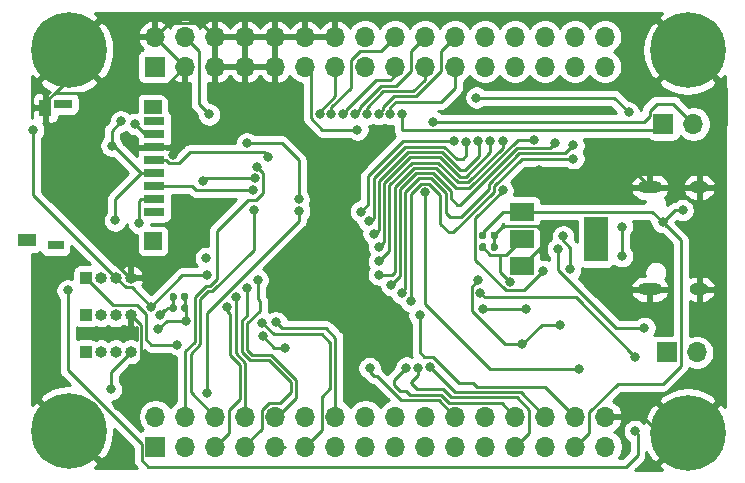
<source format=gbr>
%TF.GenerationSoftware,KiCad,Pcbnew,(5.1.6)-1*%
%TF.CreationDate,2020-08-08T14:22:08+05:30*%
%TF.ProjectId,F745_DISC,46373435-5f44-4495-9343-2e6b69636164,rev?*%
%TF.SameCoordinates,Original*%
%TF.FileFunction,Copper,L2,Bot*%
%TF.FilePolarity,Positive*%
%FSLAX46Y46*%
G04 Gerber Fmt 4.6, Leading zero omitted, Abs format (unit mm)*
G04 Created by KiCad (PCBNEW (5.1.6)-1) date 2020-08-08 14:22:08*
%MOMM*%
%LPD*%
G01*
G04 APERTURE LIST*
%TA.AperFunction,ComponentPad*%
%ADD10O,1.000000X1.000000*%
%TD*%
%TA.AperFunction,ComponentPad*%
%ADD11R,1.000000X1.000000*%
%TD*%
%TA.AperFunction,ComponentPad*%
%ADD12O,1.700000X1.700000*%
%TD*%
%TA.AperFunction,ComponentPad*%
%ADD13R,1.700000X1.700000*%
%TD*%
%TA.AperFunction,SMDPad,CuDef*%
%ADD14R,2.000000X1.500000*%
%TD*%
%TA.AperFunction,SMDPad,CuDef*%
%ADD15R,2.000000X3.800000*%
%TD*%
%TA.AperFunction,ComponentPad*%
%ADD16O,1.600000X1.000000*%
%TD*%
%TA.AperFunction,ComponentPad*%
%ADD17O,2.100000X1.000000*%
%TD*%
%TA.AperFunction,SMDPad,CuDef*%
%ADD18R,1.550000X1.000000*%
%TD*%
%TA.AperFunction,SMDPad,CuDef*%
%ADD19R,1.500000X1.500000*%
%TD*%
%TA.AperFunction,SMDPad,CuDef*%
%ADD20R,1.750000X0.700000*%
%TD*%
%TA.AperFunction,SMDPad,CuDef*%
%ADD21R,1.400000X0.800000*%
%TD*%
%TA.AperFunction,SMDPad,CuDef*%
%ADD22R,1.000000X1.450000*%
%TD*%
%TA.AperFunction,SMDPad,CuDef*%
%ADD23R,1.500000X0.800000*%
%TD*%
%TA.AperFunction,SMDPad,CuDef*%
%ADD24R,1.500000X1.300000*%
%TD*%
%TA.AperFunction,ComponentPad*%
%ADD25C,0.800000*%
%TD*%
%TA.AperFunction,ComponentPad*%
%ADD26C,6.400000*%
%TD*%
%TA.AperFunction,ViaPad*%
%ADD27C,0.800000*%
%TD*%
%TA.AperFunction,Conductor*%
%ADD28C,0.250000*%
%TD*%
%TA.AperFunction,Conductor*%
%ADD29C,0.254000*%
%TD*%
G04 APERTURE END LIST*
D10*
%TO.P,SPI,4*%
%TO.N,MOSI*%
X42450000Y-59430000D03*
%TO.P,SPI,3*%
%TO.N,MISO*%
X41180000Y-59430000D03*
%TO.P,SPI,2*%
%TO.N,SCK*%
X39910000Y-59430000D03*
D11*
%TO.P,SPI,1*%
%TO.N,NSS*%
X38640000Y-59430000D03*
%TD*%
D10*
%TO.P,SWD,4*%
%TO.N,GND*%
X42450000Y-56290000D03*
%TO.P,SWD,3*%
%TO.N,BOOT*%
X41180000Y-56290000D03*
%TO.P,SWD,2*%
%TO.N,SWCLK*%
X39910000Y-56290000D03*
D11*
%TO.P,SWD,1*%
%TO.N,SWDIO*%
X38640000Y-56290000D03*
%TD*%
D10*
%TO.P,UART,4*%
%TO.N,GND*%
X42450000Y-53150000D03*
%TO.P,UART,3*%
%TO.N,5V_IN*%
X41180000Y-53150000D03*
%TO.P,UART,2*%
%TO.N,RX*%
X39910000Y-53150000D03*
D11*
%TO.P,UART,1*%
%TO.N,TX*%
X38640000Y-53150000D03*
%TD*%
D12*
%TO.P,J4,32*%
%TO.N,GND*%
X82630000Y-64910000D03*
%TO.P,J4,31*%
%TO.N,BOOT*%
X82630000Y-67450000D03*
%TO.P,J4,30*%
%TO.N,PB11*%
X80090000Y-64910000D03*
%TO.P,J4,29*%
%TO.N,5V_IN*%
X80090000Y-67450000D03*
%TO.P,J4,28*%
%TO.N,PE15*%
X77550000Y-64910000D03*
%TO.P,J4,27*%
%TO.N,PB10*%
X77550000Y-67450000D03*
%TO.P,J4,26*%
%TO.N,PE13*%
X75010000Y-64910000D03*
%TO.P,J4,25*%
%TO.N,PE14*%
X75010000Y-67450000D03*
%TO.P,J4,24*%
%TO.N,PE11*%
X72470000Y-64910000D03*
%TO.P,J4,23*%
%TO.N,PE12*%
X72470000Y-67450000D03*
%TO.P,J4,22*%
%TO.N,PE9*%
X69930000Y-64910000D03*
%TO.P,J4,21*%
%TO.N,PE10*%
X69930000Y-67450000D03*
%TO.P,J4,20*%
%TO.N,PE7*%
X67390000Y-64910000D03*
%TO.P,J4,19*%
%TO.N,PE8*%
X67390000Y-67450000D03*
%TO.P,J4,18*%
%TO.N,PB1*%
X64850000Y-64910000D03*
%TO.P,J4,17*%
%TO.N,PB2*%
X64850000Y-67450000D03*
%TO.P,J4,16*%
%TO.N,PC5*%
X62310000Y-64910000D03*
%TO.P,J4,15*%
%TO.N,PB0*%
X62310000Y-67450000D03*
%TO.P,J4,14*%
%TO.N,PA3*%
X59770000Y-64910000D03*
%TO.P,J4,13*%
%TO.N,PC4*%
X59770000Y-67450000D03*
%TO.P,J4,12*%
%TO.N,PA1*%
X57230000Y-64910000D03*
%TO.P,J4,11*%
%TO.N,PA2*%
X57230000Y-67450000D03*
%TO.P,J4,10*%
%TO.N,PC3*%
X54690000Y-64910000D03*
%TO.P,J4,9*%
%TO.N,PA0*%
X54690000Y-67450000D03*
%TO.P,J4,8*%
%TO.N,PC1*%
X52150000Y-64910000D03*
%TO.P,J4,7*%
%TO.N,PC2*%
X52150000Y-67450000D03*
%TO.P,J4,6*%
%TO.N,PC15*%
X49610000Y-64910000D03*
%TO.P,J4,5*%
%TO.N,PC0*%
X49610000Y-67450000D03*
%TO.P,J4,4*%
%TO.N,PE3*%
X47070000Y-64910000D03*
%TO.P,J4,3*%
%TO.N,PC14*%
X47070000Y-67450000D03*
%TO.P,J4,2*%
%TO.N,PE0*%
X44530000Y-64910000D03*
D13*
%TO.P,J4,1*%
%TO.N,PE1*%
X44530000Y-67450000D03*
%TD*%
D12*
%TO.P,J3,32*%
%TO.N,PB13*%
X82580000Y-32740000D03*
%TO.P,J3,31*%
%TO.N,PB12*%
X82580000Y-35280000D03*
%TO.P,J3,30*%
%TO.N,PB15*%
X80040000Y-32740000D03*
%TO.P,J3,29*%
%TO.N,PB14*%
X80040000Y-35280000D03*
%TO.P,J3,28*%
%TO.N,PD9*%
X77500000Y-32740000D03*
%TO.P,J3,27*%
%TO.N,PD8*%
X77500000Y-35280000D03*
%TO.P,J3,26*%
%TO.N,PD11*%
X74960000Y-32740000D03*
%TO.P,J3,25*%
%TO.N,PD10*%
X74960000Y-35280000D03*
%TO.P,J3,24*%
%TO.N,PD13*%
X72420000Y-32740000D03*
%TO.P,J3,23*%
%TO.N,PD12*%
X72420000Y-35280000D03*
%TO.P,J3,22*%
%TO.N,PD3*%
X69880000Y-32740000D03*
%TO.P,J3,21*%
%TO.N,PD2*%
X69880000Y-35280000D03*
%TO.P,J3,20*%
%TO.N,PD5*%
X67340000Y-32740000D03*
%TO.P,J3,19*%
%TO.N,PD4*%
X67340000Y-35280000D03*
%TO.P,J3,18*%
%TO.N,PC9*%
X64800000Y-32740000D03*
%TO.P,J3,17*%
%TO.N,PB5*%
X64800000Y-35280000D03*
%TO.P,J3,16*%
%TO.N,PA8*%
X62260000Y-32740000D03*
%TO.P,J3,15*%
%TO.N,N/C*%
X62260000Y-35280000D03*
%TO.P,J3,14*%
%TO.N,GND*%
X59720000Y-32740000D03*
%TO.P,J3,13*%
%TO.N,PC11*%
X59720000Y-35280000D03*
%TO.P,J3,12*%
%TO.N,GND*%
X57180000Y-32740000D03*
%TO.P,J3,11*%
%TO.N,PD6*%
X57180000Y-35280000D03*
%TO.P,J3,10*%
%TO.N,GND*%
X54640000Y-32740000D03*
%TO.P,J3,9*%
X54640000Y-35280000D03*
%TO.P,J3,8*%
X52100000Y-32740000D03*
%TO.P,J3,7*%
X52100000Y-35280000D03*
%TO.P,J3,6*%
X49560000Y-32740000D03*
%TO.P,J3,5*%
X49560000Y-35280000D03*
%TO.P,J3,4*%
%TO.N,BOOT*%
X47020000Y-32740000D03*
%TO.P,J3,3*%
%TO.N,GND*%
X47020000Y-35280000D03*
%TO.P,J3,2*%
X44480000Y-32740000D03*
D13*
%TO.P,J3,1*%
%TO.N,5V_IN*%
X44480000Y-35280000D03*
%TD*%
D14*
%TO.P,3.3 VREG,1*%
%TO.N,GND*%
X75560000Y-52150000D03*
%TO.P,3.3 VREG,3*%
%TO.N,5V_IN*%
X75560000Y-47550000D03*
%TO.P,3.3 VREG,2*%
%TO.N,BOOT*%
X75560000Y-49850000D03*
D15*
X81860000Y-49850000D03*
%TD*%
D12*
%TO.P,I2C,2*%
%TO.N,SCL*%
X90370000Y-59480000D03*
D13*
%TO.P,I2C,1*%
%TO.N,SDA*%
X87830000Y-59480000D03*
%TD*%
D12*
%TO.P,CAN,2*%
%TO.N,CAN_RX*%
X90080000Y-40140000D03*
D13*
%TO.P,CAN,1*%
%TO.N,CAN_TX*%
X87540000Y-40140000D03*
%TD*%
D16*
%TO.P,USBC,S1*%
%TO.N,GND*%
X90575000Y-45480000D03*
X90575000Y-54120000D03*
D17*
X86395000Y-45480000D03*
X86395000Y-54120000D03*
%TD*%
D18*
%TO.P,J1,10*%
%TO.N,N/C*%
X33650000Y-49985000D03*
D19*
%TO.P,J1,11*%
X44325000Y-50035000D03*
D20*
%TO.P,J1,1*%
%TO.N,Net-(J1-Pad1)*%
X44450000Y-47585000D03*
%TO.P,J1,2*%
%TO.N,NSS1*%
X44450000Y-46485000D03*
%TO.P,J1,3*%
%TO.N,MOSI1*%
X44450000Y-45385000D03*
%TO.P,J1,4*%
%TO.N,BOOT*%
X44450000Y-44285000D03*
%TO.P,J1,5*%
%TO.N,SCK1*%
X44450000Y-43185000D03*
%TO.P,J1,6*%
%TO.N,GND*%
X44450000Y-42085000D03*
%TO.P,J1,7*%
%TO.N,MISO1*%
X44450000Y-40985000D03*
D21*
%TO.P,J1,11*%
%TO.N,N/C*%
X36075000Y-50385000D03*
D22*
%TO.P,J1,9*%
%TO.N,GND*%
X35225000Y-38760000D03*
D23*
%TO.P,J1,11*%
%TO.N,N/C*%
X36725000Y-38435000D03*
D24*
X44325000Y-38685000D03*
D20*
%TO.P,J1,8*%
%TO.N,Net-(J1-Pad8)*%
X44450000Y-39885000D03*
%TD*%
D25*
%TO.P,H3,1*%
%TO.N,GND*%
X38897056Y-64402944D03*
X37200000Y-63700000D03*
X35502944Y-64402944D03*
X34800000Y-66100000D03*
X35502944Y-67797056D03*
X37200000Y-68500000D03*
X38897056Y-67797056D03*
X39600000Y-66100000D03*
D26*
X37200000Y-66100000D03*
%TD*%
D25*
%TO.P,H2,1*%
%TO.N,GND*%
X91297056Y-32202944D03*
X89600000Y-31500000D03*
X87902944Y-32202944D03*
X87200000Y-33900000D03*
X87902944Y-35597056D03*
X89600000Y-36300000D03*
X91297056Y-35597056D03*
X92000000Y-33900000D03*
D26*
X89600000Y-33900000D03*
%TD*%
D25*
%TO.P,H1,1*%
%TO.N,GND*%
X91297056Y-64602944D03*
X89600000Y-63900000D03*
X87902944Y-64602944D03*
X87200000Y-66300000D03*
X87902944Y-67997056D03*
X89600000Y-68700000D03*
X91297056Y-67997056D03*
X92000000Y-66300000D03*
D26*
X89600000Y-66300000D03*
%TD*%
D25*
%TO.P,H0,1*%
%TO.N,GND*%
X38897056Y-32202944D03*
X37200000Y-31500000D03*
X35502944Y-32202944D03*
X34800000Y-33900000D03*
X35502944Y-35597056D03*
X37200000Y-36300000D03*
X38897056Y-35597056D03*
X39600000Y-33900000D03*
D26*
X37200000Y-33900000D03*
%TD*%
%TO.P,C4_ST1,1*%
%TO.N,GND*%
%TA.AperFunction,SMDPad,CuDef*%
G36*
G01*
X45745000Y-55897500D02*
X45745000Y-55552500D01*
G75*
G02*
X45892500Y-55405000I147500J0D01*
G01*
X46187500Y-55405000D01*
G75*
G02*
X46335000Y-55552500I0J-147500D01*
G01*
X46335000Y-55897500D01*
G75*
G02*
X46187500Y-56045000I-147500J0D01*
G01*
X45892500Y-56045000D01*
G75*
G02*
X45745000Y-55897500I0J147500D01*
G01*
G37*
%TD.AperFunction*%
%TO.P,C4_ST1,2*%
%TO.N,BOOT*%
%TA.AperFunction,SMDPad,CuDef*%
G36*
G01*
X46715000Y-55897500D02*
X46715000Y-55552500D01*
G75*
G02*
X46862500Y-55405000I147500J0D01*
G01*
X47157500Y-55405000D01*
G75*
G02*
X47305000Y-55552500I0J-147500D01*
G01*
X47305000Y-55897500D01*
G75*
G02*
X47157500Y-56045000I-147500J0D01*
G01*
X46862500Y-56045000D01*
G75*
G02*
X46715000Y-55897500I0J147500D01*
G01*
G37*
%TD.AperFunction*%
%TD*%
%TO.P,C3_ST1,1*%
%TO.N,GND*%
%TA.AperFunction,SMDPad,CuDef*%
G36*
G01*
X45735000Y-54947500D02*
X45735000Y-54602500D01*
G75*
G02*
X45882500Y-54455000I147500J0D01*
G01*
X46177500Y-54455000D01*
G75*
G02*
X46325000Y-54602500I0J-147500D01*
G01*
X46325000Y-54947500D01*
G75*
G02*
X46177500Y-55095000I-147500J0D01*
G01*
X45882500Y-55095000D01*
G75*
G02*
X45735000Y-54947500I0J147500D01*
G01*
G37*
%TD.AperFunction*%
%TO.P,C3_ST1,2*%
%TO.N,BOOT*%
%TA.AperFunction,SMDPad,CuDef*%
G36*
G01*
X46705000Y-54947500D02*
X46705000Y-54602500D01*
G75*
G02*
X46852500Y-54455000I147500J0D01*
G01*
X47147500Y-54455000D01*
G75*
G02*
X47295000Y-54602500I0J-147500D01*
G01*
X47295000Y-54947500D01*
G75*
G02*
X47147500Y-55095000I-147500J0D01*
G01*
X46852500Y-55095000D01*
G75*
G02*
X46705000Y-54947500I0J147500D01*
G01*
G37*
%TD.AperFunction*%
%TD*%
%TO.P,C2_VREG1,2*%
%TO.N,BOOT*%
%TA.AperFunction,SMDPad,CuDef*%
G36*
G01*
X72530000Y-50387500D02*
X72530000Y-50732500D01*
G75*
G02*
X72382500Y-50880000I-147500J0D01*
G01*
X72087500Y-50880000D01*
G75*
G02*
X71940000Y-50732500I0J147500D01*
G01*
X71940000Y-50387500D01*
G75*
G02*
X72087500Y-50240000I147500J0D01*
G01*
X72382500Y-50240000D01*
G75*
G02*
X72530000Y-50387500I0J-147500D01*
G01*
G37*
%TD.AperFunction*%
%TO.P,C2_VREG1,1*%
%TO.N,GND*%
%TA.AperFunction,SMDPad,CuDef*%
G36*
G01*
X73500000Y-50387500D02*
X73500000Y-50732500D01*
G75*
G02*
X73352500Y-50880000I-147500J0D01*
G01*
X73057500Y-50880000D01*
G75*
G02*
X72910000Y-50732500I0J147500D01*
G01*
X72910000Y-50387500D01*
G75*
G02*
X73057500Y-50240000I147500J0D01*
G01*
X73352500Y-50240000D01*
G75*
G02*
X73500000Y-50387500I0J-147500D01*
G01*
G37*
%TD.AperFunction*%
%TD*%
%TO.P,C1_VREG1,2*%
%TO.N,GND*%
%TA.AperFunction,SMDPad,CuDef*%
G36*
G01*
X72910000Y-49742500D02*
X72910000Y-49397500D01*
G75*
G02*
X73057500Y-49250000I147500J0D01*
G01*
X73352500Y-49250000D01*
G75*
G02*
X73500000Y-49397500I0J-147500D01*
G01*
X73500000Y-49742500D01*
G75*
G02*
X73352500Y-49890000I-147500J0D01*
G01*
X73057500Y-49890000D01*
G75*
G02*
X72910000Y-49742500I0J147500D01*
G01*
G37*
%TD.AperFunction*%
%TO.P,C1_VREG1,1*%
%TO.N,5V_IN*%
%TA.AperFunction,SMDPad,CuDef*%
G36*
G01*
X71940000Y-49742500D02*
X71940000Y-49397500D01*
G75*
G02*
X72087500Y-49250000I147500J0D01*
G01*
X72382500Y-49250000D01*
G75*
G02*
X72530000Y-49397500I0J-147500D01*
G01*
X72530000Y-49742500D01*
G75*
G02*
X72382500Y-49890000I-147500J0D01*
G01*
X72087500Y-49890000D01*
G75*
G02*
X71940000Y-49742500I0J147500D01*
G01*
G37*
%TD.AperFunction*%
%TD*%
D27*
%TO.N,BOOT*%
X74525000Y-53500000D03*
X40825000Y-41975000D03*
X41600000Y-39925000D03*
X47150000Y-56800000D03*
X75600000Y-58800000D03*
X78825000Y-57175000D03*
X41125000Y-48300000D03*
X53625000Y-58100000D03*
X55525000Y-59075000D03*
X44750000Y-57525000D03*
X75450000Y-49800000D03*
X71875000Y-53375000D03*
X49075000Y-39325000D03*
%TO.N,NRST*%
X48832346Y-51492654D03*
%TO.N,GND*%
X48550000Y-49600000D03*
X77030000Y-44050000D03*
X46025000Y-42725000D03*
X41400000Y-64000000D03*
X44887500Y-56350000D03*
%TO.N,5V_IN*%
X87480000Y-48457002D03*
X44150000Y-55600000D03*
X48925000Y-52950000D03*
X34200000Y-40650000D03*
X71700000Y-37900000D03*
X84600000Y-39150000D03*
X89175000Y-47425000D03*
%TO.N,TX*%
X46400000Y-58825000D03*
%TO.N,NSS1*%
X52925000Y-44725000D03*
X48525000Y-45000000D03*
X43150000Y-48500000D03*
%TO.N,MOSI1*%
X52825000Y-45725000D03*
%TO.N,SCK1*%
X54032698Y-42967302D03*
%TO.N,MISO1*%
X42800000Y-40125000D03*
%TO.N,Net-(J2-PadA7)*%
X84025000Y-51325000D03*
X84025000Y-48825000D03*
%TO.N,PD5*%
X61426704Y-39279980D03*
%TO.N,PD3*%
X63425683Y-39279980D03*
%TO.N,PC9*%
X59426975Y-39303479D03*
%TO.N,PD13*%
X61925000Y-47550000D03*
X69775000Y-41600000D03*
%TO.N,PD11*%
X63000000Y-49425000D03*
X71850000Y-41600000D03*
%TO.N,PD9*%
X63450000Y-51775000D03*
X73925000Y-41550000D03*
%TO.N,PB15*%
X64500793Y-53749207D03*
X78375000Y-41725000D03*
%TO.N,PB13*%
X66150000Y-55125000D03*
X79925000Y-43075000D03*
%TO.N,PB12*%
X75900000Y-55825000D03*
X72225000Y-55825000D03*
%TO.N,PB14*%
X65390742Y-54474208D03*
X79925000Y-41950000D03*
%TO.N,PD8*%
X63475000Y-52900000D03*
X76600000Y-41449980D03*
%TO.N,PD10*%
X63475000Y-50525000D03*
X72875000Y-41575000D03*
%TO.N,PD12*%
X62575000Y-48375000D03*
X70853203Y-41679990D03*
%TO.N,PC11*%
X58426980Y-39299726D03*
%TO.N,PD2*%
X64425406Y-39303559D03*
%TO.N,PD4*%
X62426193Y-39311960D03*
%TO.N,PD6*%
X61632963Y-40617037D03*
%TO.N,PB5*%
X60426701Y-39279980D03*
%TO.N,PE3*%
X53159129Y-43752792D03*
%TO.N,PC15*%
X52855858Y-47394142D03*
%TO.N,PC1*%
X51325000Y-54775000D03*
%TO.N,PC3*%
X53187846Y-53339901D03*
%TO.N,PA3*%
X54725000Y-56925000D03*
%TO.N,PE9*%
X62669416Y-60797100D03*
%TO.N,PE13*%
X65775000Y-60759950D03*
%TO.N,PE15*%
X67800000Y-60700000D03*
%TO.N,PB11*%
X66900000Y-56325000D03*
%TO.N,PE14*%
X66775003Y-60759950D03*
%TO.N,PA2*%
X53550000Y-56950000D03*
%TO.N,PC2*%
X52325000Y-54025000D03*
%TO.N,PC0*%
X50600000Y-55662381D03*
%TO.N,PC14*%
X56700000Y-47500000D03*
X48925000Y-62925000D03*
%TO.N,SWDIO*%
X37099970Y-54225000D03*
X85125000Y-66150000D03*
X80400000Y-60859315D03*
X67350000Y-45925000D03*
%TO.N,MOSI*%
X40750000Y-62600000D03*
%TO.N,CAN_RX*%
X68050000Y-39950000D03*
%TO.N,CAN_TX*%
X65425000Y-39275000D03*
%TO.N,SCL*%
X78600000Y-50725000D03*
X85925000Y-57400000D03*
%TO.N,SDA*%
X72050000Y-54425000D03*
X85150000Y-59825000D03*
%TO.N,LED*%
X52275000Y-41775000D03*
X56650000Y-46500000D03*
%TO.N,USB_DP*%
X77375000Y-52575000D03*
X73925000Y-45750010D03*
%TO.N,USB_DM*%
X79650653Y-52453839D03*
X79050000Y-49650000D03*
%TD*%
D28*
%TO.N,BOOT*%
X74204990Y-51205010D02*
X75560000Y-49850000D01*
X72235000Y-50578232D02*
X72861778Y-51205010D01*
X72235000Y-50560000D02*
X72235000Y-50578232D01*
X73680010Y-52655010D02*
X73680010Y-51205010D01*
X74525000Y-53500000D02*
X73680010Y-52655010D01*
X72861778Y-51205010D02*
X73680010Y-51205010D01*
X73680010Y-51205010D02*
X74204990Y-51205010D01*
X40825000Y-41975000D02*
X40825000Y-40700000D01*
X40825000Y-40700000D02*
X41600000Y-39925000D01*
X47010000Y-54785000D02*
X47000000Y-54775000D01*
X47010000Y-55725000D02*
X47010000Y-54785000D01*
X47150000Y-55865000D02*
X47010000Y-55725000D01*
X47150000Y-56800000D02*
X47150000Y-55865000D01*
X41015000Y-41975000D02*
X40825000Y-41975000D01*
X43325000Y-44285000D02*
X41015000Y-41975000D01*
X77225000Y-57175000D02*
X78825000Y-57175000D01*
X75600000Y-58800000D02*
X77225000Y-57175000D01*
X43325000Y-44285000D02*
X44450000Y-44285000D01*
X41125000Y-46485000D02*
X43325000Y-44285000D01*
X41125000Y-48300000D02*
X41125000Y-46485000D01*
X53625000Y-58100000D02*
X54600000Y-59075000D01*
X54600000Y-59075000D02*
X55525000Y-59075000D01*
X47150000Y-56800000D02*
X45475000Y-56800000D01*
X45475000Y-56800000D02*
X44750000Y-57525000D01*
X75560000Y-49850000D02*
X75500000Y-49850000D01*
X75500000Y-49850000D02*
X75450000Y-49800000D01*
X74126998Y-58800000D02*
X75600000Y-58800000D01*
X71324999Y-53925001D02*
X71324999Y-55998001D01*
X71324999Y-55998001D02*
X74126998Y-58800000D01*
X71875000Y-53375000D02*
X71324999Y-53925001D01*
X48195001Y-33915001D02*
X47020000Y-32740000D01*
X48195001Y-38445001D02*
X48195001Y-33915001D01*
X49075000Y-39325000D02*
X48195001Y-38445001D01*
%TO.N,GND*%
X73205000Y-50560000D02*
X73205000Y-50245000D01*
X73205000Y-49570000D02*
X73205000Y-50245000D01*
X74000001Y-48774999D02*
X76804999Y-48774999D01*
X73205000Y-49570000D02*
X74000001Y-48774999D01*
X76804999Y-48774999D02*
X77360000Y-49330000D01*
X77360000Y-50350000D02*
X75560000Y-52150000D01*
X77360000Y-49330000D02*
X77360000Y-50350000D01*
X84965000Y-44050000D02*
X86395000Y-45480000D01*
X77030000Y-44050000D02*
X84965000Y-44050000D01*
X45000000Y-53150000D02*
X48550000Y-49600000D01*
X42450000Y-53150000D02*
X45000000Y-53150000D01*
X42300000Y-53048998D02*
X42300000Y-53300000D01*
X35225000Y-45973998D02*
X42300000Y-53048998D01*
X42300000Y-53300000D02*
X42450000Y-53150000D01*
X35225000Y-38760000D02*
X35225000Y-45973998D01*
X35225000Y-38760000D02*
X35225000Y-38275000D01*
X35225000Y-38275000D02*
X36000000Y-37500000D01*
X36000000Y-37500000D02*
X37200000Y-36300000D01*
X85810000Y-64910000D02*
X87200000Y-66300000D01*
X82630000Y-64910000D02*
X85810000Y-64910000D01*
X46030000Y-55715000D02*
X46040000Y-55725000D01*
X46030000Y-54775000D02*
X46030000Y-55715000D01*
X45125002Y-37500000D02*
X36000000Y-37500000D01*
X46025000Y-38399998D02*
X45125002Y-37500000D01*
X46015000Y-42085000D02*
X46025000Y-42075000D01*
X46025000Y-42725000D02*
X46025000Y-42075000D01*
X44450000Y-42085000D02*
X46015000Y-42085000D01*
X46025000Y-42075000D02*
X46025000Y-38399998D01*
X90575000Y-45480000D02*
X90575000Y-54120000D01*
X90575000Y-45480000D02*
X90575000Y-42450000D01*
X92799999Y-37099999D02*
X91297056Y-35597056D01*
X92799999Y-40225001D02*
X92799999Y-37099999D01*
X90575000Y-42450000D02*
X92799999Y-40225001D01*
X43275001Y-57115001D02*
X43275001Y-62124999D01*
X42450000Y-56290000D02*
X43275001Y-57115001D01*
X43275001Y-62124999D02*
X41400000Y-64000000D01*
X46040000Y-55725000D02*
X45575000Y-55725000D01*
X45575000Y-55725000D02*
X44950000Y-56350000D01*
X44950000Y-56350000D02*
X44887500Y-56350000D01*
X45125002Y-37174998D02*
X47020000Y-35280000D01*
X45125002Y-37500000D02*
X45125002Y-37174998D01*
X47020000Y-35280000D02*
X44480000Y-32740000D01*
X49560000Y-32740000D02*
X59720000Y-32740000D01*
X49560000Y-32740000D02*
X49310000Y-32740000D01*
X49560000Y-32990000D02*
X49560000Y-35280000D01*
X49310000Y-32740000D02*
X49560000Y-32990000D01*
X49560000Y-35280000D02*
X54640000Y-35280000D01*
X45655001Y-31564999D02*
X44480000Y-32740000D01*
X48384999Y-31564999D02*
X45655001Y-31564999D01*
X49560000Y-32740000D02*
X48384999Y-31564999D01*
%TO.N,5V_IN*%
X86572998Y-47550000D02*
X75560000Y-47550000D01*
X87480000Y-48457002D02*
X86572998Y-47550000D01*
X73935000Y-47550000D02*
X75560000Y-47550000D01*
X72235000Y-49250000D02*
X73935000Y-47550000D01*
X72235000Y-49570000D02*
X72235000Y-49250000D01*
X87770010Y-48747012D02*
X87480000Y-48457002D01*
X80090000Y-67450000D02*
X81265001Y-66274999D01*
X44150000Y-55600000D02*
X46800000Y-52950000D01*
X46800000Y-52950000D02*
X48925000Y-52950000D01*
X81265001Y-64535997D02*
X83675998Y-62125000D01*
X81265001Y-66274999D02*
X81265001Y-64535997D01*
X89005001Y-49982003D02*
X87480000Y-48457002D01*
X89005001Y-60590001D02*
X89005001Y-49982003D01*
X87470002Y-62125000D02*
X89005001Y-60590001D01*
X83675998Y-62125000D02*
X87470002Y-62125000D01*
X48925000Y-52950000D02*
X49025000Y-52950000D01*
X42525001Y-53975001D02*
X44150000Y-55600000D01*
X42005001Y-53975001D02*
X42525001Y-53975001D01*
X41180000Y-53150000D02*
X42005001Y-53975001D01*
X41180000Y-53150000D02*
X34200000Y-46170000D01*
X34200000Y-46170000D02*
X34200000Y-40650000D01*
X71700000Y-37900000D02*
X83350000Y-37900000D01*
X83350000Y-37900000D02*
X84600000Y-39150000D01*
X88512002Y-47425000D02*
X87480000Y-48457002D01*
X89175000Y-47425000D02*
X88512002Y-47425000D01*
%TO.N,TX*%
X40954999Y-55464999D02*
X42941997Y-55464999D01*
X38640000Y-53150000D02*
X40954999Y-55464999D01*
X46400000Y-58825000D02*
X44200011Y-58825000D01*
X43725011Y-56248013D02*
X42941997Y-55464999D01*
X43725011Y-58350000D02*
X43725011Y-56248013D01*
X44200011Y-58825000D02*
X43725011Y-58350000D01*
%TO.N,NSS1*%
X52925000Y-44725000D02*
X48800000Y-44725000D01*
X48800000Y-44725000D02*
X48525000Y-45000000D01*
X43325000Y-46485000D02*
X44450000Y-46485000D01*
X43150000Y-46660000D02*
X43325000Y-46485000D01*
X43150000Y-48500000D02*
X43150000Y-46660000D01*
%TO.N,MOSI1*%
X44450000Y-45385000D02*
X47590011Y-45385000D01*
X47930011Y-45725000D02*
X47590011Y-45385000D01*
X52825000Y-45725000D02*
X47930011Y-45725000D01*
%TO.N,SCK1*%
X45676999Y-43450001D02*
X46524999Y-43450001D01*
X44450000Y-43185000D02*
X45411998Y-43185000D01*
X45411998Y-43185000D02*
X45676999Y-43450001D01*
X47474999Y-42500001D02*
X53700001Y-42500001D01*
X46524999Y-43450001D02*
X47474999Y-42500001D01*
X53700001Y-42500001D02*
X54032698Y-42832698D01*
X54032698Y-42832698D02*
X54032698Y-42967302D01*
%TO.N,MISO1*%
X43660000Y-40985000D02*
X44450000Y-40985000D01*
X42800000Y-40125000D02*
X43660000Y-40985000D01*
%TO.N,Net-(J2-PadA7)*%
X84025000Y-51325000D02*
X84025000Y-48825000D01*
%TO.N,PD5*%
X61826703Y-38709355D02*
X63636088Y-36899970D01*
X61426704Y-39279980D02*
X61826703Y-38879981D01*
X61826703Y-38879981D02*
X61826703Y-38709355D01*
X66164999Y-33915001D02*
X67340000Y-32740000D01*
X66164999Y-35654003D02*
X66164999Y-33915001D01*
X64919032Y-36899970D02*
X66164999Y-35654003D01*
X63636088Y-36899970D02*
X64919032Y-36899970D01*
%TO.N,PD3*%
X63825682Y-38701188D02*
X64726880Y-37799990D01*
X63425683Y-39279980D02*
X63825682Y-38879981D01*
X63825682Y-38879981D02*
X63825682Y-38701188D01*
X68704999Y-33915001D02*
X69880000Y-32740000D01*
X66559012Y-37799990D02*
X68704999Y-35654003D01*
X68704999Y-35654003D02*
X68704999Y-33915001D01*
X64726880Y-37799990D02*
X66559012Y-37799990D01*
%TO.N,PC9*%
X63624999Y-33915001D02*
X64800000Y-32740000D01*
X61084999Y-34715999D02*
X61885997Y-33915001D01*
X61084999Y-37079770D02*
X61084999Y-34715999D01*
X59426975Y-38737794D02*
X61084999Y-37079770D01*
X61885997Y-33915001D02*
X63624999Y-33915001D01*
X59426975Y-39303479D02*
X59426975Y-38737794D01*
%TO.N,PD13*%
X61925000Y-47550000D02*
X62549919Y-46925081D01*
X62549919Y-46925081D02*
X62549919Y-44600081D01*
X69774925Y-41599925D02*
X69775000Y-41600000D01*
X65510792Y-41599925D02*
X69774925Y-41599925D01*
X62549919Y-44600081D02*
X62549919Y-44560798D01*
X62549919Y-44560798D02*
X65510792Y-41599925D01*
%TO.N,PD11*%
X63125000Y-49425000D02*
X63449944Y-49100056D01*
X63000000Y-49425000D02*
X63125000Y-49425000D01*
X63449944Y-49100056D02*
X63449945Y-45425055D01*
X63449945Y-45425055D02*
X63449949Y-44933592D01*
X65883596Y-42499945D02*
X68816407Y-42499945D01*
X63449949Y-44933592D02*
X65883596Y-42499945D01*
X70316462Y-44000000D02*
X70783548Y-44000000D01*
X68816407Y-42499945D02*
X70316462Y-44000000D01*
X70783548Y-44000000D02*
X71950000Y-42833548D01*
X71950000Y-42833548D02*
X71950000Y-41700000D01*
X71950000Y-41700000D02*
X71850000Y-41600000D01*
%TO.N,PD9*%
X63450000Y-51775000D02*
X64349962Y-50875038D01*
X64349962Y-50875038D02*
X64349965Y-45306396D01*
X66256402Y-43399962D02*
X68443605Y-43399963D01*
X64349965Y-45306396D02*
X66256402Y-43399962D01*
X70118642Y-45075000D02*
X70981368Y-45075000D01*
X68443605Y-43399963D02*
X70118642Y-45075000D01*
X70981368Y-45075000D02*
X73925000Y-42131368D01*
X73925000Y-42131368D02*
X73925000Y-41550000D01*
%TO.N,PB15*%
X77925020Y-42174980D02*
X78375000Y-41725000D01*
X75154208Y-42174980D02*
X77925020Y-42174980D01*
X70100000Y-46975000D02*
X70354188Y-46975000D01*
X69550020Y-46425020D02*
X70100000Y-46975000D01*
X70354188Y-46975000D02*
X75154208Y-42174980D01*
X69550020Y-45779198D02*
X69550020Y-46425020D01*
X65249980Y-53000020D02*
X65249982Y-45679198D01*
X65249982Y-45679198D02*
X66629200Y-44299980D01*
X64500793Y-53749207D02*
X65249980Y-53000020D01*
X66629200Y-44299980D02*
X68070803Y-44299981D01*
X68070803Y-44299981D02*
X69550020Y-45779198D01*
%TO.N,PB13*%
X67001999Y-45199999D02*
X67698001Y-45199999D01*
X67698001Y-45199999D02*
X68650000Y-46151998D01*
X66150000Y-55125000D02*
X66150000Y-46051998D01*
X66150000Y-46051998D02*
X67001999Y-45199999D01*
X68650000Y-46151998D02*
X68650000Y-48600000D01*
X68650000Y-48600000D02*
X69350000Y-49300000D01*
X73199999Y-45402009D02*
X75527008Y-43075000D01*
X73199999Y-45863591D02*
X73199999Y-45402009D01*
X69350000Y-49300000D02*
X69763590Y-49300000D01*
X69763590Y-49300000D02*
X73199999Y-45863591D01*
X75527008Y-43075000D02*
X79925000Y-43075000D01*
%TO.N,PB12*%
X75900000Y-55825000D02*
X72225000Y-55825000D01*
%TO.N,PB14*%
X65390742Y-54384258D02*
X65699990Y-54075010D01*
X65390742Y-54474208D02*
X65390742Y-54384258D01*
X65699990Y-54075010D02*
X65699990Y-46550000D01*
X67884402Y-44749990D02*
X69100010Y-45965598D01*
X66815599Y-44749989D02*
X67884402Y-44749990D01*
X65699990Y-46550000D02*
X65699991Y-45865597D01*
X65699991Y-45865597D02*
X66815599Y-44749989D01*
X69100010Y-45965598D02*
X69100010Y-47650010D01*
X69450000Y-48000000D02*
X70427180Y-48000000D01*
X69100010Y-47650010D02*
X69450000Y-48000000D01*
X72749989Y-45677191D02*
X72749989Y-45215609D01*
X70427180Y-48000000D02*
X72749989Y-45677191D01*
X72749989Y-45215609D02*
X75340608Y-42624990D01*
X75340608Y-42624990D02*
X79225010Y-42624990D01*
X79225010Y-42624990D02*
X79900000Y-41950000D01*
X79900000Y-41950000D02*
X79925000Y-41950000D01*
%TO.N,PD8*%
X63475000Y-52900000D02*
X64549971Y-52900000D01*
X64799971Y-52650000D02*
X64799973Y-45492797D01*
X64549971Y-52900000D02*
X64799971Y-52650000D01*
X68257204Y-43849972D02*
X70000029Y-45592797D01*
X64799973Y-45492797D02*
X66442801Y-43849971D01*
X66442801Y-43849971D02*
X68257204Y-43849972D01*
X71099981Y-45592797D02*
X75192778Y-41500000D01*
X70000029Y-45592797D02*
X71099981Y-45592797D01*
X75192778Y-41500000D02*
X76549980Y-41500000D01*
X76549980Y-41500000D02*
X76600000Y-41449980D01*
%TO.N,PD10*%
X63475000Y-50525000D02*
X63899953Y-50100047D01*
X63899953Y-50100047D02*
X63899955Y-45325000D01*
X63899957Y-45119995D02*
X66070003Y-42949953D01*
X63899955Y-45325000D02*
X63899957Y-45119995D01*
X66070003Y-42949953D02*
X68630006Y-42949954D01*
X70305052Y-44625000D02*
X70794958Y-44625000D01*
X68630006Y-42949954D02*
X70305052Y-44625000D01*
X70794958Y-44625000D02*
X72875000Y-42544958D01*
X72875000Y-42544958D02*
X72875000Y-41575000D01*
%TO.N,PD12*%
X62999918Y-48125082D02*
X62999942Y-44747185D01*
X62575000Y-48375000D02*
X62750000Y-48375000D01*
X62750000Y-48375000D02*
X62999918Y-48125082D01*
X65697192Y-42049935D02*
X69002807Y-42049935D01*
X62999942Y-44747185D02*
X65697192Y-42049935D01*
X69002807Y-42049935D02*
X70027872Y-43075000D01*
X70027872Y-43075000D02*
X70575000Y-43075000D01*
X70575000Y-43075000D02*
X70853203Y-42796797D01*
X70853203Y-42796797D02*
X70853203Y-41679990D01*
%TO.N,PC11*%
X58426980Y-39299726D02*
X58426980Y-39101379D01*
X59720000Y-37808359D02*
X59720000Y-35280000D01*
X58426980Y-39101379D02*
X59720000Y-37808359D01*
%TO.N,PD2*%
X64425406Y-38737874D02*
X64913280Y-38250000D01*
X64425406Y-39303559D02*
X64425406Y-38737874D01*
X64913280Y-38250000D02*
X68725000Y-38250000D01*
X69880000Y-37095000D02*
X69880000Y-35280000D01*
X68725000Y-38250000D02*
X69880000Y-37095000D01*
%TO.N,PD4*%
X62426193Y-38746275D02*
X63822488Y-37349980D01*
X62426193Y-39311960D02*
X62426193Y-38746275D01*
X63822488Y-37349980D02*
X66372612Y-37349980D01*
X67340000Y-36382592D02*
X67340000Y-35280000D01*
X66372612Y-37349980D02*
X67340000Y-36382592D01*
%TO.N,PD6*%
X57701979Y-39647727D02*
X57701979Y-35801979D01*
X61632963Y-40617037D02*
X58671289Y-40617037D01*
X57701979Y-35801979D02*
X57180000Y-35280000D01*
X58671289Y-40617037D02*
X57701979Y-39647727D01*
%TO.N,PB5*%
X60701703Y-38931979D02*
X63183722Y-36449960D01*
X60701703Y-39173297D02*
X60701703Y-38931979D01*
X60426701Y-39279980D02*
X60595020Y-39279980D01*
X60595020Y-39279980D02*
X60701703Y-39173297D01*
X63183722Y-36449960D02*
X64425040Y-36449960D01*
X64800000Y-36075000D02*
X64800000Y-35280000D01*
X64425040Y-36449960D02*
X64800000Y-36075000D01*
%TO.N,PE3*%
X49775000Y-53236572D02*
X49174990Y-53836582D01*
X49775000Y-49176998D02*
X49775000Y-53236572D01*
X47070000Y-60668590D02*
X47070000Y-64910000D01*
X53159129Y-43752792D02*
X53650001Y-44243664D01*
X52395357Y-46556641D02*
X49775000Y-49176998D01*
X53650001Y-44243664D02*
X53650001Y-45973001D01*
X53650001Y-45973001D02*
X53066361Y-46556641D01*
X53066361Y-46556641D02*
X52395357Y-46556641D01*
X49174990Y-53836582D02*
X48788418Y-53836582D01*
X48788418Y-53836582D02*
X47875001Y-54749999D01*
X47875001Y-54749999D02*
X47875001Y-58574999D01*
X47070000Y-59380000D02*
X47070000Y-60668590D01*
X47875001Y-58574999D02*
X47070000Y-59380000D01*
%TO.N,PC15*%
X47520010Y-62820010D02*
X49610000Y-64910000D01*
X47520010Y-59604990D02*
X47520010Y-62820010D01*
X52855858Y-50792124D02*
X49361391Y-54286591D01*
X48974819Y-54286591D02*
X48325011Y-54936399D01*
X52855858Y-47394142D02*
X52855858Y-50792124D01*
X49361391Y-54286591D02*
X48974819Y-54286591D01*
X48325011Y-58799989D02*
X47520010Y-59604990D01*
X48325011Y-54936399D02*
X48325011Y-58799989D01*
%TO.N,PC1*%
X52150000Y-60374965D02*
X52150000Y-64910000D01*
X51325000Y-59549965D02*
X52150000Y-60374965D01*
X51325000Y-54775000D02*
X51325000Y-59549965D01*
%TO.N,PC3*%
X52282176Y-59234321D02*
X52747855Y-59700000D01*
X53360778Y-55939222D02*
X52282176Y-57017824D01*
X52282176Y-57017824D02*
X52282176Y-59234321D01*
X54350000Y-59700000D02*
X56450000Y-61800000D01*
X52747855Y-59700000D02*
X54350000Y-59700000D01*
X54854588Y-64910000D02*
X54690000Y-64910000D01*
X56450000Y-63314588D02*
X54854588Y-64910000D01*
X56450000Y-61800000D02*
X56450000Y-63314588D01*
X53187846Y-53339901D02*
X53187846Y-54962846D01*
X53360778Y-55135778D02*
X53360778Y-55939222D01*
X53187846Y-54962846D02*
X53360778Y-55135778D01*
%TO.N,PA3*%
X54725000Y-56925000D02*
X55225000Y-57425000D01*
X55225000Y-57425000D02*
X58975000Y-57425000D01*
X59770000Y-58220000D02*
X59770000Y-64910000D01*
X58975000Y-57425000D02*
X59770000Y-58220000D01*
%TO.N,PE9*%
X63275000Y-61475000D02*
X65300000Y-63500000D01*
X68520000Y-63500000D02*
X69930000Y-64910000D01*
X65300000Y-63500000D02*
X68520000Y-63500000D01*
X62669416Y-60797100D02*
X62669416Y-61144416D01*
X63000000Y-61475000D02*
X63275000Y-61475000D01*
X62669416Y-61144416D02*
X63000000Y-61475000D01*
%TO.N,PE13*%
X68706401Y-63049991D02*
X69381410Y-63725000D01*
X69381410Y-63725000D02*
X72175000Y-63725000D01*
X64725000Y-62250000D02*
X65207222Y-62732222D01*
X72175000Y-63725000D02*
X72184999Y-63734999D01*
X64725000Y-61809950D02*
X64725000Y-62250000D01*
X73834999Y-63734999D02*
X75010000Y-64910000D01*
X72184999Y-63734999D02*
X73834999Y-63734999D01*
X66050000Y-63049990D02*
X68706401Y-63049991D01*
X65207222Y-62732222D02*
X65732232Y-62732222D01*
X65732232Y-62732222D02*
X66050000Y-63049990D01*
X65775000Y-60759950D02*
X64725000Y-61809950D01*
%TO.N,PE15*%
X67800000Y-60700000D02*
X67800000Y-60750000D01*
X67800000Y-60750000D02*
X69874980Y-62824980D01*
X75464980Y-62824980D02*
X77550000Y-64910000D01*
X69874980Y-62824980D02*
X75464980Y-62824980D01*
%TO.N,PB11*%
X66900000Y-56325000D02*
X66900000Y-59450000D01*
X66900000Y-59450000D02*
X67275000Y-59825000D01*
X67998002Y-59825000D02*
X70223002Y-62050000D01*
X67275000Y-59825000D02*
X67998002Y-59825000D01*
X77554970Y-62374970D02*
X80090000Y-64910000D01*
X71774970Y-62374970D02*
X77554970Y-62374970D01*
X71450000Y-62050000D02*
X71774970Y-62374970D01*
X70223002Y-62050000D02*
X71450000Y-62050000D01*
%TO.N,PE14*%
X76185001Y-64345999D02*
X76185001Y-66274999D01*
X68892802Y-62599982D02*
X69567810Y-63274990D01*
X75113992Y-63274990D02*
X76185001Y-64345999D01*
X69567810Y-63274990D02*
X75113992Y-63274990D01*
X76185001Y-66274999D02*
X75010000Y-67450000D01*
X66699981Y-62599981D02*
X68892802Y-62599982D01*
X66182242Y-62082242D02*
X66699981Y-62599981D01*
X66182242Y-62017758D02*
X66182242Y-62082242D01*
X66775003Y-61424997D02*
X66182242Y-62017758D01*
X66775003Y-60759950D02*
X66775003Y-61424997D01*
%TO.N,PA2*%
X53550000Y-56950000D02*
X54550000Y-57950000D01*
X58625000Y-57950000D02*
X59319990Y-58644990D01*
X54550000Y-57950000D02*
X58625000Y-57950000D01*
X59319990Y-58644990D02*
X59319990Y-62500000D01*
X58594999Y-63224991D02*
X58594999Y-66085001D01*
X58594999Y-66085001D02*
X57230000Y-67450000D01*
X59319990Y-62500000D02*
X58594999Y-63224991D01*
%TO.N,PA0*%
X55500000Y-67450000D02*
X54690000Y-67450000D01*
%TO.N,PC2*%
X52325000Y-54025000D02*
X52325000Y-56338590D01*
X52325000Y-56338590D02*
X51832166Y-56831424D01*
X51832167Y-59420722D02*
X52561455Y-60150010D01*
X51832166Y-56831424D02*
X51832167Y-59420722D01*
X52561455Y-60150010D02*
X54163600Y-60150010D01*
X56000000Y-61986410D02*
X56000000Y-62825000D01*
X54163600Y-60150010D02*
X56000000Y-61986410D01*
X54125999Y-63734999D02*
X53514999Y-64345999D01*
X53514999Y-64345999D02*
X53514999Y-65989999D01*
X56000000Y-62825000D02*
X55090001Y-63734999D01*
X55090001Y-63734999D02*
X54125999Y-63734999D01*
X52150000Y-67354998D02*
X52150000Y-67450000D01*
X53514999Y-65989999D02*
X52150000Y-67354998D01*
%TO.N,PC0*%
X50874990Y-56249990D02*
X50874991Y-59736366D01*
X50874991Y-59736366D02*
X51699990Y-60561365D01*
X51699990Y-60561365D02*
X51699990Y-63425010D01*
X50785001Y-66274999D02*
X49610000Y-67450000D01*
X50785001Y-64339999D02*
X50785001Y-66274999D01*
X51699990Y-63425010D02*
X50785001Y-64339999D01*
X50600000Y-55975000D02*
X50874990Y-56249990D01*
X50600000Y-55662381D02*
X50600000Y-55975000D01*
%TO.N,PC14*%
X56700000Y-48326998D02*
X48925000Y-56101998D01*
X56700000Y-47500000D02*
X56700000Y-48326998D01*
X48925000Y-56101998D02*
X48925000Y-62925000D01*
%TO.N,SWDIO*%
X43354999Y-68560001D02*
X43944998Y-69150000D01*
X43354999Y-67238057D02*
X43354999Y-68560001D01*
X37099970Y-54225000D02*
X37099970Y-60983028D01*
X37099970Y-60983028D02*
X43354999Y-67238057D01*
X43944998Y-69150000D02*
X84350000Y-69150000D01*
X84350000Y-69150000D02*
X85350000Y-68150000D01*
X85350000Y-68150000D02*
X85350000Y-66375000D01*
X85350000Y-66375000D02*
X85125000Y-66150000D01*
X80400000Y-60859315D02*
X72859315Y-60859315D01*
X72859315Y-60859315D02*
X67350000Y-55350000D01*
X67350000Y-55350000D02*
X67350000Y-45925000D01*
%TO.N,MOSI*%
X40750000Y-61130000D02*
X42450000Y-59430000D01*
X40750000Y-62600000D02*
X40750000Y-61130000D01*
%TO.N,CAN_RX*%
X88365000Y-38425000D02*
X90080000Y-40140000D01*
X85900000Y-39950000D02*
X86364999Y-39485001D01*
X86364999Y-39029999D02*
X86969998Y-38425000D01*
X86969998Y-38425000D02*
X88365000Y-38425000D01*
X68050000Y-39950000D02*
X85900000Y-39950000D01*
X86364999Y-39485001D02*
X86364999Y-39029999D01*
%TO.N,CAN_TX*%
X87005000Y-40675000D02*
X87540000Y-40140000D01*
X65400000Y-40675000D02*
X87005000Y-40675000D01*
X65400000Y-39300000D02*
X65425000Y-39275000D01*
X65400000Y-40675000D02*
X65400000Y-39300000D01*
%TO.N,SCL*%
X78600000Y-52476188D02*
X83523812Y-57400000D01*
X83523812Y-57400000D02*
X85925000Y-57400000D01*
X78600000Y-50725000D02*
X78600000Y-52476188D01*
%TO.N,SDA*%
X72449999Y-54824999D02*
X80149999Y-54824999D01*
X72050000Y-54425000D02*
X72449999Y-54824999D01*
X80149999Y-54824999D02*
X85150000Y-59825000D01*
%TO.N,LED*%
X56650000Y-46150000D02*
X56650000Y-46500000D01*
X52275000Y-41775000D02*
X55225000Y-41775000D01*
X56650000Y-43200000D02*
X56650000Y-46500000D01*
X55225000Y-41775000D02*
X56650000Y-43200000D01*
%TO.N,USB_DP*%
X74176999Y-54225001D02*
X71614990Y-51662992D01*
X77375000Y-52575000D02*
X75724999Y-54225001D01*
X71614990Y-51662992D02*
X71614990Y-48810010D01*
X75724999Y-54225001D02*
X74176999Y-54225001D01*
X71614990Y-48810010D02*
X71614990Y-48085010D01*
X71614990Y-48085010D02*
X73925000Y-45775000D01*
X73925000Y-45775000D02*
X73925000Y-45750010D01*
%TO.N,USB_DM*%
X79650653Y-52453839D02*
X79650653Y-50600653D01*
X79650653Y-50600653D02*
X79050000Y-50000000D01*
X79050000Y-50000000D02*
X79050000Y-49650000D01*
%TD*%
D29*
%TO.N,GND*%
G36*
X87397843Y-30765285D02*
G01*
X87078724Y-31199119D01*
X89600000Y-33720395D01*
X89614143Y-33706253D01*
X89793748Y-33885858D01*
X89779605Y-33900000D01*
X92300881Y-36421276D01*
X92740000Y-36098270D01*
X92740001Y-64101731D01*
X92300881Y-63778724D01*
X89779605Y-66300000D01*
X89793748Y-66314143D01*
X89614143Y-66493748D01*
X89600000Y-66479605D01*
X87078724Y-69000881D01*
X87395538Y-69431582D01*
X85151784Y-69423018D01*
X85861004Y-68713798D01*
X85890001Y-68690001D01*
X85984974Y-68574276D01*
X86055546Y-68442247D01*
X86099003Y-68298986D01*
X86110000Y-68187333D01*
X86110000Y-68187332D01*
X86113677Y-68150000D01*
X86110000Y-68112667D01*
X86110000Y-67903135D01*
X86382445Y-68420670D01*
X86409452Y-68461088D01*
X86899119Y-68821276D01*
X89420395Y-66300000D01*
X86899119Y-63778724D01*
X86409452Y-64138912D01*
X86049151Y-64802882D01*
X85857933Y-65419222D01*
X85784774Y-65346063D01*
X85615256Y-65232795D01*
X85426898Y-65154774D01*
X85226939Y-65115000D01*
X85023061Y-65115000D01*
X84823102Y-65154774D01*
X84634744Y-65232795D01*
X84465226Y-65346063D01*
X84321063Y-65490226D01*
X84207795Y-65659744D01*
X84129774Y-65848102D01*
X84090000Y-66048061D01*
X84090000Y-66251939D01*
X84129774Y-66451898D01*
X84207795Y-66640256D01*
X84321063Y-66809774D01*
X84465226Y-66953937D01*
X84590001Y-67037309D01*
X84590000Y-67835198D01*
X84035199Y-68390000D01*
X83787906Y-68390000D01*
X83945990Y-68153411D01*
X84057932Y-67883158D01*
X84115000Y-67596260D01*
X84115000Y-67303740D01*
X84057932Y-67016842D01*
X83945990Y-66746589D01*
X83783475Y-66503368D01*
X83576632Y-66296525D01*
X83400594Y-66178900D01*
X83630269Y-66007588D01*
X83825178Y-65791355D01*
X83974157Y-65541252D01*
X84071481Y-65266891D01*
X83950814Y-65037000D01*
X82757000Y-65037000D01*
X82757000Y-65057000D01*
X82503000Y-65057000D01*
X82503000Y-65037000D01*
X82483000Y-65037000D01*
X82483000Y-64783000D01*
X82503000Y-64783000D01*
X82503000Y-64763000D01*
X82757000Y-64763000D01*
X82757000Y-64783000D01*
X83950814Y-64783000D01*
X84071481Y-64553109D01*
X83974157Y-64278748D01*
X83825178Y-64028645D01*
X83630269Y-63812412D01*
X83396920Y-63638359D01*
X83314537Y-63599119D01*
X87078724Y-63599119D01*
X89600000Y-66120395D01*
X92121276Y-63599119D01*
X91761088Y-63109452D01*
X91097118Y-62749151D01*
X90375615Y-62525306D01*
X89624305Y-62446520D01*
X88872062Y-62515822D01*
X88147792Y-62730548D01*
X87479330Y-63082445D01*
X87438912Y-63109452D01*
X87078724Y-63599119D01*
X83314537Y-63599119D01*
X83288894Y-63586905D01*
X83990800Y-62885000D01*
X87432680Y-62885000D01*
X87470002Y-62888676D01*
X87507324Y-62885000D01*
X87507335Y-62885000D01*
X87618988Y-62874003D01*
X87762249Y-62830546D01*
X87894278Y-62759974D01*
X88010003Y-62665001D01*
X88033805Y-62635998D01*
X89516010Y-61153795D01*
X89545002Y-61130002D01*
X89568796Y-61101009D01*
X89568800Y-61101005D01*
X89639974Y-61014278D01*
X89639975Y-61014277D01*
X89710547Y-60882248D01*
X89728885Y-60821794D01*
X89936842Y-60907932D01*
X90223740Y-60965000D01*
X90516260Y-60965000D01*
X90803158Y-60907932D01*
X91073411Y-60795990D01*
X91316632Y-60633475D01*
X91523475Y-60426632D01*
X91685990Y-60183411D01*
X91797932Y-59913158D01*
X91855000Y-59626260D01*
X91855000Y-59333740D01*
X91797932Y-59046842D01*
X91685990Y-58776589D01*
X91523475Y-58533368D01*
X91316632Y-58326525D01*
X91073411Y-58164010D01*
X90803158Y-58052068D01*
X90516260Y-57995000D01*
X90223740Y-57995000D01*
X89936842Y-58052068D01*
X89765001Y-58123247D01*
X89765001Y-55137918D01*
X89929013Y-55208415D01*
X90148000Y-55255000D01*
X90448000Y-55255000D01*
X90448000Y-54247000D01*
X90702000Y-54247000D01*
X90702000Y-55255000D01*
X91002000Y-55255000D01*
X91220987Y-55208415D01*
X91426678Y-55120003D01*
X91611169Y-54993161D01*
X91767369Y-54832764D01*
X91889276Y-54644976D01*
X91969119Y-54421874D01*
X91842954Y-54247000D01*
X90702000Y-54247000D01*
X90448000Y-54247000D01*
X90428000Y-54247000D01*
X90428000Y-53993000D01*
X90448000Y-53993000D01*
X90448000Y-52985000D01*
X90702000Y-52985000D01*
X90702000Y-53993000D01*
X91842954Y-53993000D01*
X91969119Y-53818126D01*
X91889276Y-53595024D01*
X91767369Y-53407236D01*
X91611169Y-53246839D01*
X91426678Y-53119997D01*
X91220987Y-53031585D01*
X91002000Y-52985000D01*
X90702000Y-52985000D01*
X90448000Y-52985000D01*
X90148000Y-52985000D01*
X89929013Y-53031585D01*
X89765001Y-53102082D01*
X89765001Y-50019325D01*
X89768677Y-49982002D01*
X89765001Y-49944679D01*
X89765001Y-49944670D01*
X89754004Y-49833017D01*
X89710547Y-49689756D01*
X89702273Y-49674276D01*
X89639975Y-49557726D01*
X89568800Y-49471000D01*
X89545002Y-49442002D01*
X89516004Y-49418204D01*
X88554801Y-48457002D01*
X88675665Y-48336139D01*
X88684744Y-48342205D01*
X88873102Y-48420226D01*
X89073061Y-48460000D01*
X89276939Y-48460000D01*
X89476898Y-48420226D01*
X89665256Y-48342205D01*
X89834774Y-48228937D01*
X89978937Y-48084774D01*
X90092205Y-47915256D01*
X90170226Y-47726898D01*
X90210000Y-47526939D01*
X90210000Y-47323061D01*
X90170226Y-47123102D01*
X90092205Y-46934744D01*
X89978937Y-46765226D01*
X89834774Y-46621063D01*
X89665256Y-46507795D01*
X89476898Y-46429774D01*
X89276939Y-46390000D01*
X89073061Y-46390000D01*
X88873102Y-46429774D01*
X88684744Y-46507795D01*
X88515226Y-46621063D01*
X88470920Y-46665369D01*
X88363016Y-46675997D01*
X88219755Y-46719454D01*
X88087726Y-46790026D01*
X87972001Y-46884999D01*
X87948203Y-46913997D01*
X87854342Y-47007858D01*
X87855000Y-47004552D01*
X87855000Y-46815448D01*
X87818108Y-46629978D01*
X87745741Y-46455269D01*
X87678665Y-46354883D01*
X87681169Y-46353161D01*
X87837369Y-46192764D01*
X87959276Y-46004976D01*
X88039119Y-45781874D01*
X89180881Y-45781874D01*
X89260724Y-46004976D01*
X89382631Y-46192764D01*
X89538831Y-46353161D01*
X89723322Y-46480003D01*
X89929013Y-46568415D01*
X90148000Y-46615000D01*
X90448000Y-46615000D01*
X90448000Y-45607000D01*
X90702000Y-45607000D01*
X90702000Y-46615000D01*
X91002000Y-46615000D01*
X91220987Y-46568415D01*
X91426678Y-46480003D01*
X91611169Y-46353161D01*
X91767369Y-46192764D01*
X91889276Y-46004976D01*
X91969119Y-45781874D01*
X91842954Y-45607000D01*
X90702000Y-45607000D01*
X90448000Y-45607000D01*
X89307046Y-45607000D01*
X89180881Y-45781874D01*
X88039119Y-45781874D01*
X87912954Y-45607000D01*
X86522000Y-45607000D01*
X86522000Y-45627000D01*
X86268000Y-45627000D01*
X86268000Y-45607000D01*
X84877046Y-45607000D01*
X84750881Y-45781874D01*
X84830724Y-46004976D01*
X84952631Y-46192764D01*
X85108831Y-46353161D01*
X85293322Y-46480003D01*
X85499013Y-46568415D01*
X85718000Y-46615000D01*
X85978096Y-46615000D01*
X85971892Y-46629978D01*
X85940062Y-46790000D01*
X77197087Y-46790000D01*
X77185812Y-46675518D01*
X77149502Y-46555820D01*
X77090537Y-46445506D01*
X77011185Y-46348815D01*
X76914494Y-46269463D01*
X76804180Y-46210498D01*
X76684482Y-46174188D01*
X76560000Y-46161928D01*
X74874654Y-46161928D01*
X74920226Y-46051908D01*
X74960000Y-45851949D01*
X74960000Y-45648071D01*
X74920226Y-45448112D01*
X74842205Y-45259754D01*
X74787664Y-45178126D01*
X84750881Y-45178126D01*
X84877046Y-45353000D01*
X86268000Y-45353000D01*
X86268000Y-44345000D01*
X86522000Y-44345000D01*
X86522000Y-45353000D01*
X87912954Y-45353000D01*
X88039119Y-45178126D01*
X89180881Y-45178126D01*
X89307046Y-45353000D01*
X90448000Y-45353000D01*
X90448000Y-44345000D01*
X90702000Y-44345000D01*
X90702000Y-45353000D01*
X91842954Y-45353000D01*
X91969119Y-45178126D01*
X91889276Y-44955024D01*
X91767369Y-44767236D01*
X91611169Y-44606839D01*
X91426678Y-44479997D01*
X91220987Y-44391585D01*
X91002000Y-44345000D01*
X90702000Y-44345000D01*
X90448000Y-44345000D01*
X90148000Y-44345000D01*
X89929013Y-44391585D01*
X89723322Y-44479997D01*
X89538831Y-44606839D01*
X89382631Y-44767236D01*
X89260724Y-44955024D01*
X89180881Y-45178126D01*
X88039119Y-45178126D01*
X87959276Y-44955024D01*
X87837369Y-44767236D01*
X87681169Y-44606839D01*
X87496678Y-44479997D01*
X87290987Y-44391585D01*
X87072000Y-44345000D01*
X86522000Y-44345000D01*
X86268000Y-44345000D01*
X85718000Y-44345000D01*
X85499013Y-44391585D01*
X85293322Y-44479997D01*
X85108831Y-44606839D01*
X84952631Y-44767236D01*
X84830724Y-44955024D01*
X84750881Y-45178126D01*
X74787664Y-45178126D01*
X74728937Y-45090236D01*
X74657755Y-45019054D01*
X75841810Y-43835000D01*
X79221289Y-43835000D01*
X79265226Y-43878937D01*
X79434744Y-43992205D01*
X79623102Y-44070226D01*
X79823061Y-44110000D01*
X80026939Y-44110000D01*
X80226898Y-44070226D01*
X80415256Y-43992205D01*
X80584774Y-43878937D01*
X80728937Y-43734774D01*
X80842205Y-43565256D01*
X80920226Y-43376898D01*
X80960000Y-43176939D01*
X80960000Y-42973061D01*
X80920226Y-42773102D01*
X80842205Y-42584744D01*
X80793933Y-42512500D01*
X80842205Y-42440256D01*
X80920226Y-42251898D01*
X80960000Y-42051939D01*
X80960000Y-41848061D01*
X80920226Y-41648102D01*
X80842205Y-41459744D01*
X80825672Y-41435000D01*
X86233739Y-41435000D01*
X86238815Y-41441185D01*
X86335506Y-41520537D01*
X86445820Y-41579502D01*
X86565518Y-41615812D01*
X86690000Y-41628072D01*
X88390000Y-41628072D01*
X88514482Y-41615812D01*
X88634180Y-41579502D01*
X88744494Y-41520537D01*
X88841185Y-41441185D01*
X88920537Y-41344494D01*
X88979502Y-41234180D01*
X89001513Y-41161620D01*
X89133368Y-41293475D01*
X89376589Y-41455990D01*
X89646842Y-41567932D01*
X89933740Y-41625000D01*
X90226260Y-41625000D01*
X90513158Y-41567932D01*
X90783411Y-41455990D01*
X91026632Y-41293475D01*
X91233475Y-41086632D01*
X91395990Y-40843411D01*
X91507932Y-40573158D01*
X91565000Y-40286260D01*
X91565000Y-39993740D01*
X91507932Y-39706842D01*
X91395990Y-39436589D01*
X91233475Y-39193368D01*
X91026632Y-38986525D01*
X90783411Y-38824010D01*
X90513158Y-38712068D01*
X90226260Y-38655000D01*
X89933740Y-38655000D01*
X89713592Y-38698791D01*
X88928804Y-37914003D01*
X88905001Y-37884999D01*
X88789276Y-37790026D01*
X88657247Y-37719454D01*
X88513986Y-37675997D01*
X88402333Y-37665000D01*
X88402322Y-37665000D01*
X88365000Y-37661324D01*
X88327678Y-37665000D01*
X87007323Y-37665000D01*
X86969998Y-37661324D01*
X86932673Y-37665000D01*
X86932665Y-37665000D01*
X86821012Y-37675997D01*
X86677751Y-37719454D01*
X86545722Y-37790026D01*
X86429997Y-37884999D01*
X86406198Y-37913998D01*
X85853997Y-38466200D01*
X85824999Y-38489998D01*
X85730025Y-38605723D01*
X85659453Y-38737752D01*
X85615996Y-38881013D01*
X85611285Y-38928839D01*
X85595226Y-38848102D01*
X85517205Y-38659744D01*
X85403937Y-38490226D01*
X85259774Y-38346063D01*
X85090256Y-38232795D01*
X84901898Y-38154774D01*
X84701939Y-38115000D01*
X84639802Y-38115000D01*
X83913804Y-37389003D01*
X83890001Y-37359999D01*
X83774276Y-37265026D01*
X83642247Y-37194454D01*
X83498986Y-37150997D01*
X83387333Y-37140000D01*
X83387322Y-37140000D01*
X83350000Y-37136324D01*
X83312678Y-37140000D01*
X72403711Y-37140000D01*
X72359774Y-37096063D01*
X72190256Y-36982795D01*
X72001898Y-36904774D01*
X71801939Y-36865000D01*
X71598061Y-36865000D01*
X71398102Y-36904774D01*
X71209744Y-36982795D01*
X71040226Y-37096063D01*
X70896063Y-37240226D01*
X70782795Y-37409744D01*
X70704774Y-37598102D01*
X70665000Y-37798061D01*
X70665000Y-38001939D01*
X70704774Y-38201898D01*
X70782795Y-38390256D01*
X70896063Y-38559774D01*
X71040226Y-38703937D01*
X71209744Y-38817205D01*
X71398102Y-38895226D01*
X71598061Y-38935000D01*
X71801939Y-38935000D01*
X72001898Y-38895226D01*
X72190256Y-38817205D01*
X72359774Y-38703937D01*
X72403711Y-38660000D01*
X83035199Y-38660000D01*
X83565000Y-39189802D01*
X83565000Y-39190000D01*
X68753711Y-39190000D01*
X68709774Y-39146063D01*
X68540256Y-39032795D01*
X68485224Y-39010000D01*
X68687678Y-39010000D01*
X68725000Y-39013676D01*
X68762322Y-39010000D01*
X68762333Y-39010000D01*
X68873986Y-38999003D01*
X69017247Y-38955546D01*
X69149276Y-38884974D01*
X69265001Y-38790001D01*
X69288804Y-38760997D01*
X70391004Y-37658798D01*
X70420001Y-37635001D01*
X70514974Y-37519276D01*
X70585546Y-37387247D01*
X70629003Y-37243986D01*
X70640000Y-37132333D01*
X70640000Y-37132325D01*
X70643676Y-37095000D01*
X70640000Y-37057675D01*
X70640000Y-36558178D01*
X70826632Y-36433475D01*
X71033475Y-36226632D01*
X71150000Y-36052240D01*
X71266525Y-36226632D01*
X71473368Y-36433475D01*
X71716589Y-36595990D01*
X71986842Y-36707932D01*
X72273740Y-36765000D01*
X72566260Y-36765000D01*
X72853158Y-36707932D01*
X73123411Y-36595990D01*
X73366632Y-36433475D01*
X73573475Y-36226632D01*
X73690000Y-36052240D01*
X73806525Y-36226632D01*
X74013368Y-36433475D01*
X74256589Y-36595990D01*
X74526842Y-36707932D01*
X74813740Y-36765000D01*
X75106260Y-36765000D01*
X75393158Y-36707932D01*
X75663411Y-36595990D01*
X75906632Y-36433475D01*
X76113475Y-36226632D01*
X76230000Y-36052240D01*
X76346525Y-36226632D01*
X76553368Y-36433475D01*
X76796589Y-36595990D01*
X77066842Y-36707932D01*
X77353740Y-36765000D01*
X77646260Y-36765000D01*
X77933158Y-36707932D01*
X78203411Y-36595990D01*
X78446632Y-36433475D01*
X78653475Y-36226632D01*
X78770000Y-36052240D01*
X78886525Y-36226632D01*
X79093368Y-36433475D01*
X79336589Y-36595990D01*
X79606842Y-36707932D01*
X79893740Y-36765000D01*
X80186260Y-36765000D01*
X80473158Y-36707932D01*
X80743411Y-36595990D01*
X80986632Y-36433475D01*
X81193475Y-36226632D01*
X81310000Y-36052240D01*
X81426525Y-36226632D01*
X81633368Y-36433475D01*
X81876589Y-36595990D01*
X82146842Y-36707932D01*
X82433740Y-36765000D01*
X82726260Y-36765000D01*
X83013158Y-36707932D01*
X83271603Y-36600881D01*
X87078724Y-36600881D01*
X87438912Y-37090548D01*
X88102882Y-37450849D01*
X88824385Y-37674694D01*
X89575695Y-37753480D01*
X90327938Y-37684178D01*
X91052208Y-37469452D01*
X91720670Y-37117555D01*
X91761088Y-37090548D01*
X92121276Y-36600881D01*
X89600000Y-34079605D01*
X87078724Y-36600881D01*
X83271603Y-36600881D01*
X83283411Y-36595990D01*
X83526632Y-36433475D01*
X83733475Y-36226632D01*
X83895990Y-35983411D01*
X84007932Y-35713158D01*
X84065000Y-35426260D01*
X84065000Y-35133740D01*
X84007932Y-34846842D01*
X83895990Y-34576589D01*
X83733475Y-34333368D01*
X83526632Y-34126525D01*
X83352240Y-34010000D01*
X83526632Y-33893475D01*
X83544412Y-33875695D01*
X85746520Y-33875695D01*
X85815822Y-34627938D01*
X86030548Y-35352208D01*
X86382445Y-36020670D01*
X86409452Y-36061088D01*
X86899119Y-36421276D01*
X89420395Y-33900000D01*
X86899119Y-31378724D01*
X86409452Y-31738912D01*
X86049151Y-32402882D01*
X85825306Y-33124385D01*
X85746520Y-33875695D01*
X83544412Y-33875695D01*
X83733475Y-33686632D01*
X83895990Y-33443411D01*
X84007932Y-33173158D01*
X84065000Y-32886260D01*
X84065000Y-32593740D01*
X84007932Y-32306842D01*
X83895990Y-32036589D01*
X83733475Y-31793368D01*
X83526632Y-31586525D01*
X83283411Y-31424010D01*
X83013158Y-31312068D01*
X82726260Y-31255000D01*
X82433740Y-31255000D01*
X82146842Y-31312068D01*
X81876589Y-31424010D01*
X81633368Y-31586525D01*
X81426525Y-31793368D01*
X81310000Y-31967760D01*
X81193475Y-31793368D01*
X80986632Y-31586525D01*
X80743411Y-31424010D01*
X80473158Y-31312068D01*
X80186260Y-31255000D01*
X79893740Y-31255000D01*
X79606842Y-31312068D01*
X79336589Y-31424010D01*
X79093368Y-31586525D01*
X78886525Y-31793368D01*
X78770000Y-31967760D01*
X78653475Y-31793368D01*
X78446632Y-31586525D01*
X78203411Y-31424010D01*
X77933158Y-31312068D01*
X77646260Y-31255000D01*
X77353740Y-31255000D01*
X77066842Y-31312068D01*
X76796589Y-31424010D01*
X76553368Y-31586525D01*
X76346525Y-31793368D01*
X76230000Y-31967760D01*
X76113475Y-31793368D01*
X75906632Y-31586525D01*
X75663411Y-31424010D01*
X75393158Y-31312068D01*
X75106260Y-31255000D01*
X74813740Y-31255000D01*
X74526842Y-31312068D01*
X74256589Y-31424010D01*
X74013368Y-31586525D01*
X73806525Y-31793368D01*
X73690000Y-31967760D01*
X73573475Y-31793368D01*
X73366632Y-31586525D01*
X73123411Y-31424010D01*
X72853158Y-31312068D01*
X72566260Y-31255000D01*
X72273740Y-31255000D01*
X71986842Y-31312068D01*
X71716589Y-31424010D01*
X71473368Y-31586525D01*
X71266525Y-31793368D01*
X71150000Y-31967760D01*
X71033475Y-31793368D01*
X70826632Y-31586525D01*
X70583411Y-31424010D01*
X70313158Y-31312068D01*
X70026260Y-31255000D01*
X69733740Y-31255000D01*
X69446842Y-31312068D01*
X69176589Y-31424010D01*
X68933368Y-31586525D01*
X68726525Y-31793368D01*
X68610000Y-31967760D01*
X68493475Y-31793368D01*
X68286632Y-31586525D01*
X68043411Y-31424010D01*
X67773158Y-31312068D01*
X67486260Y-31255000D01*
X67193740Y-31255000D01*
X66906842Y-31312068D01*
X66636589Y-31424010D01*
X66393368Y-31586525D01*
X66186525Y-31793368D01*
X66070000Y-31967760D01*
X65953475Y-31793368D01*
X65746632Y-31586525D01*
X65503411Y-31424010D01*
X65233158Y-31312068D01*
X64946260Y-31255000D01*
X64653740Y-31255000D01*
X64366842Y-31312068D01*
X64096589Y-31424010D01*
X63853368Y-31586525D01*
X63646525Y-31793368D01*
X63530000Y-31967760D01*
X63413475Y-31793368D01*
X63206632Y-31586525D01*
X62963411Y-31424010D01*
X62693158Y-31312068D01*
X62406260Y-31255000D01*
X62113740Y-31255000D01*
X61826842Y-31312068D01*
X61556589Y-31424010D01*
X61313368Y-31586525D01*
X61106525Y-31793368D01*
X60984805Y-31975534D01*
X60915178Y-31858645D01*
X60720269Y-31642412D01*
X60486920Y-31468359D01*
X60224099Y-31343175D01*
X60076890Y-31298524D01*
X59847000Y-31419845D01*
X59847000Y-32613000D01*
X59867000Y-32613000D01*
X59867000Y-32867000D01*
X59847000Y-32867000D01*
X59847000Y-32887000D01*
X59593000Y-32887000D01*
X59593000Y-32867000D01*
X57307000Y-32867000D01*
X57307000Y-32887000D01*
X57053000Y-32887000D01*
X57053000Y-32867000D01*
X54767000Y-32867000D01*
X54767000Y-35153000D01*
X54787000Y-35153000D01*
X54787000Y-35407000D01*
X54767000Y-35407000D01*
X54767000Y-36600155D01*
X54996890Y-36721476D01*
X55144099Y-36676825D01*
X55406920Y-36551641D01*
X55640269Y-36377588D01*
X55835178Y-36161355D01*
X55904805Y-36044466D01*
X56026525Y-36226632D01*
X56233368Y-36433475D01*
X56476589Y-36595990D01*
X56746842Y-36707932D01*
X56941980Y-36746748D01*
X56941979Y-39610404D01*
X56938303Y-39647727D01*
X56941979Y-39685049D01*
X56941979Y-39685059D01*
X56952976Y-39796712D01*
X56994856Y-39934774D01*
X56996433Y-39939973D01*
X57067005Y-40072003D01*
X57089149Y-40098985D01*
X57161978Y-40187728D01*
X57190981Y-40211531D01*
X58107490Y-41128040D01*
X58131288Y-41157038D01*
X58247013Y-41252011D01*
X58379042Y-41322583D01*
X58522303Y-41366040D01*
X58633956Y-41377037D01*
X58633965Y-41377037D01*
X58671288Y-41380713D01*
X58708611Y-41377037D01*
X60929252Y-41377037D01*
X60973189Y-41420974D01*
X61142707Y-41534242D01*
X61331065Y-41612263D01*
X61531024Y-41652037D01*
X61734902Y-41652037D01*
X61934861Y-41612263D01*
X62123219Y-41534242D01*
X62292737Y-41420974D01*
X62436900Y-41276811D01*
X62550168Y-41107293D01*
X62628189Y-40918935D01*
X62667963Y-40718976D01*
X62667963Y-40515098D01*
X62630470Y-40326604D01*
X62728091Y-40307186D01*
X62916449Y-40229165D01*
X62953257Y-40204571D01*
X63123785Y-40275206D01*
X63323744Y-40314980D01*
X63527622Y-40314980D01*
X63727581Y-40275206D01*
X63906014Y-40201296D01*
X63935150Y-40220764D01*
X64123508Y-40298785D01*
X64323467Y-40338559D01*
X64527345Y-40338559D01*
X64640000Y-40316151D01*
X64640000Y-40637667D01*
X64636323Y-40675000D01*
X64650997Y-40823986D01*
X64694454Y-40967247D01*
X64765026Y-41099276D01*
X64838659Y-41188998D01*
X64842381Y-41193534D01*
X62038921Y-43996995D01*
X62009918Y-44020797D01*
X61914945Y-44136522D01*
X61844373Y-44268551D01*
X61800916Y-44411812D01*
X61789919Y-44523465D01*
X61789919Y-44523476D01*
X61786243Y-44560798D01*
X61789919Y-44598120D01*
X61789919Y-44637413D01*
X61789920Y-44637423D01*
X61789919Y-46521592D01*
X61623102Y-46554774D01*
X61434744Y-46632795D01*
X61265226Y-46746063D01*
X61121063Y-46890226D01*
X61007795Y-47059744D01*
X60929774Y-47248102D01*
X60890000Y-47448061D01*
X60890000Y-47651939D01*
X60929774Y-47851898D01*
X61007795Y-48040256D01*
X61121063Y-48209774D01*
X61265226Y-48353937D01*
X61434744Y-48467205D01*
X61547341Y-48513844D01*
X61579774Y-48676898D01*
X61657795Y-48865256D01*
X61771063Y-49034774D01*
X61915226Y-49178937D01*
X61984465Y-49225201D01*
X61965000Y-49323061D01*
X61965000Y-49526939D01*
X62004774Y-49726898D01*
X62082795Y-49915256D01*
X62196063Y-50084774D01*
X62340226Y-50228937D01*
X62462378Y-50310556D01*
X62440000Y-50423061D01*
X62440000Y-50626939D01*
X62479774Y-50826898D01*
X62557795Y-51015256D01*
X62635328Y-51131292D01*
X62532795Y-51284744D01*
X62454774Y-51473102D01*
X62415000Y-51673061D01*
X62415000Y-51876939D01*
X62454774Y-52076898D01*
X62532795Y-52265256D01*
X62593567Y-52356208D01*
X62557795Y-52409744D01*
X62479774Y-52598102D01*
X62440000Y-52798061D01*
X62440000Y-53001939D01*
X62479774Y-53201898D01*
X62557795Y-53390256D01*
X62671063Y-53559774D01*
X62815226Y-53703937D01*
X62984744Y-53817205D01*
X63173102Y-53895226D01*
X63373061Y-53935000D01*
X63482472Y-53935000D01*
X63505567Y-54051105D01*
X63583588Y-54239463D01*
X63696856Y-54408981D01*
X63841019Y-54553144D01*
X64010537Y-54666412D01*
X64198895Y-54744433D01*
X64398854Y-54784207D01*
X64398872Y-54784207D01*
X64473537Y-54964464D01*
X64586805Y-55133982D01*
X64730968Y-55278145D01*
X64900486Y-55391413D01*
X65088844Y-55469434D01*
X65179895Y-55487545D01*
X65232795Y-55615256D01*
X65346063Y-55784774D01*
X65490226Y-55928937D01*
X65659744Y-56042205D01*
X65848102Y-56120226D01*
X65884033Y-56127373D01*
X65865000Y-56223061D01*
X65865000Y-56426939D01*
X65904774Y-56626898D01*
X65982795Y-56815256D01*
X66096063Y-56984774D01*
X66140000Y-57028711D01*
X66140001Y-59412668D01*
X66136324Y-59450000D01*
X66140001Y-59487333D01*
X66150998Y-59598986D01*
X66154342Y-59610009D01*
X66194454Y-59742246D01*
X66243314Y-59833656D01*
X66076898Y-59764724D01*
X65876939Y-59724950D01*
X65673061Y-59724950D01*
X65473102Y-59764724D01*
X65284744Y-59842745D01*
X65115226Y-59956013D01*
X64971063Y-60100176D01*
X64857795Y-60269694D01*
X64779774Y-60458052D01*
X64740000Y-60658011D01*
X64740000Y-60720148D01*
X64214002Y-61246146D01*
X64184999Y-61269949D01*
X64166857Y-61292055D01*
X63838804Y-60964002D01*
X63815001Y-60934999D01*
X63704416Y-60844244D01*
X63704416Y-60695161D01*
X63664642Y-60495202D01*
X63586621Y-60306844D01*
X63473353Y-60137326D01*
X63329190Y-59993163D01*
X63159672Y-59879895D01*
X62971314Y-59801874D01*
X62771355Y-59762100D01*
X62567477Y-59762100D01*
X62367518Y-59801874D01*
X62179160Y-59879895D01*
X62009642Y-59993163D01*
X61865479Y-60137326D01*
X61752211Y-60306844D01*
X61674190Y-60495202D01*
X61634416Y-60695161D01*
X61634416Y-60899039D01*
X61674190Y-61098998D01*
X61752211Y-61287356D01*
X61865479Y-61456874D01*
X62009642Y-61601037D01*
X62123327Y-61676999D01*
X62129415Y-61684417D01*
X62158417Y-61708218D01*
X62436200Y-61986002D01*
X62459999Y-62015001D01*
X62575724Y-62109974D01*
X62707753Y-62180546D01*
X62851014Y-62224003D01*
X62959929Y-62234730D01*
X64268649Y-63543451D01*
X64146589Y-63594010D01*
X63903368Y-63756525D01*
X63696525Y-63963368D01*
X63580000Y-64137760D01*
X63463475Y-63963368D01*
X63256632Y-63756525D01*
X63013411Y-63594010D01*
X62743158Y-63482068D01*
X62456260Y-63425000D01*
X62163740Y-63425000D01*
X61876842Y-63482068D01*
X61606589Y-63594010D01*
X61363368Y-63756525D01*
X61156525Y-63963368D01*
X61040000Y-64137760D01*
X60923475Y-63963368D01*
X60716632Y-63756525D01*
X60530000Y-63631822D01*
X60530000Y-58257325D01*
X60533676Y-58220000D01*
X60530000Y-58182675D01*
X60530000Y-58182667D01*
X60519003Y-58071014D01*
X60475546Y-57927753D01*
X60404974Y-57795724D01*
X60310001Y-57679999D01*
X60281004Y-57656202D01*
X59538803Y-56914002D01*
X59515001Y-56884999D01*
X59399276Y-56790026D01*
X59267247Y-56719454D01*
X59123986Y-56675997D01*
X59012333Y-56665000D01*
X59012322Y-56665000D01*
X58975000Y-56661324D01*
X58937678Y-56665000D01*
X55728560Y-56665000D01*
X55720226Y-56623102D01*
X55642205Y-56434744D01*
X55528937Y-56265226D01*
X55384774Y-56121063D01*
X55215256Y-56007795D01*
X55026898Y-55929774D01*
X54826939Y-55890000D01*
X54623061Y-55890000D01*
X54423102Y-55929774D01*
X54234744Y-56007795D01*
X54118792Y-56085271D01*
X54110609Y-56079803D01*
X54120778Y-55976555D01*
X54124455Y-55939222D01*
X54120778Y-55901889D01*
X54120778Y-55173103D01*
X54124454Y-55135778D01*
X54120778Y-55098453D01*
X54120778Y-55098445D01*
X54109781Y-54986792D01*
X54066324Y-54843531D01*
X53995752Y-54711502D01*
X53947846Y-54653128D01*
X53947846Y-54043612D01*
X53991783Y-53999675D01*
X54105051Y-53830157D01*
X54183072Y-53641799D01*
X54222846Y-53441840D01*
X54222846Y-53237962D01*
X54183072Y-53038003D01*
X54105051Y-52849645D01*
X53991783Y-52680127D01*
X53847620Y-52535964D01*
X53678703Y-52423097D01*
X57211008Y-48890793D01*
X57240001Y-48866999D01*
X57263795Y-48838006D01*
X57263799Y-48838002D01*
X57327813Y-48760000D01*
X57334974Y-48751274D01*
X57405546Y-48619245D01*
X57449003Y-48475984D01*
X57460000Y-48364331D01*
X57460000Y-48364322D01*
X57463676Y-48326999D01*
X57460000Y-48289676D01*
X57460000Y-48203711D01*
X57503937Y-48159774D01*
X57617205Y-47990256D01*
X57695226Y-47801898D01*
X57735000Y-47601939D01*
X57735000Y-47398061D01*
X57695226Y-47198102D01*
X57617205Y-47009744D01*
X57581356Y-46956092D01*
X57645226Y-46801898D01*
X57685000Y-46601939D01*
X57685000Y-46398061D01*
X57645226Y-46198102D01*
X57567205Y-46009744D01*
X57453937Y-45840226D01*
X57410000Y-45796289D01*
X57410000Y-43237322D01*
X57413676Y-43199999D01*
X57410000Y-43162676D01*
X57410000Y-43162667D01*
X57399003Y-43051014D01*
X57355546Y-42907753D01*
X57284974Y-42775724D01*
X57190001Y-42659999D01*
X57161004Y-42636202D01*
X55788804Y-41264003D01*
X55765001Y-41234999D01*
X55649276Y-41140026D01*
X55517247Y-41069454D01*
X55373986Y-41025997D01*
X55262333Y-41015000D01*
X55262322Y-41015000D01*
X55225000Y-41011324D01*
X55187678Y-41015000D01*
X52978711Y-41015000D01*
X52934774Y-40971063D01*
X52765256Y-40857795D01*
X52576898Y-40779774D01*
X52376939Y-40740000D01*
X52173061Y-40740000D01*
X51973102Y-40779774D01*
X51784744Y-40857795D01*
X51615226Y-40971063D01*
X51471063Y-41115226D01*
X51357795Y-41284744D01*
X51279774Y-41473102D01*
X51240000Y-41673061D01*
X51240000Y-41740001D01*
X47512322Y-41740001D01*
X47474999Y-41736325D01*
X47437676Y-41740001D01*
X47437666Y-41740001D01*
X47326013Y-41750998D01*
X47190034Y-41792246D01*
X47182752Y-41794455D01*
X47050722Y-41865027D01*
X46978252Y-41924502D01*
X46934998Y-41960000D01*
X46911200Y-41988998D01*
X46210198Y-42690001D01*
X45991800Y-42690001D01*
X45975802Y-42674003D01*
X45951999Y-42644999D01*
X45930278Y-42627173D01*
X45950812Y-42559482D01*
X45963072Y-42435000D01*
X45960000Y-42370750D01*
X45801250Y-42212000D01*
X45458752Y-42212000D01*
X45449482Y-42209188D01*
X45325000Y-42196928D01*
X43575000Y-42196928D01*
X43450518Y-42209188D01*
X43441248Y-42212000D01*
X43098750Y-42212000D01*
X42940000Y-42370750D01*
X42936928Y-42435000D01*
X42949188Y-42559482D01*
X42972096Y-42635000D01*
X42949188Y-42710518D01*
X42938082Y-42823281D01*
X41828252Y-41713451D01*
X41820226Y-41673102D01*
X41742205Y-41484744D01*
X41628937Y-41315226D01*
X41585000Y-41271289D01*
X41585000Y-41014801D01*
X41639801Y-40960000D01*
X41701939Y-40960000D01*
X41901898Y-40920226D01*
X42064261Y-40852972D01*
X42140226Y-40928937D01*
X42309744Y-41042205D01*
X42498102Y-41120226D01*
X42698061Y-41160000D01*
X42760198Y-41160000D01*
X42937117Y-41336919D01*
X42949188Y-41459482D01*
X42972096Y-41535000D01*
X42949188Y-41610518D01*
X42936928Y-41735000D01*
X42940000Y-41799250D01*
X43098750Y-41958000D01*
X43441248Y-41958000D01*
X43450518Y-41960812D01*
X43575000Y-41973072D01*
X45325000Y-41973072D01*
X45449482Y-41960812D01*
X45458752Y-41958000D01*
X45801250Y-41958000D01*
X45960000Y-41799250D01*
X45963072Y-41735000D01*
X45950812Y-41610518D01*
X45927904Y-41535000D01*
X45950812Y-41459482D01*
X45963072Y-41335000D01*
X45963072Y-40635000D01*
X45950812Y-40510518D01*
X45927904Y-40435000D01*
X45950812Y-40359482D01*
X45963072Y-40235000D01*
X45963072Y-39535000D01*
X45950812Y-39410518D01*
X45914502Y-39290820D01*
X45855537Y-39180506D01*
X45776185Y-39083815D01*
X45713072Y-39032020D01*
X45713072Y-38035000D01*
X45700812Y-37910518D01*
X45664502Y-37790820D01*
X45605537Y-37680506D01*
X45526185Y-37583815D01*
X45429494Y-37504463D01*
X45319180Y-37445498D01*
X45199482Y-37409188D01*
X45075000Y-37396928D01*
X43575000Y-37396928D01*
X43450518Y-37409188D01*
X43330820Y-37445498D01*
X43220506Y-37504463D01*
X43123815Y-37583815D01*
X43044463Y-37680506D01*
X42985498Y-37790820D01*
X42949188Y-37910518D01*
X42936928Y-38035000D01*
X42936928Y-39096960D01*
X42901939Y-39090000D01*
X42698061Y-39090000D01*
X42498102Y-39129774D01*
X42335739Y-39197028D01*
X42259774Y-39121063D01*
X42090256Y-39007795D01*
X41901898Y-38929774D01*
X41701939Y-38890000D01*
X41498061Y-38890000D01*
X41298102Y-38929774D01*
X41109744Y-39007795D01*
X40940226Y-39121063D01*
X40796063Y-39265226D01*
X40682795Y-39434744D01*
X40604774Y-39623102D01*
X40565000Y-39823061D01*
X40565000Y-39885199D01*
X40313998Y-40136201D01*
X40285000Y-40159999D01*
X40261202Y-40188997D01*
X40261201Y-40188998D01*
X40190026Y-40275724D01*
X40119454Y-40407754D01*
X40101164Y-40468050D01*
X40075998Y-40551014D01*
X40073817Y-40573158D01*
X40061324Y-40700000D01*
X40065001Y-40737332D01*
X40065001Y-41271288D01*
X40021063Y-41315226D01*
X39907795Y-41484744D01*
X39829774Y-41673102D01*
X39790000Y-41873061D01*
X39790000Y-42076939D01*
X39829774Y-42276898D01*
X39907795Y-42465256D01*
X40021063Y-42634774D01*
X40165226Y-42778937D01*
X40334744Y-42892205D01*
X40523102Y-42970226D01*
X40723061Y-43010000D01*
X40926939Y-43010000D01*
X40967192Y-43001993D01*
X42250198Y-44285000D01*
X40613998Y-45921201D01*
X40585000Y-45944999D01*
X40561202Y-45973997D01*
X40561201Y-45973998D01*
X40490026Y-46060724D01*
X40419454Y-46192754D01*
X40396188Y-46269454D01*
X40375998Y-46336014D01*
X40368300Y-46414172D01*
X40361324Y-46485000D01*
X40365001Y-46522332D01*
X40365000Y-47596289D01*
X40321063Y-47640226D01*
X40207795Y-47809744D01*
X40129774Y-47998102D01*
X40090000Y-48198061D01*
X40090000Y-48401939D01*
X40129774Y-48601898D01*
X40207795Y-48790256D01*
X40321063Y-48959774D01*
X40465226Y-49103937D01*
X40634744Y-49217205D01*
X40823102Y-49295226D01*
X41023061Y-49335000D01*
X41226939Y-49335000D01*
X41426898Y-49295226D01*
X41615256Y-49217205D01*
X41784774Y-49103937D01*
X41928937Y-48959774D01*
X42042205Y-48790256D01*
X42116690Y-48610435D01*
X42154774Y-48801898D01*
X42232795Y-48990256D01*
X42346063Y-49159774D01*
X42490226Y-49303937D01*
X42659744Y-49417205D01*
X42848102Y-49495226D01*
X42936928Y-49512894D01*
X42936928Y-50785000D01*
X42949188Y-50909482D01*
X42985498Y-51029180D01*
X43044463Y-51139494D01*
X43123815Y-51236185D01*
X43220506Y-51315537D01*
X43330820Y-51374502D01*
X43450518Y-51410812D01*
X43575000Y-51423072D01*
X45075000Y-51423072D01*
X45199482Y-51410812D01*
X45319180Y-51374502D01*
X45429494Y-51315537D01*
X45526185Y-51236185D01*
X45605537Y-51139494D01*
X45664502Y-51029180D01*
X45700812Y-50909482D01*
X45713072Y-50785000D01*
X45713072Y-49285000D01*
X45700812Y-49160518D01*
X45664502Y-49040820D01*
X45605537Y-48930506D01*
X45526185Y-48833815D01*
X45429494Y-48754463D01*
X45319180Y-48695498D01*
X45199482Y-48659188D01*
X45075000Y-48646928D01*
X44176051Y-48646928D01*
X44185000Y-48601939D01*
X44185000Y-48573072D01*
X45325000Y-48573072D01*
X45449482Y-48560812D01*
X45569180Y-48524502D01*
X45679494Y-48465537D01*
X45776185Y-48386185D01*
X45855537Y-48289494D01*
X45914502Y-48179180D01*
X45950812Y-48059482D01*
X45963072Y-47935000D01*
X45963072Y-47235000D01*
X45950812Y-47110518D01*
X45927904Y-47035000D01*
X45950812Y-46959482D01*
X45963072Y-46835000D01*
X45963072Y-46145000D01*
X47275210Y-46145000D01*
X47366207Y-46235997D01*
X47390010Y-46265001D01*
X47505735Y-46359974D01*
X47598922Y-46409784D01*
X47637764Y-46430546D01*
X47781025Y-46474003D01*
X47930011Y-46488677D01*
X47967344Y-46485000D01*
X51392195Y-46485000D01*
X49264003Y-48613194D01*
X49234999Y-48636997D01*
X49186989Y-48695498D01*
X49140026Y-48752722D01*
X49089450Y-48847342D01*
X49069454Y-48884752D01*
X49025997Y-49028013D01*
X49015000Y-49139666D01*
X49015000Y-49139676D01*
X49011324Y-49176998D01*
X49015000Y-49214321D01*
X49015000Y-50473709D01*
X48934285Y-50457654D01*
X48730407Y-50457654D01*
X48530448Y-50497428D01*
X48342090Y-50575449D01*
X48172572Y-50688717D01*
X48028409Y-50832880D01*
X47915141Y-51002398D01*
X47837120Y-51190756D01*
X47797346Y-51390715D01*
X47797346Y-51594593D01*
X47837120Y-51794552D01*
X47915141Y-51982910D01*
X48028409Y-52152428D01*
X48065981Y-52190000D01*
X46837323Y-52190000D01*
X46800000Y-52186324D01*
X46762677Y-52190000D01*
X46762667Y-52190000D01*
X46651014Y-52200997D01*
X46534489Y-52236344D01*
X46507753Y-52244454D01*
X46375723Y-52315026D01*
X46320924Y-52359999D01*
X46259999Y-52409999D01*
X46236201Y-52438997D01*
X44150000Y-54525199D01*
X43394540Y-53769739D01*
X43464210Y-53659529D01*
X43544126Y-53451876D01*
X43419129Y-53277000D01*
X42831363Y-53277000D01*
X42817248Y-53269455D01*
X42673987Y-53225998D01*
X42562334Y-53215001D01*
X42562323Y-53215001D01*
X42525001Y-53211325D01*
X42487679Y-53215001D01*
X42319803Y-53215001D01*
X42315000Y-53210198D01*
X42315000Y-53038212D01*
X42311974Y-53023000D01*
X42323000Y-53023000D01*
X42323000Y-52182046D01*
X42577000Y-52182046D01*
X42577000Y-53023000D01*
X43419129Y-53023000D01*
X43544126Y-52848124D01*
X43464210Y-52640471D01*
X43345318Y-52452399D01*
X43192020Y-52291135D01*
X43010206Y-52162877D01*
X42806864Y-52072554D01*
X42751874Y-52055881D01*
X42577000Y-52182046D01*
X42323000Y-52182046D01*
X42148126Y-52055881D01*
X42093136Y-52072554D01*
X41889794Y-52162877D01*
X41819658Y-52212353D01*
X41717624Y-52144176D01*
X41511067Y-52058617D01*
X41291788Y-52015000D01*
X41119802Y-52015000D01*
X34960000Y-45855199D01*
X34960000Y-41353711D01*
X35003937Y-41309774D01*
X35117205Y-41140256D01*
X35195226Y-40951898D01*
X35235000Y-40751939D01*
X35235000Y-40548061D01*
X35195226Y-40348102D01*
X35117205Y-40159744D01*
X35030007Y-40029243D01*
X35098000Y-39961250D01*
X35098000Y-38887000D01*
X34248750Y-38887000D01*
X34090000Y-39045750D01*
X34086928Y-39485000D01*
X34099188Y-39609482D01*
X34100862Y-39615000D01*
X34098061Y-39615000D01*
X34058918Y-39622786D01*
X34058854Y-38035000D01*
X34086928Y-38035000D01*
X34090000Y-38474250D01*
X34248750Y-38633000D01*
X35098000Y-38633000D01*
X35098000Y-37558750D01*
X34939250Y-37400000D01*
X34725000Y-37396928D01*
X34600518Y-37409188D01*
X34480820Y-37445498D01*
X34370506Y-37504463D01*
X34273815Y-37583815D01*
X34194463Y-37680506D01*
X34135498Y-37790820D01*
X34099188Y-37910518D01*
X34086928Y-38035000D01*
X34058854Y-38035000D01*
X34058795Y-36600881D01*
X34678724Y-36600881D01*
X35038912Y-37090548D01*
X35606643Y-37398625D01*
X35510750Y-37400000D01*
X35352000Y-37558750D01*
X35352000Y-37901248D01*
X35349188Y-37910518D01*
X35336928Y-38035000D01*
X35336928Y-38835000D01*
X35349188Y-38959482D01*
X35352000Y-38968752D01*
X35352000Y-39961250D01*
X35510750Y-40120000D01*
X35725000Y-40123072D01*
X35849482Y-40110812D01*
X35969180Y-40074502D01*
X36079494Y-40015537D01*
X36176185Y-39936185D01*
X36255537Y-39839494D01*
X36314502Y-39729180D01*
X36350812Y-39609482D01*
X36363072Y-39485000D01*
X36362989Y-39473072D01*
X37475000Y-39473072D01*
X37599482Y-39460812D01*
X37719180Y-39424502D01*
X37829494Y-39365537D01*
X37926185Y-39286185D01*
X38005537Y-39189494D01*
X38064502Y-39079180D01*
X38100812Y-38959482D01*
X38113072Y-38835000D01*
X38113072Y-38035000D01*
X38100812Y-37910518D01*
X38064502Y-37790820D01*
X38005537Y-37680506D01*
X37992775Y-37664956D01*
X38652208Y-37469452D01*
X39320670Y-37117555D01*
X39361088Y-37090548D01*
X39721276Y-36600881D01*
X37200000Y-34079605D01*
X34678724Y-36600881D01*
X34058795Y-36600881D01*
X34058774Y-36097368D01*
X34499119Y-36421276D01*
X37020395Y-33900000D01*
X37379605Y-33900000D01*
X39900881Y-36421276D01*
X40390548Y-36061088D01*
X40750849Y-35397118D01*
X40974694Y-34675615D01*
X41000450Y-34430000D01*
X42991928Y-34430000D01*
X42991928Y-36130000D01*
X43004188Y-36254482D01*
X43040498Y-36374180D01*
X43099463Y-36484494D01*
X43178815Y-36581185D01*
X43275506Y-36660537D01*
X43385820Y-36719502D01*
X43505518Y-36755812D01*
X43630000Y-36768072D01*
X45330000Y-36768072D01*
X45454482Y-36755812D01*
X45574180Y-36719502D01*
X45684494Y-36660537D01*
X45781185Y-36581185D01*
X45860537Y-36484494D01*
X45919502Y-36374180D01*
X45943966Y-36293534D01*
X46019731Y-36377588D01*
X46253080Y-36551641D01*
X46515901Y-36676825D01*
X46663110Y-36721476D01*
X46893000Y-36600155D01*
X46893000Y-35407000D01*
X46873000Y-35407000D01*
X46873000Y-35153000D01*
X46893000Y-35153000D01*
X46893000Y-35133000D01*
X47147000Y-35133000D01*
X47147000Y-35153000D01*
X47167000Y-35153000D01*
X47167000Y-35407000D01*
X47147000Y-35407000D01*
X47147000Y-36600155D01*
X47376890Y-36721476D01*
X47435001Y-36703850D01*
X47435001Y-38407678D01*
X47431325Y-38445001D01*
X47435001Y-38482323D01*
X47435001Y-38482333D01*
X47445998Y-38593986D01*
X47478308Y-38700498D01*
X47489455Y-38737247D01*
X47560027Y-38869277D01*
X47597551Y-38915000D01*
X47655000Y-38985002D01*
X47684003Y-39008804D01*
X48040000Y-39364801D01*
X48040000Y-39426939D01*
X48079774Y-39626898D01*
X48157795Y-39815256D01*
X48271063Y-39984774D01*
X48415226Y-40128937D01*
X48584744Y-40242205D01*
X48773102Y-40320226D01*
X48973061Y-40360000D01*
X49176939Y-40360000D01*
X49376898Y-40320226D01*
X49565256Y-40242205D01*
X49734774Y-40128937D01*
X49878937Y-39984774D01*
X49992205Y-39815256D01*
X50070226Y-39626898D01*
X50110000Y-39426939D01*
X50110000Y-39223061D01*
X50070226Y-39023102D01*
X49992205Y-38834744D01*
X49878937Y-38665226D01*
X49734774Y-38521063D01*
X49565256Y-38407795D01*
X49376898Y-38329774D01*
X49176939Y-38290000D01*
X49114801Y-38290000D01*
X48955001Y-38130200D01*
X48955001Y-36628765D01*
X49055901Y-36676825D01*
X49203110Y-36721476D01*
X49433000Y-36600155D01*
X49433000Y-35407000D01*
X49687000Y-35407000D01*
X49687000Y-36600155D01*
X49916890Y-36721476D01*
X50064099Y-36676825D01*
X50326920Y-36551641D01*
X50560269Y-36377588D01*
X50755178Y-36161355D01*
X50830000Y-36035745D01*
X50904822Y-36161355D01*
X51099731Y-36377588D01*
X51333080Y-36551641D01*
X51595901Y-36676825D01*
X51743110Y-36721476D01*
X51973000Y-36600155D01*
X51973000Y-35407000D01*
X52227000Y-35407000D01*
X52227000Y-36600155D01*
X52456890Y-36721476D01*
X52604099Y-36676825D01*
X52866920Y-36551641D01*
X53100269Y-36377588D01*
X53295178Y-36161355D01*
X53370000Y-36035745D01*
X53444822Y-36161355D01*
X53639731Y-36377588D01*
X53873080Y-36551641D01*
X54135901Y-36676825D01*
X54283110Y-36721476D01*
X54513000Y-36600155D01*
X54513000Y-35407000D01*
X52227000Y-35407000D01*
X51973000Y-35407000D01*
X49687000Y-35407000D01*
X49433000Y-35407000D01*
X49413000Y-35407000D01*
X49413000Y-35153000D01*
X49433000Y-35153000D01*
X49433000Y-32867000D01*
X49687000Y-32867000D01*
X49687000Y-35153000D01*
X51973000Y-35153000D01*
X51973000Y-32867000D01*
X52227000Y-32867000D01*
X52227000Y-35153000D01*
X54513000Y-35153000D01*
X54513000Y-32867000D01*
X52227000Y-32867000D01*
X51973000Y-32867000D01*
X49687000Y-32867000D01*
X49433000Y-32867000D01*
X49413000Y-32867000D01*
X49413000Y-32613000D01*
X49433000Y-32613000D01*
X49433000Y-31419845D01*
X49687000Y-31419845D01*
X49687000Y-32613000D01*
X51973000Y-32613000D01*
X51973000Y-31419845D01*
X52227000Y-31419845D01*
X52227000Y-32613000D01*
X54513000Y-32613000D01*
X54513000Y-31419845D01*
X54767000Y-31419845D01*
X54767000Y-32613000D01*
X57053000Y-32613000D01*
X57053000Y-31419845D01*
X57307000Y-31419845D01*
X57307000Y-32613000D01*
X59593000Y-32613000D01*
X59593000Y-31419845D01*
X59363110Y-31298524D01*
X59215901Y-31343175D01*
X58953080Y-31468359D01*
X58719731Y-31642412D01*
X58524822Y-31858645D01*
X58450000Y-31984255D01*
X58375178Y-31858645D01*
X58180269Y-31642412D01*
X57946920Y-31468359D01*
X57684099Y-31343175D01*
X57536890Y-31298524D01*
X57307000Y-31419845D01*
X57053000Y-31419845D01*
X56823110Y-31298524D01*
X56675901Y-31343175D01*
X56413080Y-31468359D01*
X56179731Y-31642412D01*
X55984822Y-31858645D01*
X55910000Y-31984255D01*
X55835178Y-31858645D01*
X55640269Y-31642412D01*
X55406920Y-31468359D01*
X55144099Y-31343175D01*
X54996890Y-31298524D01*
X54767000Y-31419845D01*
X54513000Y-31419845D01*
X54283110Y-31298524D01*
X54135901Y-31343175D01*
X53873080Y-31468359D01*
X53639731Y-31642412D01*
X53444822Y-31858645D01*
X53370000Y-31984255D01*
X53295178Y-31858645D01*
X53100269Y-31642412D01*
X52866920Y-31468359D01*
X52604099Y-31343175D01*
X52456890Y-31298524D01*
X52227000Y-31419845D01*
X51973000Y-31419845D01*
X51743110Y-31298524D01*
X51595901Y-31343175D01*
X51333080Y-31468359D01*
X51099731Y-31642412D01*
X50904822Y-31858645D01*
X50830000Y-31984255D01*
X50755178Y-31858645D01*
X50560269Y-31642412D01*
X50326920Y-31468359D01*
X50064099Y-31343175D01*
X49916890Y-31298524D01*
X49687000Y-31419845D01*
X49433000Y-31419845D01*
X49203110Y-31298524D01*
X49055901Y-31343175D01*
X48793080Y-31468359D01*
X48559731Y-31642412D01*
X48364822Y-31858645D01*
X48295195Y-31975534D01*
X48173475Y-31793368D01*
X47966632Y-31586525D01*
X47723411Y-31424010D01*
X47453158Y-31312068D01*
X47166260Y-31255000D01*
X46873740Y-31255000D01*
X46586842Y-31312068D01*
X46316589Y-31424010D01*
X46073368Y-31586525D01*
X45866525Y-31793368D01*
X45744805Y-31975534D01*
X45675178Y-31858645D01*
X45480269Y-31642412D01*
X45246920Y-31468359D01*
X44984099Y-31343175D01*
X44836890Y-31298524D01*
X44607000Y-31419845D01*
X44607000Y-32613000D01*
X44627000Y-32613000D01*
X44627000Y-32867000D01*
X44607000Y-32867000D01*
X44607000Y-32887000D01*
X44353000Y-32887000D01*
X44353000Y-32867000D01*
X43159186Y-32867000D01*
X43038519Y-33096891D01*
X43135843Y-33371252D01*
X43284822Y-33621355D01*
X43461626Y-33817502D01*
X43385820Y-33840498D01*
X43275506Y-33899463D01*
X43178815Y-33978815D01*
X43099463Y-34075506D01*
X43040498Y-34185820D01*
X43004188Y-34305518D01*
X42991928Y-34430000D01*
X41000450Y-34430000D01*
X41053480Y-33924305D01*
X40984178Y-33172062D01*
X40769452Y-32447792D01*
X40735402Y-32383109D01*
X43038519Y-32383109D01*
X43159186Y-32613000D01*
X44353000Y-32613000D01*
X44353000Y-31419845D01*
X44123110Y-31298524D01*
X43975901Y-31343175D01*
X43713080Y-31468359D01*
X43479731Y-31642412D01*
X43284822Y-31858645D01*
X43135843Y-32108748D01*
X43038519Y-32383109D01*
X40735402Y-32383109D01*
X40417555Y-31779330D01*
X40390548Y-31738912D01*
X39900881Y-31378724D01*
X37379605Y-33900000D01*
X37020395Y-33900000D01*
X37006253Y-33885858D01*
X37185858Y-33706253D01*
X37200000Y-33720395D01*
X39721276Y-31199119D01*
X39398432Y-30760221D01*
X87397843Y-30765285D01*
G37*
X87397843Y-30765285D02*
X87078724Y-31199119D01*
X89600000Y-33720395D01*
X89614143Y-33706253D01*
X89793748Y-33885858D01*
X89779605Y-33900000D01*
X92300881Y-36421276D01*
X92740000Y-36098270D01*
X92740001Y-64101731D01*
X92300881Y-63778724D01*
X89779605Y-66300000D01*
X89793748Y-66314143D01*
X89614143Y-66493748D01*
X89600000Y-66479605D01*
X87078724Y-69000881D01*
X87395538Y-69431582D01*
X85151784Y-69423018D01*
X85861004Y-68713798D01*
X85890001Y-68690001D01*
X85984974Y-68574276D01*
X86055546Y-68442247D01*
X86099003Y-68298986D01*
X86110000Y-68187333D01*
X86110000Y-68187332D01*
X86113677Y-68150000D01*
X86110000Y-68112667D01*
X86110000Y-67903135D01*
X86382445Y-68420670D01*
X86409452Y-68461088D01*
X86899119Y-68821276D01*
X89420395Y-66300000D01*
X86899119Y-63778724D01*
X86409452Y-64138912D01*
X86049151Y-64802882D01*
X85857933Y-65419222D01*
X85784774Y-65346063D01*
X85615256Y-65232795D01*
X85426898Y-65154774D01*
X85226939Y-65115000D01*
X85023061Y-65115000D01*
X84823102Y-65154774D01*
X84634744Y-65232795D01*
X84465226Y-65346063D01*
X84321063Y-65490226D01*
X84207795Y-65659744D01*
X84129774Y-65848102D01*
X84090000Y-66048061D01*
X84090000Y-66251939D01*
X84129774Y-66451898D01*
X84207795Y-66640256D01*
X84321063Y-66809774D01*
X84465226Y-66953937D01*
X84590001Y-67037309D01*
X84590000Y-67835198D01*
X84035199Y-68390000D01*
X83787906Y-68390000D01*
X83945990Y-68153411D01*
X84057932Y-67883158D01*
X84115000Y-67596260D01*
X84115000Y-67303740D01*
X84057932Y-67016842D01*
X83945990Y-66746589D01*
X83783475Y-66503368D01*
X83576632Y-66296525D01*
X83400594Y-66178900D01*
X83630269Y-66007588D01*
X83825178Y-65791355D01*
X83974157Y-65541252D01*
X84071481Y-65266891D01*
X83950814Y-65037000D01*
X82757000Y-65037000D01*
X82757000Y-65057000D01*
X82503000Y-65057000D01*
X82503000Y-65037000D01*
X82483000Y-65037000D01*
X82483000Y-64783000D01*
X82503000Y-64783000D01*
X82503000Y-64763000D01*
X82757000Y-64763000D01*
X82757000Y-64783000D01*
X83950814Y-64783000D01*
X84071481Y-64553109D01*
X83974157Y-64278748D01*
X83825178Y-64028645D01*
X83630269Y-63812412D01*
X83396920Y-63638359D01*
X83314537Y-63599119D01*
X87078724Y-63599119D01*
X89600000Y-66120395D01*
X92121276Y-63599119D01*
X91761088Y-63109452D01*
X91097118Y-62749151D01*
X90375615Y-62525306D01*
X89624305Y-62446520D01*
X88872062Y-62515822D01*
X88147792Y-62730548D01*
X87479330Y-63082445D01*
X87438912Y-63109452D01*
X87078724Y-63599119D01*
X83314537Y-63599119D01*
X83288894Y-63586905D01*
X83990800Y-62885000D01*
X87432680Y-62885000D01*
X87470002Y-62888676D01*
X87507324Y-62885000D01*
X87507335Y-62885000D01*
X87618988Y-62874003D01*
X87762249Y-62830546D01*
X87894278Y-62759974D01*
X88010003Y-62665001D01*
X88033805Y-62635998D01*
X89516010Y-61153795D01*
X89545002Y-61130002D01*
X89568796Y-61101009D01*
X89568800Y-61101005D01*
X89639974Y-61014278D01*
X89639975Y-61014277D01*
X89710547Y-60882248D01*
X89728885Y-60821794D01*
X89936842Y-60907932D01*
X90223740Y-60965000D01*
X90516260Y-60965000D01*
X90803158Y-60907932D01*
X91073411Y-60795990D01*
X91316632Y-60633475D01*
X91523475Y-60426632D01*
X91685990Y-60183411D01*
X91797932Y-59913158D01*
X91855000Y-59626260D01*
X91855000Y-59333740D01*
X91797932Y-59046842D01*
X91685990Y-58776589D01*
X91523475Y-58533368D01*
X91316632Y-58326525D01*
X91073411Y-58164010D01*
X90803158Y-58052068D01*
X90516260Y-57995000D01*
X90223740Y-57995000D01*
X89936842Y-58052068D01*
X89765001Y-58123247D01*
X89765001Y-55137918D01*
X89929013Y-55208415D01*
X90148000Y-55255000D01*
X90448000Y-55255000D01*
X90448000Y-54247000D01*
X90702000Y-54247000D01*
X90702000Y-55255000D01*
X91002000Y-55255000D01*
X91220987Y-55208415D01*
X91426678Y-55120003D01*
X91611169Y-54993161D01*
X91767369Y-54832764D01*
X91889276Y-54644976D01*
X91969119Y-54421874D01*
X91842954Y-54247000D01*
X90702000Y-54247000D01*
X90448000Y-54247000D01*
X90428000Y-54247000D01*
X90428000Y-53993000D01*
X90448000Y-53993000D01*
X90448000Y-52985000D01*
X90702000Y-52985000D01*
X90702000Y-53993000D01*
X91842954Y-53993000D01*
X91969119Y-53818126D01*
X91889276Y-53595024D01*
X91767369Y-53407236D01*
X91611169Y-53246839D01*
X91426678Y-53119997D01*
X91220987Y-53031585D01*
X91002000Y-52985000D01*
X90702000Y-52985000D01*
X90448000Y-52985000D01*
X90148000Y-52985000D01*
X89929013Y-53031585D01*
X89765001Y-53102082D01*
X89765001Y-50019325D01*
X89768677Y-49982002D01*
X89765001Y-49944679D01*
X89765001Y-49944670D01*
X89754004Y-49833017D01*
X89710547Y-49689756D01*
X89702273Y-49674276D01*
X89639975Y-49557726D01*
X89568800Y-49471000D01*
X89545002Y-49442002D01*
X89516004Y-49418204D01*
X88554801Y-48457002D01*
X88675665Y-48336139D01*
X88684744Y-48342205D01*
X88873102Y-48420226D01*
X89073061Y-48460000D01*
X89276939Y-48460000D01*
X89476898Y-48420226D01*
X89665256Y-48342205D01*
X89834774Y-48228937D01*
X89978937Y-48084774D01*
X90092205Y-47915256D01*
X90170226Y-47726898D01*
X90210000Y-47526939D01*
X90210000Y-47323061D01*
X90170226Y-47123102D01*
X90092205Y-46934744D01*
X89978937Y-46765226D01*
X89834774Y-46621063D01*
X89665256Y-46507795D01*
X89476898Y-46429774D01*
X89276939Y-46390000D01*
X89073061Y-46390000D01*
X88873102Y-46429774D01*
X88684744Y-46507795D01*
X88515226Y-46621063D01*
X88470920Y-46665369D01*
X88363016Y-46675997D01*
X88219755Y-46719454D01*
X88087726Y-46790026D01*
X87972001Y-46884999D01*
X87948203Y-46913997D01*
X87854342Y-47007858D01*
X87855000Y-47004552D01*
X87855000Y-46815448D01*
X87818108Y-46629978D01*
X87745741Y-46455269D01*
X87678665Y-46354883D01*
X87681169Y-46353161D01*
X87837369Y-46192764D01*
X87959276Y-46004976D01*
X88039119Y-45781874D01*
X89180881Y-45781874D01*
X89260724Y-46004976D01*
X89382631Y-46192764D01*
X89538831Y-46353161D01*
X89723322Y-46480003D01*
X89929013Y-46568415D01*
X90148000Y-46615000D01*
X90448000Y-46615000D01*
X90448000Y-45607000D01*
X90702000Y-45607000D01*
X90702000Y-46615000D01*
X91002000Y-46615000D01*
X91220987Y-46568415D01*
X91426678Y-46480003D01*
X91611169Y-46353161D01*
X91767369Y-46192764D01*
X91889276Y-46004976D01*
X91969119Y-45781874D01*
X91842954Y-45607000D01*
X90702000Y-45607000D01*
X90448000Y-45607000D01*
X89307046Y-45607000D01*
X89180881Y-45781874D01*
X88039119Y-45781874D01*
X87912954Y-45607000D01*
X86522000Y-45607000D01*
X86522000Y-45627000D01*
X86268000Y-45627000D01*
X86268000Y-45607000D01*
X84877046Y-45607000D01*
X84750881Y-45781874D01*
X84830724Y-46004976D01*
X84952631Y-46192764D01*
X85108831Y-46353161D01*
X85293322Y-46480003D01*
X85499013Y-46568415D01*
X85718000Y-46615000D01*
X85978096Y-46615000D01*
X85971892Y-46629978D01*
X85940062Y-46790000D01*
X77197087Y-46790000D01*
X77185812Y-46675518D01*
X77149502Y-46555820D01*
X77090537Y-46445506D01*
X77011185Y-46348815D01*
X76914494Y-46269463D01*
X76804180Y-46210498D01*
X76684482Y-46174188D01*
X76560000Y-46161928D01*
X74874654Y-46161928D01*
X74920226Y-46051908D01*
X74960000Y-45851949D01*
X74960000Y-45648071D01*
X74920226Y-45448112D01*
X74842205Y-45259754D01*
X74787664Y-45178126D01*
X84750881Y-45178126D01*
X84877046Y-45353000D01*
X86268000Y-45353000D01*
X86268000Y-44345000D01*
X86522000Y-44345000D01*
X86522000Y-45353000D01*
X87912954Y-45353000D01*
X88039119Y-45178126D01*
X89180881Y-45178126D01*
X89307046Y-45353000D01*
X90448000Y-45353000D01*
X90448000Y-44345000D01*
X90702000Y-44345000D01*
X90702000Y-45353000D01*
X91842954Y-45353000D01*
X91969119Y-45178126D01*
X91889276Y-44955024D01*
X91767369Y-44767236D01*
X91611169Y-44606839D01*
X91426678Y-44479997D01*
X91220987Y-44391585D01*
X91002000Y-44345000D01*
X90702000Y-44345000D01*
X90448000Y-44345000D01*
X90148000Y-44345000D01*
X89929013Y-44391585D01*
X89723322Y-44479997D01*
X89538831Y-44606839D01*
X89382631Y-44767236D01*
X89260724Y-44955024D01*
X89180881Y-45178126D01*
X88039119Y-45178126D01*
X87959276Y-44955024D01*
X87837369Y-44767236D01*
X87681169Y-44606839D01*
X87496678Y-44479997D01*
X87290987Y-44391585D01*
X87072000Y-44345000D01*
X86522000Y-44345000D01*
X86268000Y-44345000D01*
X85718000Y-44345000D01*
X85499013Y-44391585D01*
X85293322Y-44479997D01*
X85108831Y-44606839D01*
X84952631Y-44767236D01*
X84830724Y-44955024D01*
X84750881Y-45178126D01*
X74787664Y-45178126D01*
X74728937Y-45090236D01*
X74657755Y-45019054D01*
X75841810Y-43835000D01*
X79221289Y-43835000D01*
X79265226Y-43878937D01*
X79434744Y-43992205D01*
X79623102Y-44070226D01*
X79823061Y-44110000D01*
X80026939Y-44110000D01*
X80226898Y-44070226D01*
X80415256Y-43992205D01*
X80584774Y-43878937D01*
X80728937Y-43734774D01*
X80842205Y-43565256D01*
X80920226Y-43376898D01*
X80960000Y-43176939D01*
X80960000Y-42973061D01*
X80920226Y-42773102D01*
X80842205Y-42584744D01*
X80793933Y-42512500D01*
X80842205Y-42440256D01*
X80920226Y-42251898D01*
X80960000Y-42051939D01*
X80960000Y-41848061D01*
X80920226Y-41648102D01*
X80842205Y-41459744D01*
X80825672Y-41435000D01*
X86233739Y-41435000D01*
X86238815Y-41441185D01*
X86335506Y-41520537D01*
X86445820Y-41579502D01*
X86565518Y-41615812D01*
X86690000Y-41628072D01*
X88390000Y-41628072D01*
X88514482Y-41615812D01*
X88634180Y-41579502D01*
X88744494Y-41520537D01*
X88841185Y-41441185D01*
X88920537Y-41344494D01*
X88979502Y-41234180D01*
X89001513Y-41161620D01*
X89133368Y-41293475D01*
X89376589Y-41455990D01*
X89646842Y-41567932D01*
X89933740Y-41625000D01*
X90226260Y-41625000D01*
X90513158Y-41567932D01*
X90783411Y-41455990D01*
X91026632Y-41293475D01*
X91233475Y-41086632D01*
X91395990Y-40843411D01*
X91507932Y-40573158D01*
X91565000Y-40286260D01*
X91565000Y-39993740D01*
X91507932Y-39706842D01*
X91395990Y-39436589D01*
X91233475Y-39193368D01*
X91026632Y-38986525D01*
X90783411Y-38824010D01*
X90513158Y-38712068D01*
X90226260Y-38655000D01*
X89933740Y-38655000D01*
X89713592Y-38698791D01*
X88928804Y-37914003D01*
X88905001Y-37884999D01*
X88789276Y-37790026D01*
X88657247Y-37719454D01*
X88513986Y-37675997D01*
X88402333Y-37665000D01*
X88402322Y-37665000D01*
X88365000Y-37661324D01*
X88327678Y-37665000D01*
X87007323Y-37665000D01*
X86969998Y-37661324D01*
X86932673Y-37665000D01*
X86932665Y-37665000D01*
X86821012Y-37675997D01*
X86677751Y-37719454D01*
X86545722Y-37790026D01*
X86429997Y-37884999D01*
X86406198Y-37913998D01*
X85853997Y-38466200D01*
X85824999Y-38489998D01*
X85730025Y-38605723D01*
X85659453Y-38737752D01*
X85615996Y-38881013D01*
X85611285Y-38928839D01*
X85595226Y-38848102D01*
X85517205Y-38659744D01*
X85403937Y-38490226D01*
X85259774Y-38346063D01*
X85090256Y-38232795D01*
X84901898Y-38154774D01*
X84701939Y-38115000D01*
X84639802Y-38115000D01*
X83913804Y-37389003D01*
X83890001Y-37359999D01*
X83774276Y-37265026D01*
X83642247Y-37194454D01*
X83498986Y-37150997D01*
X83387333Y-37140000D01*
X83387322Y-37140000D01*
X83350000Y-37136324D01*
X83312678Y-37140000D01*
X72403711Y-37140000D01*
X72359774Y-37096063D01*
X72190256Y-36982795D01*
X72001898Y-36904774D01*
X71801939Y-36865000D01*
X71598061Y-36865000D01*
X71398102Y-36904774D01*
X71209744Y-36982795D01*
X71040226Y-37096063D01*
X70896063Y-37240226D01*
X70782795Y-37409744D01*
X70704774Y-37598102D01*
X70665000Y-37798061D01*
X70665000Y-38001939D01*
X70704774Y-38201898D01*
X70782795Y-38390256D01*
X70896063Y-38559774D01*
X71040226Y-38703937D01*
X71209744Y-38817205D01*
X71398102Y-38895226D01*
X71598061Y-38935000D01*
X71801939Y-38935000D01*
X72001898Y-38895226D01*
X72190256Y-38817205D01*
X72359774Y-38703937D01*
X72403711Y-38660000D01*
X83035199Y-38660000D01*
X83565000Y-39189802D01*
X83565000Y-39190000D01*
X68753711Y-39190000D01*
X68709774Y-39146063D01*
X68540256Y-39032795D01*
X68485224Y-39010000D01*
X68687678Y-39010000D01*
X68725000Y-39013676D01*
X68762322Y-39010000D01*
X68762333Y-39010000D01*
X68873986Y-38999003D01*
X69017247Y-38955546D01*
X69149276Y-38884974D01*
X69265001Y-38790001D01*
X69288804Y-38760997D01*
X70391004Y-37658798D01*
X70420001Y-37635001D01*
X70514974Y-37519276D01*
X70585546Y-37387247D01*
X70629003Y-37243986D01*
X70640000Y-37132333D01*
X70640000Y-37132325D01*
X70643676Y-37095000D01*
X70640000Y-37057675D01*
X70640000Y-36558178D01*
X70826632Y-36433475D01*
X71033475Y-36226632D01*
X71150000Y-36052240D01*
X71266525Y-36226632D01*
X71473368Y-36433475D01*
X71716589Y-36595990D01*
X71986842Y-36707932D01*
X72273740Y-36765000D01*
X72566260Y-36765000D01*
X72853158Y-36707932D01*
X73123411Y-36595990D01*
X73366632Y-36433475D01*
X73573475Y-36226632D01*
X73690000Y-36052240D01*
X73806525Y-36226632D01*
X74013368Y-36433475D01*
X74256589Y-36595990D01*
X74526842Y-36707932D01*
X74813740Y-36765000D01*
X75106260Y-36765000D01*
X75393158Y-36707932D01*
X75663411Y-36595990D01*
X75906632Y-36433475D01*
X76113475Y-36226632D01*
X76230000Y-36052240D01*
X76346525Y-36226632D01*
X76553368Y-36433475D01*
X76796589Y-36595990D01*
X77066842Y-36707932D01*
X77353740Y-36765000D01*
X77646260Y-36765000D01*
X77933158Y-36707932D01*
X78203411Y-36595990D01*
X78446632Y-36433475D01*
X78653475Y-36226632D01*
X78770000Y-36052240D01*
X78886525Y-36226632D01*
X79093368Y-36433475D01*
X79336589Y-36595990D01*
X79606842Y-36707932D01*
X79893740Y-36765000D01*
X80186260Y-36765000D01*
X80473158Y-36707932D01*
X80743411Y-36595990D01*
X80986632Y-36433475D01*
X81193475Y-36226632D01*
X81310000Y-36052240D01*
X81426525Y-36226632D01*
X81633368Y-36433475D01*
X81876589Y-36595990D01*
X82146842Y-36707932D01*
X82433740Y-36765000D01*
X82726260Y-36765000D01*
X83013158Y-36707932D01*
X83271603Y-36600881D01*
X87078724Y-36600881D01*
X87438912Y-37090548D01*
X88102882Y-37450849D01*
X88824385Y-37674694D01*
X89575695Y-37753480D01*
X90327938Y-37684178D01*
X91052208Y-37469452D01*
X91720670Y-37117555D01*
X91761088Y-37090548D01*
X92121276Y-36600881D01*
X89600000Y-34079605D01*
X87078724Y-36600881D01*
X83271603Y-36600881D01*
X83283411Y-36595990D01*
X83526632Y-36433475D01*
X83733475Y-36226632D01*
X83895990Y-35983411D01*
X84007932Y-35713158D01*
X84065000Y-35426260D01*
X84065000Y-35133740D01*
X84007932Y-34846842D01*
X83895990Y-34576589D01*
X83733475Y-34333368D01*
X83526632Y-34126525D01*
X83352240Y-34010000D01*
X83526632Y-33893475D01*
X83544412Y-33875695D01*
X85746520Y-33875695D01*
X85815822Y-34627938D01*
X86030548Y-35352208D01*
X86382445Y-36020670D01*
X86409452Y-36061088D01*
X86899119Y-36421276D01*
X89420395Y-33900000D01*
X86899119Y-31378724D01*
X86409452Y-31738912D01*
X86049151Y-32402882D01*
X85825306Y-33124385D01*
X85746520Y-33875695D01*
X83544412Y-33875695D01*
X83733475Y-33686632D01*
X83895990Y-33443411D01*
X84007932Y-33173158D01*
X84065000Y-32886260D01*
X84065000Y-32593740D01*
X84007932Y-32306842D01*
X83895990Y-32036589D01*
X83733475Y-31793368D01*
X83526632Y-31586525D01*
X83283411Y-31424010D01*
X83013158Y-31312068D01*
X82726260Y-31255000D01*
X82433740Y-31255000D01*
X82146842Y-31312068D01*
X81876589Y-31424010D01*
X81633368Y-31586525D01*
X81426525Y-31793368D01*
X81310000Y-31967760D01*
X81193475Y-31793368D01*
X80986632Y-31586525D01*
X80743411Y-31424010D01*
X80473158Y-31312068D01*
X80186260Y-31255000D01*
X79893740Y-31255000D01*
X79606842Y-31312068D01*
X79336589Y-31424010D01*
X79093368Y-31586525D01*
X78886525Y-31793368D01*
X78770000Y-31967760D01*
X78653475Y-31793368D01*
X78446632Y-31586525D01*
X78203411Y-31424010D01*
X77933158Y-31312068D01*
X77646260Y-31255000D01*
X77353740Y-31255000D01*
X77066842Y-31312068D01*
X76796589Y-31424010D01*
X76553368Y-31586525D01*
X76346525Y-31793368D01*
X76230000Y-31967760D01*
X76113475Y-31793368D01*
X75906632Y-31586525D01*
X75663411Y-31424010D01*
X75393158Y-31312068D01*
X75106260Y-31255000D01*
X74813740Y-31255000D01*
X74526842Y-31312068D01*
X74256589Y-31424010D01*
X74013368Y-31586525D01*
X73806525Y-31793368D01*
X73690000Y-31967760D01*
X73573475Y-31793368D01*
X73366632Y-31586525D01*
X73123411Y-31424010D01*
X72853158Y-31312068D01*
X72566260Y-31255000D01*
X72273740Y-31255000D01*
X71986842Y-31312068D01*
X71716589Y-31424010D01*
X71473368Y-31586525D01*
X71266525Y-31793368D01*
X71150000Y-31967760D01*
X71033475Y-31793368D01*
X70826632Y-31586525D01*
X70583411Y-31424010D01*
X70313158Y-31312068D01*
X70026260Y-31255000D01*
X69733740Y-31255000D01*
X69446842Y-31312068D01*
X69176589Y-31424010D01*
X68933368Y-31586525D01*
X68726525Y-31793368D01*
X68610000Y-31967760D01*
X68493475Y-31793368D01*
X68286632Y-31586525D01*
X68043411Y-31424010D01*
X67773158Y-31312068D01*
X67486260Y-31255000D01*
X67193740Y-31255000D01*
X66906842Y-31312068D01*
X66636589Y-31424010D01*
X66393368Y-31586525D01*
X66186525Y-31793368D01*
X66070000Y-31967760D01*
X65953475Y-31793368D01*
X65746632Y-31586525D01*
X65503411Y-31424010D01*
X65233158Y-31312068D01*
X64946260Y-31255000D01*
X64653740Y-31255000D01*
X64366842Y-31312068D01*
X64096589Y-31424010D01*
X63853368Y-31586525D01*
X63646525Y-31793368D01*
X63530000Y-31967760D01*
X63413475Y-31793368D01*
X63206632Y-31586525D01*
X62963411Y-31424010D01*
X62693158Y-31312068D01*
X62406260Y-31255000D01*
X62113740Y-31255000D01*
X61826842Y-31312068D01*
X61556589Y-31424010D01*
X61313368Y-31586525D01*
X61106525Y-31793368D01*
X60984805Y-31975534D01*
X60915178Y-31858645D01*
X60720269Y-31642412D01*
X60486920Y-31468359D01*
X60224099Y-31343175D01*
X60076890Y-31298524D01*
X59847000Y-31419845D01*
X59847000Y-32613000D01*
X59867000Y-32613000D01*
X59867000Y-32867000D01*
X59847000Y-32867000D01*
X59847000Y-32887000D01*
X59593000Y-32887000D01*
X59593000Y-32867000D01*
X57307000Y-32867000D01*
X57307000Y-32887000D01*
X57053000Y-32887000D01*
X57053000Y-32867000D01*
X54767000Y-32867000D01*
X54767000Y-35153000D01*
X54787000Y-35153000D01*
X54787000Y-35407000D01*
X54767000Y-35407000D01*
X54767000Y-36600155D01*
X54996890Y-36721476D01*
X55144099Y-36676825D01*
X55406920Y-36551641D01*
X55640269Y-36377588D01*
X55835178Y-36161355D01*
X55904805Y-36044466D01*
X56026525Y-36226632D01*
X56233368Y-36433475D01*
X56476589Y-36595990D01*
X56746842Y-36707932D01*
X56941980Y-36746748D01*
X56941979Y-39610404D01*
X56938303Y-39647727D01*
X56941979Y-39685049D01*
X56941979Y-39685059D01*
X56952976Y-39796712D01*
X56994856Y-39934774D01*
X56996433Y-39939973D01*
X57067005Y-40072003D01*
X57089149Y-40098985D01*
X57161978Y-40187728D01*
X57190981Y-40211531D01*
X58107490Y-41128040D01*
X58131288Y-41157038D01*
X58247013Y-41252011D01*
X58379042Y-41322583D01*
X58522303Y-41366040D01*
X58633956Y-41377037D01*
X58633965Y-41377037D01*
X58671288Y-41380713D01*
X58708611Y-41377037D01*
X60929252Y-41377037D01*
X60973189Y-41420974D01*
X61142707Y-41534242D01*
X61331065Y-41612263D01*
X61531024Y-41652037D01*
X61734902Y-41652037D01*
X61934861Y-41612263D01*
X62123219Y-41534242D01*
X62292737Y-41420974D01*
X62436900Y-41276811D01*
X62550168Y-41107293D01*
X62628189Y-40918935D01*
X62667963Y-40718976D01*
X62667963Y-40515098D01*
X62630470Y-40326604D01*
X62728091Y-40307186D01*
X62916449Y-40229165D01*
X62953257Y-40204571D01*
X63123785Y-40275206D01*
X63323744Y-40314980D01*
X63527622Y-40314980D01*
X63727581Y-40275206D01*
X63906014Y-40201296D01*
X63935150Y-40220764D01*
X64123508Y-40298785D01*
X64323467Y-40338559D01*
X64527345Y-40338559D01*
X64640000Y-40316151D01*
X64640000Y-40637667D01*
X64636323Y-40675000D01*
X64650997Y-40823986D01*
X64694454Y-40967247D01*
X64765026Y-41099276D01*
X64838659Y-41188998D01*
X64842381Y-41193534D01*
X62038921Y-43996995D01*
X62009918Y-44020797D01*
X61914945Y-44136522D01*
X61844373Y-44268551D01*
X61800916Y-44411812D01*
X61789919Y-44523465D01*
X61789919Y-44523476D01*
X61786243Y-44560798D01*
X61789919Y-44598120D01*
X61789919Y-44637413D01*
X61789920Y-44637423D01*
X61789919Y-46521592D01*
X61623102Y-46554774D01*
X61434744Y-46632795D01*
X61265226Y-46746063D01*
X61121063Y-46890226D01*
X61007795Y-47059744D01*
X60929774Y-47248102D01*
X60890000Y-47448061D01*
X60890000Y-47651939D01*
X60929774Y-47851898D01*
X61007795Y-48040256D01*
X61121063Y-48209774D01*
X61265226Y-48353937D01*
X61434744Y-48467205D01*
X61547341Y-48513844D01*
X61579774Y-48676898D01*
X61657795Y-48865256D01*
X61771063Y-49034774D01*
X61915226Y-49178937D01*
X61984465Y-49225201D01*
X61965000Y-49323061D01*
X61965000Y-49526939D01*
X62004774Y-49726898D01*
X62082795Y-49915256D01*
X62196063Y-50084774D01*
X62340226Y-50228937D01*
X62462378Y-50310556D01*
X62440000Y-50423061D01*
X62440000Y-50626939D01*
X62479774Y-50826898D01*
X62557795Y-51015256D01*
X62635328Y-51131292D01*
X62532795Y-51284744D01*
X62454774Y-51473102D01*
X62415000Y-51673061D01*
X62415000Y-51876939D01*
X62454774Y-52076898D01*
X62532795Y-52265256D01*
X62593567Y-52356208D01*
X62557795Y-52409744D01*
X62479774Y-52598102D01*
X62440000Y-52798061D01*
X62440000Y-53001939D01*
X62479774Y-53201898D01*
X62557795Y-53390256D01*
X62671063Y-53559774D01*
X62815226Y-53703937D01*
X62984744Y-53817205D01*
X63173102Y-53895226D01*
X63373061Y-53935000D01*
X63482472Y-53935000D01*
X63505567Y-54051105D01*
X63583588Y-54239463D01*
X63696856Y-54408981D01*
X63841019Y-54553144D01*
X64010537Y-54666412D01*
X64198895Y-54744433D01*
X64398854Y-54784207D01*
X64398872Y-54784207D01*
X64473537Y-54964464D01*
X64586805Y-55133982D01*
X64730968Y-55278145D01*
X64900486Y-55391413D01*
X65088844Y-55469434D01*
X65179895Y-55487545D01*
X65232795Y-55615256D01*
X65346063Y-55784774D01*
X65490226Y-55928937D01*
X65659744Y-56042205D01*
X65848102Y-56120226D01*
X65884033Y-56127373D01*
X65865000Y-56223061D01*
X65865000Y-56426939D01*
X65904774Y-56626898D01*
X65982795Y-56815256D01*
X66096063Y-56984774D01*
X66140000Y-57028711D01*
X66140001Y-59412668D01*
X66136324Y-59450000D01*
X66140001Y-59487333D01*
X66150998Y-59598986D01*
X66154342Y-59610009D01*
X66194454Y-59742246D01*
X66243314Y-59833656D01*
X66076898Y-59764724D01*
X65876939Y-59724950D01*
X65673061Y-59724950D01*
X65473102Y-59764724D01*
X65284744Y-59842745D01*
X65115226Y-59956013D01*
X64971063Y-60100176D01*
X64857795Y-60269694D01*
X64779774Y-60458052D01*
X64740000Y-60658011D01*
X64740000Y-60720148D01*
X64214002Y-61246146D01*
X64184999Y-61269949D01*
X64166857Y-61292055D01*
X63838804Y-60964002D01*
X63815001Y-60934999D01*
X63704416Y-60844244D01*
X63704416Y-60695161D01*
X63664642Y-60495202D01*
X63586621Y-60306844D01*
X63473353Y-60137326D01*
X63329190Y-59993163D01*
X63159672Y-59879895D01*
X62971314Y-59801874D01*
X62771355Y-59762100D01*
X62567477Y-59762100D01*
X62367518Y-59801874D01*
X62179160Y-59879895D01*
X62009642Y-59993163D01*
X61865479Y-60137326D01*
X61752211Y-60306844D01*
X61674190Y-60495202D01*
X61634416Y-60695161D01*
X61634416Y-60899039D01*
X61674190Y-61098998D01*
X61752211Y-61287356D01*
X61865479Y-61456874D01*
X62009642Y-61601037D01*
X62123327Y-61676999D01*
X62129415Y-61684417D01*
X62158417Y-61708218D01*
X62436200Y-61986002D01*
X62459999Y-62015001D01*
X62575724Y-62109974D01*
X62707753Y-62180546D01*
X62851014Y-62224003D01*
X62959929Y-62234730D01*
X64268649Y-63543451D01*
X64146589Y-63594010D01*
X63903368Y-63756525D01*
X63696525Y-63963368D01*
X63580000Y-64137760D01*
X63463475Y-63963368D01*
X63256632Y-63756525D01*
X63013411Y-63594010D01*
X62743158Y-63482068D01*
X62456260Y-63425000D01*
X62163740Y-63425000D01*
X61876842Y-63482068D01*
X61606589Y-63594010D01*
X61363368Y-63756525D01*
X61156525Y-63963368D01*
X61040000Y-64137760D01*
X60923475Y-63963368D01*
X60716632Y-63756525D01*
X60530000Y-63631822D01*
X60530000Y-58257325D01*
X60533676Y-58220000D01*
X60530000Y-58182675D01*
X60530000Y-58182667D01*
X60519003Y-58071014D01*
X60475546Y-57927753D01*
X60404974Y-57795724D01*
X60310001Y-57679999D01*
X60281004Y-57656202D01*
X59538803Y-56914002D01*
X59515001Y-56884999D01*
X59399276Y-56790026D01*
X59267247Y-56719454D01*
X59123986Y-56675997D01*
X59012333Y-56665000D01*
X59012322Y-56665000D01*
X58975000Y-56661324D01*
X58937678Y-56665000D01*
X55728560Y-56665000D01*
X55720226Y-56623102D01*
X55642205Y-56434744D01*
X55528937Y-56265226D01*
X55384774Y-56121063D01*
X55215256Y-56007795D01*
X55026898Y-55929774D01*
X54826939Y-55890000D01*
X54623061Y-55890000D01*
X54423102Y-55929774D01*
X54234744Y-56007795D01*
X54118792Y-56085271D01*
X54110609Y-56079803D01*
X54120778Y-55976555D01*
X54124455Y-55939222D01*
X54120778Y-55901889D01*
X54120778Y-55173103D01*
X54124454Y-55135778D01*
X54120778Y-55098453D01*
X54120778Y-55098445D01*
X54109781Y-54986792D01*
X54066324Y-54843531D01*
X53995752Y-54711502D01*
X53947846Y-54653128D01*
X53947846Y-54043612D01*
X53991783Y-53999675D01*
X54105051Y-53830157D01*
X54183072Y-53641799D01*
X54222846Y-53441840D01*
X54222846Y-53237962D01*
X54183072Y-53038003D01*
X54105051Y-52849645D01*
X53991783Y-52680127D01*
X53847620Y-52535964D01*
X53678703Y-52423097D01*
X57211008Y-48890793D01*
X57240001Y-48866999D01*
X57263795Y-48838006D01*
X57263799Y-48838002D01*
X57327813Y-48760000D01*
X57334974Y-48751274D01*
X57405546Y-48619245D01*
X57449003Y-48475984D01*
X57460000Y-48364331D01*
X57460000Y-48364322D01*
X57463676Y-48326999D01*
X57460000Y-48289676D01*
X57460000Y-48203711D01*
X57503937Y-48159774D01*
X57617205Y-47990256D01*
X57695226Y-47801898D01*
X57735000Y-47601939D01*
X57735000Y-47398061D01*
X57695226Y-47198102D01*
X57617205Y-47009744D01*
X57581356Y-46956092D01*
X57645226Y-46801898D01*
X57685000Y-46601939D01*
X57685000Y-46398061D01*
X57645226Y-46198102D01*
X57567205Y-46009744D01*
X57453937Y-45840226D01*
X57410000Y-45796289D01*
X57410000Y-43237322D01*
X57413676Y-43199999D01*
X57410000Y-43162676D01*
X57410000Y-43162667D01*
X57399003Y-43051014D01*
X57355546Y-42907753D01*
X57284974Y-42775724D01*
X57190001Y-42659999D01*
X57161004Y-42636202D01*
X55788804Y-41264003D01*
X55765001Y-41234999D01*
X55649276Y-41140026D01*
X55517247Y-41069454D01*
X55373986Y-41025997D01*
X55262333Y-41015000D01*
X55262322Y-41015000D01*
X55225000Y-41011324D01*
X55187678Y-41015000D01*
X52978711Y-41015000D01*
X52934774Y-40971063D01*
X52765256Y-40857795D01*
X52576898Y-40779774D01*
X52376939Y-40740000D01*
X52173061Y-40740000D01*
X51973102Y-40779774D01*
X51784744Y-40857795D01*
X51615226Y-40971063D01*
X51471063Y-41115226D01*
X51357795Y-41284744D01*
X51279774Y-41473102D01*
X51240000Y-41673061D01*
X51240000Y-41740001D01*
X47512322Y-41740001D01*
X47474999Y-41736325D01*
X47437676Y-41740001D01*
X47437666Y-41740001D01*
X47326013Y-41750998D01*
X47190034Y-41792246D01*
X47182752Y-41794455D01*
X47050722Y-41865027D01*
X46978252Y-41924502D01*
X46934998Y-41960000D01*
X46911200Y-41988998D01*
X46210198Y-42690001D01*
X45991800Y-42690001D01*
X45975802Y-42674003D01*
X45951999Y-42644999D01*
X45930278Y-42627173D01*
X45950812Y-42559482D01*
X45963072Y-42435000D01*
X45960000Y-42370750D01*
X45801250Y-42212000D01*
X45458752Y-42212000D01*
X45449482Y-42209188D01*
X45325000Y-42196928D01*
X43575000Y-42196928D01*
X43450518Y-42209188D01*
X43441248Y-42212000D01*
X43098750Y-42212000D01*
X42940000Y-42370750D01*
X42936928Y-42435000D01*
X42949188Y-42559482D01*
X42972096Y-42635000D01*
X42949188Y-42710518D01*
X42938082Y-42823281D01*
X41828252Y-41713451D01*
X41820226Y-41673102D01*
X41742205Y-41484744D01*
X41628937Y-41315226D01*
X41585000Y-41271289D01*
X41585000Y-41014801D01*
X41639801Y-40960000D01*
X41701939Y-40960000D01*
X41901898Y-40920226D01*
X42064261Y-40852972D01*
X42140226Y-40928937D01*
X42309744Y-41042205D01*
X42498102Y-41120226D01*
X42698061Y-41160000D01*
X42760198Y-41160000D01*
X42937117Y-41336919D01*
X42949188Y-41459482D01*
X42972096Y-41535000D01*
X42949188Y-41610518D01*
X42936928Y-41735000D01*
X42940000Y-41799250D01*
X43098750Y-41958000D01*
X43441248Y-41958000D01*
X43450518Y-41960812D01*
X43575000Y-41973072D01*
X45325000Y-41973072D01*
X45449482Y-41960812D01*
X45458752Y-41958000D01*
X45801250Y-41958000D01*
X45960000Y-41799250D01*
X45963072Y-41735000D01*
X45950812Y-41610518D01*
X45927904Y-41535000D01*
X45950812Y-41459482D01*
X45963072Y-41335000D01*
X45963072Y-40635000D01*
X45950812Y-40510518D01*
X45927904Y-40435000D01*
X45950812Y-40359482D01*
X45963072Y-40235000D01*
X45963072Y-39535000D01*
X45950812Y-39410518D01*
X45914502Y-39290820D01*
X45855537Y-39180506D01*
X45776185Y-39083815D01*
X45713072Y-39032020D01*
X45713072Y-38035000D01*
X45700812Y-37910518D01*
X45664502Y-37790820D01*
X45605537Y-37680506D01*
X45526185Y-37583815D01*
X45429494Y-37504463D01*
X45319180Y-37445498D01*
X45199482Y-37409188D01*
X45075000Y-37396928D01*
X43575000Y-37396928D01*
X43450518Y-37409188D01*
X43330820Y-37445498D01*
X43220506Y-37504463D01*
X43123815Y-37583815D01*
X43044463Y-37680506D01*
X42985498Y-37790820D01*
X42949188Y-37910518D01*
X42936928Y-38035000D01*
X42936928Y-39096960D01*
X42901939Y-39090000D01*
X42698061Y-39090000D01*
X42498102Y-39129774D01*
X42335739Y-39197028D01*
X42259774Y-39121063D01*
X42090256Y-39007795D01*
X41901898Y-38929774D01*
X41701939Y-38890000D01*
X41498061Y-38890000D01*
X41298102Y-38929774D01*
X41109744Y-39007795D01*
X40940226Y-39121063D01*
X40796063Y-39265226D01*
X40682795Y-39434744D01*
X40604774Y-39623102D01*
X40565000Y-39823061D01*
X40565000Y-39885199D01*
X40313998Y-40136201D01*
X40285000Y-40159999D01*
X40261202Y-40188997D01*
X40261201Y-40188998D01*
X40190026Y-40275724D01*
X40119454Y-40407754D01*
X40101164Y-40468050D01*
X40075998Y-40551014D01*
X40073817Y-40573158D01*
X40061324Y-40700000D01*
X40065001Y-40737332D01*
X40065001Y-41271288D01*
X40021063Y-41315226D01*
X39907795Y-41484744D01*
X39829774Y-41673102D01*
X39790000Y-41873061D01*
X39790000Y-42076939D01*
X39829774Y-42276898D01*
X39907795Y-42465256D01*
X40021063Y-42634774D01*
X40165226Y-42778937D01*
X40334744Y-42892205D01*
X40523102Y-42970226D01*
X40723061Y-43010000D01*
X40926939Y-43010000D01*
X40967192Y-43001993D01*
X42250198Y-44285000D01*
X40613998Y-45921201D01*
X40585000Y-45944999D01*
X40561202Y-45973997D01*
X40561201Y-45973998D01*
X40490026Y-46060724D01*
X40419454Y-46192754D01*
X40396188Y-46269454D01*
X40375998Y-46336014D01*
X40368300Y-46414172D01*
X40361324Y-46485000D01*
X40365001Y-46522332D01*
X40365000Y-47596289D01*
X40321063Y-47640226D01*
X40207795Y-47809744D01*
X40129774Y-47998102D01*
X40090000Y-48198061D01*
X40090000Y-48401939D01*
X40129774Y-48601898D01*
X40207795Y-48790256D01*
X40321063Y-48959774D01*
X40465226Y-49103937D01*
X40634744Y-49217205D01*
X40823102Y-49295226D01*
X41023061Y-49335000D01*
X41226939Y-49335000D01*
X41426898Y-49295226D01*
X41615256Y-49217205D01*
X41784774Y-49103937D01*
X41928937Y-48959774D01*
X42042205Y-48790256D01*
X42116690Y-48610435D01*
X42154774Y-48801898D01*
X42232795Y-48990256D01*
X42346063Y-49159774D01*
X42490226Y-49303937D01*
X42659744Y-49417205D01*
X42848102Y-49495226D01*
X42936928Y-49512894D01*
X42936928Y-50785000D01*
X42949188Y-50909482D01*
X42985498Y-51029180D01*
X43044463Y-51139494D01*
X43123815Y-51236185D01*
X43220506Y-51315537D01*
X43330820Y-51374502D01*
X43450518Y-51410812D01*
X43575000Y-51423072D01*
X45075000Y-51423072D01*
X45199482Y-51410812D01*
X45319180Y-51374502D01*
X45429494Y-51315537D01*
X45526185Y-51236185D01*
X45605537Y-51139494D01*
X45664502Y-51029180D01*
X45700812Y-50909482D01*
X45713072Y-50785000D01*
X45713072Y-49285000D01*
X45700812Y-49160518D01*
X45664502Y-49040820D01*
X45605537Y-48930506D01*
X45526185Y-48833815D01*
X45429494Y-48754463D01*
X45319180Y-48695498D01*
X45199482Y-48659188D01*
X45075000Y-48646928D01*
X44176051Y-48646928D01*
X44185000Y-48601939D01*
X44185000Y-48573072D01*
X45325000Y-48573072D01*
X45449482Y-48560812D01*
X45569180Y-48524502D01*
X45679494Y-48465537D01*
X45776185Y-48386185D01*
X45855537Y-48289494D01*
X45914502Y-48179180D01*
X45950812Y-48059482D01*
X45963072Y-47935000D01*
X45963072Y-47235000D01*
X45950812Y-47110518D01*
X45927904Y-47035000D01*
X45950812Y-46959482D01*
X45963072Y-46835000D01*
X45963072Y-46145000D01*
X47275210Y-46145000D01*
X47366207Y-46235997D01*
X47390010Y-46265001D01*
X47505735Y-46359974D01*
X47598922Y-46409784D01*
X47637764Y-46430546D01*
X47781025Y-46474003D01*
X47930011Y-46488677D01*
X47967344Y-46485000D01*
X51392195Y-46485000D01*
X49264003Y-48613194D01*
X49234999Y-48636997D01*
X49186989Y-48695498D01*
X49140026Y-48752722D01*
X49089450Y-48847342D01*
X49069454Y-48884752D01*
X49025997Y-49028013D01*
X49015000Y-49139666D01*
X49015000Y-49139676D01*
X49011324Y-49176998D01*
X49015000Y-49214321D01*
X49015000Y-50473709D01*
X48934285Y-50457654D01*
X48730407Y-50457654D01*
X48530448Y-50497428D01*
X48342090Y-50575449D01*
X48172572Y-50688717D01*
X48028409Y-50832880D01*
X47915141Y-51002398D01*
X47837120Y-51190756D01*
X47797346Y-51390715D01*
X47797346Y-51594593D01*
X47837120Y-51794552D01*
X47915141Y-51982910D01*
X48028409Y-52152428D01*
X48065981Y-52190000D01*
X46837323Y-52190000D01*
X46800000Y-52186324D01*
X46762677Y-52190000D01*
X46762667Y-52190000D01*
X46651014Y-52200997D01*
X46534489Y-52236344D01*
X46507753Y-52244454D01*
X46375723Y-52315026D01*
X46320924Y-52359999D01*
X46259999Y-52409999D01*
X46236201Y-52438997D01*
X44150000Y-54525199D01*
X43394540Y-53769739D01*
X43464210Y-53659529D01*
X43544126Y-53451876D01*
X43419129Y-53277000D01*
X42831363Y-53277000D01*
X42817248Y-53269455D01*
X42673987Y-53225998D01*
X42562334Y-53215001D01*
X42562323Y-53215001D01*
X42525001Y-53211325D01*
X42487679Y-53215001D01*
X42319803Y-53215001D01*
X42315000Y-53210198D01*
X42315000Y-53038212D01*
X42311974Y-53023000D01*
X42323000Y-53023000D01*
X42323000Y-52182046D01*
X42577000Y-52182046D01*
X42577000Y-53023000D01*
X43419129Y-53023000D01*
X43544126Y-52848124D01*
X43464210Y-52640471D01*
X43345318Y-52452399D01*
X43192020Y-52291135D01*
X43010206Y-52162877D01*
X42806864Y-52072554D01*
X42751874Y-52055881D01*
X42577000Y-52182046D01*
X42323000Y-52182046D01*
X42148126Y-52055881D01*
X42093136Y-52072554D01*
X41889794Y-52162877D01*
X41819658Y-52212353D01*
X41717624Y-52144176D01*
X41511067Y-52058617D01*
X41291788Y-52015000D01*
X41119802Y-52015000D01*
X34960000Y-45855199D01*
X34960000Y-41353711D01*
X35003937Y-41309774D01*
X35117205Y-41140256D01*
X35195226Y-40951898D01*
X35235000Y-40751939D01*
X35235000Y-40548061D01*
X35195226Y-40348102D01*
X35117205Y-40159744D01*
X35030007Y-40029243D01*
X35098000Y-39961250D01*
X35098000Y-38887000D01*
X34248750Y-38887000D01*
X34090000Y-39045750D01*
X34086928Y-39485000D01*
X34099188Y-39609482D01*
X34100862Y-39615000D01*
X34098061Y-39615000D01*
X34058918Y-39622786D01*
X34058854Y-38035000D01*
X34086928Y-38035000D01*
X34090000Y-38474250D01*
X34248750Y-38633000D01*
X35098000Y-38633000D01*
X35098000Y-37558750D01*
X34939250Y-37400000D01*
X34725000Y-37396928D01*
X34600518Y-37409188D01*
X34480820Y-37445498D01*
X34370506Y-37504463D01*
X34273815Y-37583815D01*
X34194463Y-37680506D01*
X34135498Y-37790820D01*
X34099188Y-37910518D01*
X34086928Y-38035000D01*
X34058854Y-38035000D01*
X34058795Y-36600881D01*
X34678724Y-36600881D01*
X35038912Y-37090548D01*
X35606643Y-37398625D01*
X35510750Y-37400000D01*
X35352000Y-37558750D01*
X35352000Y-37901248D01*
X35349188Y-37910518D01*
X35336928Y-38035000D01*
X35336928Y-38835000D01*
X35349188Y-38959482D01*
X35352000Y-38968752D01*
X35352000Y-39961250D01*
X35510750Y-40120000D01*
X35725000Y-40123072D01*
X35849482Y-40110812D01*
X35969180Y-40074502D01*
X36079494Y-40015537D01*
X36176185Y-39936185D01*
X36255537Y-39839494D01*
X36314502Y-39729180D01*
X36350812Y-39609482D01*
X36363072Y-39485000D01*
X36362989Y-39473072D01*
X37475000Y-39473072D01*
X37599482Y-39460812D01*
X37719180Y-39424502D01*
X37829494Y-39365537D01*
X37926185Y-39286185D01*
X38005537Y-39189494D01*
X38064502Y-39079180D01*
X38100812Y-38959482D01*
X38113072Y-38835000D01*
X38113072Y-38035000D01*
X38100812Y-37910518D01*
X38064502Y-37790820D01*
X38005537Y-37680506D01*
X37992775Y-37664956D01*
X38652208Y-37469452D01*
X39320670Y-37117555D01*
X39361088Y-37090548D01*
X39721276Y-36600881D01*
X37200000Y-34079605D01*
X34678724Y-36600881D01*
X34058795Y-36600881D01*
X34058774Y-36097368D01*
X34499119Y-36421276D01*
X37020395Y-33900000D01*
X37379605Y-33900000D01*
X39900881Y-36421276D01*
X40390548Y-36061088D01*
X40750849Y-35397118D01*
X40974694Y-34675615D01*
X41000450Y-34430000D01*
X42991928Y-34430000D01*
X42991928Y-36130000D01*
X43004188Y-36254482D01*
X43040498Y-36374180D01*
X43099463Y-36484494D01*
X43178815Y-36581185D01*
X43275506Y-36660537D01*
X43385820Y-36719502D01*
X43505518Y-36755812D01*
X43630000Y-36768072D01*
X45330000Y-36768072D01*
X45454482Y-36755812D01*
X45574180Y-36719502D01*
X45684494Y-36660537D01*
X45781185Y-36581185D01*
X45860537Y-36484494D01*
X45919502Y-36374180D01*
X45943966Y-36293534D01*
X46019731Y-36377588D01*
X46253080Y-36551641D01*
X46515901Y-36676825D01*
X46663110Y-36721476D01*
X46893000Y-36600155D01*
X46893000Y-35407000D01*
X46873000Y-35407000D01*
X46873000Y-35153000D01*
X46893000Y-35153000D01*
X46893000Y-35133000D01*
X47147000Y-35133000D01*
X47147000Y-35153000D01*
X47167000Y-35153000D01*
X47167000Y-35407000D01*
X47147000Y-35407000D01*
X47147000Y-36600155D01*
X47376890Y-36721476D01*
X47435001Y-36703850D01*
X47435001Y-38407678D01*
X47431325Y-38445001D01*
X47435001Y-38482323D01*
X47435001Y-38482333D01*
X47445998Y-38593986D01*
X47478308Y-38700498D01*
X47489455Y-38737247D01*
X47560027Y-38869277D01*
X47597551Y-38915000D01*
X47655000Y-38985002D01*
X47684003Y-39008804D01*
X48040000Y-39364801D01*
X48040000Y-39426939D01*
X48079774Y-39626898D01*
X48157795Y-39815256D01*
X48271063Y-39984774D01*
X48415226Y-40128937D01*
X48584744Y-40242205D01*
X48773102Y-40320226D01*
X48973061Y-40360000D01*
X49176939Y-40360000D01*
X49376898Y-40320226D01*
X49565256Y-40242205D01*
X49734774Y-40128937D01*
X49878937Y-39984774D01*
X49992205Y-39815256D01*
X50070226Y-39626898D01*
X50110000Y-39426939D01*
X50110000Y-39223061D01*
X50070226Y-39023102D01*
X49992205Y-38834744D01*
X49878937Y-38665226D01*
X49734774Y-38521063D01*
X49565256Y-38407795D01*
X49376898Y-38329774D01*
X49176939Y-38290000D01*
X49114801Y-38290000D01*
X48955001Y-38130200D01*
X48955001Y-36628765D01*
X49055901Y-36676825D01*
X49203110Y-36721476D01*
X49433000Y-36600155D01*
X49433000Y-35407000D01*
X49687000Y-35407000D01*
X49687000Y-36600155D01*
X49916890Y-36721476D01*
X50064099Y-36676825D01*
X50326920Y-36551641D01*
X50560269Y-36377588D01*
X50755178Y-36161355D01*
X50830000Y-36035745D01*
X50904822Y-36161355D01*
X51099731Y-36377588D01*
X51333080Y-36551641D01*
X51595901Y-36676825D01*
X51743110Y-36721476D01*
X51973000Y-36600155D01*
X51973000Y-35407000D01*
X52227000Y-35407000D01*
X52227000Y-36600155D01*
X52456890Y-36721476D01*
X52604099Y-36676825D01*
X52866920Y-36551641D01*
X53100269Y-36377588D01*
X53295178Y-36161355D01*
X53370000Y-36035745D01*
X53444822Y-36161355D01*
X53639731Y-36377588D01*
X53873080Y-36551641D01*
X54135901Y-36676825D01*
X54283110Y-36721476D01*
X54513000Y-36600155D01*
X54513000Y-35407000D01*
X52227000Y-35407000D01*
X51973000Y-35407000D01*
X49687000Y-35407000D01*
X49433000Y-35407000D01*
X49413000Y-35407000D01*
X49413000Y-35153000D01*
X49433000Y-35153000D01*
X49433000Y-32867000D01*
X49687000Y-32867000D01*
X49687000Y-35153000D01*
X51973000Y-35153000D01*
X51973000Y-32867000D01*
X52227000Y-32867000D01*
X52227000Y-35153000D01*
X54513000Y-35153000D01*
X54513000Y-32867000D01*
X52227000Y-32867000D01*
X51973000Y-32867000D01*
X49687000Y-32867000D01*
X49433000Y-32867000D01*
X49413000Y-32867000D01*
X49413000Y-32613000D01*
X49433000Y-32613000D01*
X49433000Y-31419845D01*
X49687000Y-31419845D01*
X49687000Y-32613000D01*
X51973000Y-32613000D01*
X51973000Y-31419845D01*
X52227000Y-31419845D01*
X52227000Y-32613000D01*
X54513000Y-32613000D01*
X54513000Y-31419845D01*
X54767000Y-31419845D01*
X54767000Y-32613000D01*
X57053000Y-32613000D01*
X57053000Y-31419845D01*
X57307000Y-31419845D01*
X57307000Y-32613000D01*
X59593000Y-32613000D01*
X59593000Y-31419845D01*
X59363110Y-31298524D01*
X59215901Y-31343175D01*
X58953080Y-31468359D01*
X58719731Y-31642412D01*
X58524822Y-31858645D01*
X58450000Y-31984255D01*
X58375178Y-31858645D01*
X58180269Y-31642412D01*
X57946920Y-31468359D01*
X57684099Y-31343175D01*
X57536890Y-31298524D01*
X57307000Y-31419845D01*
X57053000Y-31419845D01*
X56823110Y-31298524D01*
X56675901Y-31343175D01*
X56413080Y-31468359D01*
X56179731Y-31642412D01*
X55984822Y-31858645D01*
X55910000Y-31984255D01*
X55835178Y-31858645D01*
X55640269Y-31642412D01*
X55406920Y-31468359D01*
X55144099Y-31343175D01*
X54996890Y-31298524D01*
X54767000Y-31419845D01*
X54513000Y-31419845D01*
X54283110Y-31298524D01*
X54135901Y-31343175D01*
X53873080Y-31468359D01*
X53639731Y-31642412D01*
X53444822Y-31858645D01*
X53370000Y-31984255D01*
X53295178Y-31858645D01*
X53100269Y-31642412D01*
X52866920Y-31468359D01*
X52604099Y-31343175D01*
X52456890Y-31298524D01*
X52227000Y-31419845D01*
X51973000Y-31419845D01*
X51743110Y-31298524D01*
X51595901Y-31343175D01*
X51333080Y-31468359D01*
X51099731Y-31642412D01*
X50904822Y-31858645D01*
X50830000Y-31984255D01*
X50755178Y-31858645D01*
X50560269Y-31642412D01*
X50326920Y-31468359D01*
X50064099Y-31343175D01*
X49916890Y-31298524D01*
X49687000Y-31419845D01*
X49433000Y-31419845D01*
X49203110Y-31298524D01*
X49055901Y-31343175D01*
X48793080Y-31468359D01*
X48559731Y-31642412D01*
X48364822Y-31858645D01*
X48295195Y-31975534D01*
X48173475Y-31793368D01*
X47966632Y-31586525D01*
X47723411Y-31424010D01*
X47453158Y-31312068D01*
X47166260Y-31255000D01*
X46873740Y-31255000D01*
X46586842Y-31312068D01*
X46316589Y-31424010D01*
X46073368Y-31586525D01*
X45866525Y-31793368D01*
X45744805Y-31975534D01*
X45675178Y-31858645D01*
X45480269Y-31642412D01*
X45246920Y-31468359D01*
X44984099Y-31343175D01*
X44836890Y-31298524D01*
X44607000Y-31419845D01*
X44607000Y-32613000D01*
X44627000Y-32613000D01*
X44627000Y-32867000D01*
X44607000Y-32867000D01*
X44607000Y-32887000D01*
X44353000Y-32887000D01*
X44353000Y-32867000D01*
X43159186Y-32867000D01*
X43038519Y-33096891D01*
X43135843Y-33371252D01*
X43284822Y-33621355D01*
X43461626Y-33817502D01*
X43385820Y-33840498D01*
X43275506Y-33899463D01*
X43178815Y-33978815D01*
X43099463Y-34075506D01*
X43040498Y-34185820D01*
X43004188Y-34305518D01*
X42991928Y-34430000D01*
X41000450Y-34430000D01*
X41053480Y-33924305D01*
X40984178Y-33172062D01*
X40769452Y-32447792D01*
X40735402Y-32383109D01*
X43038519Y-32383109D01*
X43159186Y-32613000D01*
X44353000Y-32613000D01*
X44353000Y-31419845D01*
X44123110Y-31298524D01*
X43975901Y-31343175D01*
X43713080Y-31468359D01*
X43479731Y-31642412D01*
X43284822Y-31858645D01*
X43135843Y-32108748D01*
X43038519Y-32383109D01*
X40735402Y-32383109D01*
X40417555Y-31779330D01*
X40390548Y-31738912D01*
X39900881Y-31378724D01*
X37379605Y-33900000D01*
X37020395Y-33900000D01*
X37006253Y-33885858D01*
X37185858Y-33706253D01*
X37200000Y-33720395D01*
X39721276Y-31199119D01*
X39398432Y-30760221D01*
X87397843Y-30765285D01*
G36*
X38967126Y-52011928D02*
G01*
X38140000Y-52011928D01*
X38015518Y-52024188D01*
X37895820Y-52060498D01*
X37785506Y-52119463D01*
X37688815Y-52198815D01*
X37609463Y-52295506D01*
X37550498Y-52405820D01*
X37514188Y-52525518D01*
X37501928Y-52650000D01*
X37501928Y-53271221D01*
X37401868Y-53229774D01*
X37201909Y-53190000D01*
X36998031Y-53190000D01*
X36798072Y-53229774D01*
X36609714Y-53307795D01*
X36440196Y-53421063D01*
X36296033Y-53565226D01*
X36182765Y-53734744D01*
X36104744Y-53923102D01*
X36064970Y-54123061D01*
X36064970Y-54326939D01*
X36104744Y-54526898D01*
X36182765Y-54715256D01*
X36296033Y-54884774D01*
X36339970Y-54928711D01*
X36339971Y-60945696D01*
X36336294Y-60983028D01*
X36339971Y-61020361D01*
X36350968Y-61132014D01*
X36356898Y-61151562D01*
X36394424Y-61275274D01*
X36464996Y-61407304D01*
X36522816Y-61477757D01*
X36559970Y-61523029D01*
X36588968Y-61546827D01*
X37296200Y-62254059D01*
X37224305Y-62246520D01*
X36472062Y-62315822D01*
X35747792Y-62530548D01*
X35079330Y-62882445D01*
X35038912Y-62909452D01*
X34678724Y-63399119D01*
X37200000Y-65920395D01*
X37214143Y-65906253D01*
X37393748Y-66085858D01*
X37379605Y-66100000D01*
X39900881Y-68621276D01*
X40390548Y-68261088D01*
X40750849Y-67597118D01*
X40974694Y-66875615D01*
X41053480Y-66124305D01*
X41042017Y-65999876D01*
X42594999Y-67552859D01*
X42595000Y-68522669D01*
X42591323Y-68560001D01*
X42595000Y-68597334D01*
X42605997Y-68708987D01*
X42611074Y-68725724D01*
X42649453Y-68852247D01*
X42720025Y-68984277D01*
X42790323Y-69069934D01*
X42814999Y-69100002D01*
X42843997Y-69123800D01*
X42982262Y-69262066D01*
X39392118Y-69248363D01*
X39721276Y-68800881D01*
X37200000Y-66279605D01*
X37185858Y-66293748D01*
X37006253Y-66114143D01*
X37020395Y-66100000D01*
X34499119Y-63578724D01*
X34059910Y-63901796D01*
X34059388Y-51123072D01*
X34425000Y-51123072D01*
X34549482Y-51110812D01*
X34669180Y-51074502D01*
X34779494Y-51015537D01*
X34780988Y-51014311D01*
X34785498Y-51029180D01*
X34844463Y-51139494D01*
X34923815Y-51236185D01*
X35020506Y-51315537D01*
X35130820Y-51374502D01*
X35250518Y-51410812D01*
X35375000Y-51423072D01*
X36775000Y-51423072D01*
X36899482Y-51410812D01*
X37019180Y-51374502D01*
X37129494Y-51315537D01*
X37226185Y-51236185D01*
X37305537Y-51139494D01*
X37364502Y-51029180D01*
X37400812Y-50909482D01*
X37413072Y-50785000D01*
X37413072Y-50457874D01*
X38967126Y-52011928D01*
G37*
X38967126Y-52011928D02*
X38140000Y-52011928D01*
X38015518Y-52024188D01*
X37895820Y-52060498D01*
X37785506Y-52119463D01*
X37688815Y-52198815D01*
X37609463Y-52295506D01*
X37550498Y-52405820D01*
X37514188Y-52525518D01*
X37501928Y-52650000D01*
X37501928Y-53271221D01*
X37401868Y-53229774D01*
X37201909Y-53190000D01*
X36998031Y-53190000D01*
X36798072Y-53229774D01*
X36609714Y-53307795D01*
X36440196Y-53421063D01*
X36296033Y-53565226D01*
X36182765Y-53734744D01*
X36104744Y-53923102D01*
X36064970Y-54123061D01*
X36064970Y-54326939D01*
X36104744Y-54526898D01*
X36182765Y-54715256D01*
X36296033Y-54884774D01*
X36339970Y-54928711D01*
X36339971Y-60945696D01*
X36336294Y-60983028D01*
X36339971Y-61020361D01*
X36350968Y-61132014D01*
X36356898Y-61151562D01*
X36394424Y-61275274D01*
X36464996Y-61407304D01*
X36522816Y-61477757D01*
X36559970Y-61523029D01*
X36588968Y-61546827D01*
X37296200Y-62254059D01*
X37224305Y-62246520D01*
X36472062Y-62315822D01*
X35747792Y-62530548D01*
X35079330Y-62882445D01*
X35038912Y-62909452D01*
X34678724Y-63399119D01*
X37200000Y-65920395D01*
X37214143Y-65906253D01*
X37393748Y-66085858D01*
X37379605Y-66100000D01*
X39900881Y-68621276D01*
X40390548Y-68261088D01*
X40750849Y-67597118D01*
X40974694Y-66875615D01*
X41053480Y-66124305D01*
X41042017Y-65999876D01*
X42594999Y-67552859D01*
X42595000Y-68522669D01*
X42591323Y-68560001D01*
X42595000Y-68597334D01*
X42605997Y-68708987D01*
X42611074Y-68725724D01*
X42649453Y-68852247D01*
X42720025Y-68984277D01*
X42790323Y-69069934D01*
X42814999Y-69100002D01*
X42843997Y-69123800D01*
X42982262Y-69262066D01*
X39392118Y-69248363D01*
X39721276Y-68800881D01*
X37200000Y-66279605D01*
X37185858Y-66293748D01*
X37006253Y-66114143D01*
X37020395Y-66100000D01*
X34499119Y-63578724D01*
X34059910Y-63901796D01*
X34059388Y-51123072D01*
X34425000Y-51123072D01*
X34549482Y-51110812D01*
X34669180Y-51074502D01*
X34779494Y-51015537D01*
X34780988Y-51014311D01*
X34785498Y-51029180D01*
X34844463Y-51139494D01*
X34923815Y-51236185D01*
X35020506Y-51315537D01*
X35130820Y-51374502D01*
X35250518Y-51410812D01*
X35375000Y-51423072D01*
X36775000Y-51423072D01*
X36899482Y-51410812D01*
X37019180Y-51374502D01*
X37129494Y-51315537D01*
X37226185Y-51236185D01*
X37305537Y-51139494D01*
X37364502Y-51029180D01*
X37400812Y-50909482D01*
X37413072Y-50785000D01*
X37413072Y-50457874D01*
X38967126Y-52011928D01*
G36*
X43636211Y-59336002D02*
G01*
X43660010Y-59365001D01*
X43775735Y-59459974D01*
X43907764Y-59530546D01*
X44051025Y-59574003D01*
X44162678Y-59585000D01*
X44162687Y-59585000D01*
X44200010Y-59588676D01*
X44237333Y-59585000D01*
X45696289Y-59585000D01*
X45740226Y-59628937D01*
X45909744Y-59742205D01*
X46098102Y-59820226D01*
X46298061Y-59860000D01*
X46310000Y-59860000D01*
X46310001Y-60631248D01*
X46310000Y-60631258D01*
X46310001Y-63631821D01*
X46123368Y-63756525D01*
X45916525Y-63963368D01*
X45800000Y-64137760D01*
X45683475Y-63963368D01*
X45476632Y-63756525D01*
X45233411Y-63594010D01*
X44963158Y-63482068D01*
X44676260Y-63425000D01*
X44383740Y-63425000D01*
X44096842Y-63482068D01*
X43826589Y-63594010D01*
X43583368Y-63756525D01*
X43376525Y-63963368D01*
X43214010Y-64206589D01*
X43102068Y-64476842D01*
X43045000Y-64763740D01*
X43045000Y-65056260D01*
X43102068Y-65343158D01*
X43214010Y-65613411D01*
X43376525Y-65856632D01*
X43508380Y-65988487D01*
X43435820Y-66010498D01*
X43325506Y-66069463D01*
X43290190Y-66098446D01*
X40826744Y-63635000D01*
X40851939Y-63635000D01*
X41051898Y-63595226D01*
X41240256Y-63517205D01*
X41409774Y-63403937D01*
X41553937Y-63259774D01*
X41667205Y-63090256D01*
X41745226Y-62901898D01*
X41785000Y-62701939D01*
X41785000Y-62498061D01*
X41745226Y-62298102D01*
X41667205Y-62109744D01*
X41553937Y-61940226D01*
X41510000Y-61896289D01*
X41510000Y-61444801D01*
X42389802Y-60565000D01*
X42561788Y-60565000D01*
X42781067Y-60521383D01*
X42987624Y-60435824D01*
X43173520Y-60311612D01*
X43331612Y-60153520D01*
X43455824Y-59967624D01*
X43541383Y-59761067D01*
X43585000Y-59541788D01*
X43585000Y-59318212D01*
X43576701Y-59276492D01*
X43636211Y-59336002D01*
G37*
X43636211Y-59336002D02*
X43660010Y-59365001D01*
X43775735Y-59459974D01*
X43907764Y-59530546D01*
X44051025Y-59574003D01*
X44162678Y-59585000D01*
X44162687Y-59585000D01*
X44200010Y-59588676D01*
X44237333Y-59585000D01*
X45696289Y-59585000D01*
X45740226Y-59628937D01*
X45909744Y-59742205D01*
X46098102Y-59820226D01*
X46298061Y-59860000D01*
X46310000Y-59860000D01*
X46310001Y-60631248D01*
X46310000Y-60631258D01*
X46310001Y-63631821D01*
X46123368Y-63756525D01*
X45916525Y-63963368D01*
X45800000Y-64137760D01*
X45683475Y-63963368D01*
X45476632Y-63756525D01*
X45233411Y-63594010D01*
X44963158Y-63482068D01*
X44676260Y-63425000D01*
X44383740Y-63425000D01*
X44096842Y-63482068D01*
X43826589Y-63594010D01*
X43583368Y-63756525D01*
X43376525Y-63963368D01*
X43214010Y-64206589D01*
X43102068Y-64476842D01*
X43045000Y-64763740D01*
X43045000Y-65056260D01*
X43102068Y-65343158D01*
X43214010Y-65613411D01*
X43376525Y-65856632D01*
X43508380Y-65988487D01*
X43435820Y-66010498D01*
X43325506Y-66069463D01*
X43290190Y-66098446D01*
X40826744Y-63635000D01*
X40851939Y-63635000D01*
X41051898Y-63595226D01*
X41240256Y-63517205D01*
X41409774Y-63403937D01*
X41553937Y-63259774D01*
X41667205Y-63090256D01*
X41745226Y-62901898D01*
X41785000Y-62701939D01*
X41785000Y-62498061D01*
X41745226Y-62298102D01*
X41667205Y-62109744D01*
X41553937Y-61940226D01*
X41510000Y-61896289D01*
X41510000Y-61444801D01*
X42389802Y-60565000D01*
X42561788Y-60565000D01*
X42781067Y-60521383D01*
X42987624Y-60435824D01*
X43173520Y-60311612D01*
X43331612Y-60153520D01*
X43455824Y-59967624D01*
X43541383Y-59761067D01*
X43585000Y-59541788D01*
X43585000Y-59318212D01*
X43576701Y-59276492D01*
X43636211Y-59336002D01*
G36*
X42597000Y-56417000D02*
G01*
X42577000Y-56417000D01*
X42577000Y-57257954D01*
X42751874Y-57384119D01*
X42806864Y-57367446D01*
X42965012Y-57297198D01*
X42965011Y-58312677D01*
X42961335Y-58350000D01*
X42965011Y-58387322D01*
X42965011Y-58387332D01*
X42967832Y-58415978D01*
X42781067Y-58338617D01*
X42561788Y-58295000D01*
X42338212Y-58295000D01*
X42118933Y-58338617D01*
X41912376Y-58424176D01*
X41815000Y-58489241D01*
X41717624Y-58424176D01*
X41511067Y-58338617D01*
X41291788Y-58295000D01*
X41068212Y-58295000D01*
X40848933Y-58338617D01*
X40642376Y-58424176D01*
X40545000Y-58489241D01*
X40447624Y-58424176D01*
X40241067Y-58338617D01*
X40021788Y-58295000D01*
X39798212Y-58295000D01*
X39578933Y-58338617D01*
X39467226Y-58384888D01*
X39384180Y-58340498D01*
X39264482Y-58304188D01*
X39140000Y-58291928D01*
X38140000Y-58291928D01*
X38015518Y-58304188D01*
X37895820Y-58340498D01*
X37859970Y-58359661D01*
X37859970Y-57360339D01*
X37895820Y-57379502D01*
X38015518Y-57415812D01*
X38140000Y-57428072D01*
X39140000Y-57428072D01*
X39264482Y-57415812D01*
X39384180Y-57379502D01*
X39467226Y-57335112D01*
X39578933Y-57381383D01*
X39798212Y-57425000D01*
X40021788Y-57425000D01*
X40241067Y-57381383D01*
X40447624Y-57295824D01*
X40545000Y-57230759D01*
X40642376Y-57295824D01*
X40848933Y-57381383D01*
X41068212Y-57425000D01*
X41291788Y-57425000D01*
X41511067Y-57381383D01*
X41717624Y-57295824D01*
X41819658Y-57227647D01*
X41889794Y-57277123D01*
X42093136Y-57367446D01*
X42148126Y-57384119D01*
X42323000Y-57257954D01*
X42323000Y-56417000D01*
X42311974Y-56417000D01*
X42315000Y-56401788D01*
X42315000Y-56224999D01*
X42597000Y-56224999D01*
X42597000Y-56417000D01*
G37*
X42597000Y-56417000D02*
X42577000Y-56417000D01*
X42577000Y-57257954D01*
X42751874Y-57384119D01*
X42806864Y-57367446D01*
X42965012Y-57297198D01*
X42965011Y-58312677D01*
X42961335Y-58350000D01*
X42965011Y-58387322D01*
X42965011Y-58387332D01*
X42967832Y-58415978D01*
X42781067Y-58338617D01*
X42561788Y-58295000D01*
X42338212Y-58295000D01*
X42118933Y-58338617D01*
X41912376Y-58424176D01*
X41815000Y-58489241D01*
X41717624Y-58424176D01*
X41511067Y-58338617D01*
X41291788Y-58295000D01*
X41068212Y-58295000D01*
X40848933Y-58338617D01*
X40642376Y-58424176D01*
X40545000Y-58489241D01*
X40447624Y-58424176D01*
X40241067Y-58338617D01*
X40021788Y-58295000D01*
X39798212Y-58295000D01*
X39578933Y-58338617D01*
X39467226Y-58384888D01*
X39384180Y-58340498D01*
X39264482Y-58304188D01*
X39140000Y-58291928D01*
X38140000Y-58291928D01*
X38015518Y-58304188D01*
X37895820Y-58340498D01*
X37859970Y-58359661D01*
X37859970Y-57360339D01*
X37895820Y-57379502D01*
X38015518Y-57415812D01*
X38140000Y-57428072D01*
X39140000Y-57428072D01*
X39264482Y-57415812D01*
X39384180Y-57379502D01*
X39467226Y-57335112D01*
X39578933Y-57381383D01*
X39798212Y-57425000D01*
X40021788Y-57425000D01*
X40241067Y-57381383D01*
X40447624Y-57295824D01*
X40545000Y-57230759D01*
X40642376Y-57295824D01*
X40848933Y-57381383D01*
X41068212Y-57425000D01*
X41291788Y-57425000D01*
X41511067Y-57381383D01*
X41717624Y-57295824D01*
X41819658Y-57227647D01*
X41889794Y-57277123D01*
X42093136Y-57367446D01*
X42148126Y-57384119D01*
X42323000Y-57257954D01*
X42323000Y-56417000D01*
X42311974Y-56417000D01*
X42315000Y-56401788D01*
X42315000Y-56224999D01*
X42597000Y-56224999D01*
X42597000Y-56417000D01*
G36*
X86445000Y-48496803D02*
G01*
X86445000Y-48558941D01*
X86484774Y-48758900D01*
X86562795Y-48947258D01*
X86676063Y-49116776D01*
X86820226Y-49260939D01*
X86989744Y-49374207D01*
X87178102Y-49452228D01*
X87378061Y-49492002D01*
X87440199Y-49492002D01*
X88245002Y-50296806D01*
X88245001Y-57991928D01*
X86980000Y-57991928D01*
X86855518Y-58004188D01*
X86743341Y-58038216D01*
X86842205Y-57890256D01*
X86920226Y-57701898D01*
X86960000Y-57501939D01*
X86960000Y-57298061D01*
X86920226Y-57098102D01*
X86842205Y-56909744D01*
X86728937Y-56740226D01*
X86584774Y-56596063D01*
X86415256Y-56482795D01*
X86226898Y-56404774D01*
X86026939Y-56365000D01*
X85823061Y-56365000D01*
X85623102Y-56404774D01*
X85434744Y-56482795D01*
X85265226Y-56596063D01*
X85221289Y-56640000D01*
X83838614Y-56640000D01*
X81620488Y-54421874D01*
X84750881Y-54421874D01*
X84830724Y-54644976D01*
X84952631Y-54832764D01*
X85108831Y-54993161D01*
X85293322Y-55120003D01*
X85499013Y-55208415D01*
X85718000Y-55255000D01*
X86268000Y-55255000D01*
X86268000Y-54247000D01*
X86522000Y-54247000D01*
X86522000Y-55255000D01*
X87072000Y-55255000D01*
X87290987Y-55208415D01*
X87496678Y-55120003D01*
X87681169Y-54993161D01*
X87837369Y-54832764D01*
X87959276Y-54644976D01*
X88039119Y-54421874D01*
X87912954Y-54247000D01*
X86522000Y-54247000D01*
X86268000Y-54247000D01*
X84877046Y-54247000D01*
X84750881Y-54421874D01*
X81620488Y-54421874D01*
X81016740Y-53818126D01*
X84750881Y-53818126D01*
X84877046Y-53993000D01*
X86268000Y-53993000D01*
X86268000Y-53973000D01*
X86522000Y-53973000D01*
X86522000Y-53993000D01*
X87912954Y-53993000D01*
X88039119Y-53818126D01*
X87959276Y-53595024D01*
X87837369Y-53407236D01*
X87681169Y-53246839D01*
X87678665Y-53245117D01*
X87745741Y-53144731D01*
X87818108Y-52970022D01*
X87855000Y-52784552D01*
X87855000Y-52595448D01*
X87818108Y-52409978D01*
X87745741Y-52235269D01*
X87640681Y-52078036D01*
X87506964Y-51944319D01*
X87349731Y-51839259D01*
X87175022Y-51766892D01*
X86989552Y-51730000D01*
X86800448Y-51730000D01*
X86614978Y-51766892D01*
X86440269Y-51839259D01*
X86283036Y-51944319D01*
X86149319Y-52078036D01*
X86044259Y-52235269D01*
X85971892Y-52409978D01*
X85935000Y-52595448D01*
X85935000Y-52784552D01*
X85971892Y-52970022D01*
X85978096Y-52985000D01*
X85718000Y-52985000D01*
X85499013Y-53031585D01*
X85293322Y-53119997D01*
X85108831Y-53246839D01*
X84952631Y-53407236D01*
X84830724Y-53595024D01*
X84750881Y-53818126D01*
X81016740Y-53818126D01*
X80383408Y-53184795D01*
X80454590Y-53113613D01*
X80567858Y-52944095D01*
X80645879Y-52755737D01*
X80685653Y-52555778D01*
X80685653Y-52360686D01*
X80735518Y-52375812D01*
X80860000Y-52388072D01*
X82860000Y-52388072D01*
X82984482Y-52375812D01*
X83104180Y-52339502D01*
X83214494Y-52280537D01*
X83311185Y-52201185D01*
X83368617Y-52131203D01*
X83534744Y-52242205D01*
X83723102Y-52320226D01*
X83923061Y-52360000D01*
X84126939Y-52360000D01*
X84326898Y-52320226D01*
X84515256Y-52242205D01*
X84684774Y-52128937D01*
X84828937Y-51984774D01*
X84942205Y-51815256D01*
X85020226Y-51626898D01*
X85060000Y-51426939D01*
X85060000Y-51223061D01*
X85020226Y-51023102D01*
X84942205Y-50834744D01*
X84828937Y-50665226D01*
X84785000Y-50621289D01*
X84785000Y-49528711D01*
X84828937Y-49484774D01*
X84942205Y-49315256D01*
X85020226Y-49126898D01*
X85060000Y-48926939D01*
X85060000Y-48723061D01*
X85020226Y-48523102D01*
X84942205Y-48334744D01*
X84925672Y-48310000D01*
X86258197Y-48310000D01*
X86445000Y-48496803D01*
G37*
X86445000Y-48496803D02*
X86445000Y-48558941D01*
X86484774Y-48758900D01*
X86562795Y-48947258D01*
X86676063Y-49116776D01*
X86820226Y-49260939D01*
X86989744Y-49374207D01*
X87178102Y-49452228D01*
X87378061Y-49492002D01*
X87440199Y-49492002D01*
X88245002Y-50296806D01*
X88245001Y-57991928D01*
X86980000Y-57991928D01*
X86855518Y-58004188D01*
X86743341Y-58038216D01*
X86842205Y-57890256D01*
X86920226Y-57701898D01*
X86960000Y-57501939D01*
X86960000Y-57298061D01*
X86920226Y-57098102D01*
X86842205Y-56909744D01*
X86728937Y-56740226D01*
X86584774Y-56596063D01*
X86415256Y-56482795D01*
X86226898Y-56404774D01*
X86026939Y-56365000D01*
X85823061Y-56365000D01*
X85623102Y-56404774D01*
X85434744Y-56482795D01*
X85265226Y-56596063D01*
X85221289Y-56640000D01*
X83838614Y-56640000D01*
X81620488Y-54421874D01*
X84750881Y-54421874D01*
X84830724Y-54644976D01*
X84952631Y-54832764D01*
X85108831Y-54993161D01*
X85293322Y-55120003D01*
X85499013Y-55208415D01*
X85718000Y-55255000D01*
X86268000Y-55255000D01*
X86268000Y-54247000D01*
X86522000Y-54247000D01*
X86522000Y-55255000D01*
X87072000Y-55255000D01*
X87290987Y-55208415D01*
X87496678Y-55120003D01*
X87681169Y-54993161D01*
X87837369Y-54832764D01*
X87959276Y-54644976D01*
X88039119Y-54421874D01*
X87912954Y-54247000D01*
X86522000Y-54247000D01*
X86268000Y-54247000D01*
X84877046Y-54247000D01*
X84750881Y-54421874D01*
X81620488Y-54421874D01*
X81016740Y-53818126D01*
X84750881Y-53818126D01*
X84877046Y-53993000D01*
X86268000Y-53993000D01*
X86268000Y-53973000D01*
X86522000Y-53973000D01*
X86522000Y-53993000D01*
X87912954Y-53993000D01*
X88039119Y-53818126D01*
X87959276Y-53595024D01*
X87837369Y-53407236D01*
X87681169Y-53246839D01*
X87678665Y-53245117D01*
X87745741Y-53144731D01*
X87818108Y-52970022D01*
X87855000Y-52784552D01*
X87855000Y-52595448D01*
X87818108Y-52409978D01*
X87745741Y-52235269D01*
X87640681Y-52078036D01*
X87506964Y-51944319D01*
X87349731Y-51839259D01*
X87175022Y-51766892D01*
X86989552Y-51730000D01*
X86800448Y-51730000D01*
X86614978Y-51766892D01*
X86440269Y-51839259D01*
X86283036Y-51944319D01*
X86149319Y-52078036D01*
X86044259Y-52235269D01*
X85971892Y-52409978D01*
X85935000Y-52595448D01*
X85935000Y-52784552D01*
X85971892Y-52970022D01*
X85978096Y-52985000D01*
X85718000Y-52985000D01*
X85499013Y-53031585D01*
X85293322Y-53119997D01*
X85108831Y-53246839D01*
X84952631Y-53407236D01*
X84830724Y-53595024D01*
X84750881Y-53818126D01*
X81016740Y-53818126D01*
X80383408Y-53184795D01*
X80454590Y-53113613D01*
X80567858Y-52944095D01*
X80645879Y-52755737D01*
X80685653Y-52555778D01*
X80685653Y-52360686D01*
X80735518Y-52375812D01*
X80860000Y-52388072D01*
X82860000Y-52388072D01*
X82984482Y-52375812D01*
X83104180Y-52339502D01*
X83214494Y-52280537D01*
X83311185Y-52201185D01*
X83368617Y-52131203D01*
X83534744Y-52242205D01*
X83723102Y-52320226D01*
X83923061Y-52360000D01*
X84126939Y-52360000D01*
X84326898Y-52320226D01*
X84515256Y-52242205D01*
X84684774Y-52128937D01*
X84828937Y-51984774D01*
X84942205Y-51815256D01*
X85020226Y-51626898D01*
X85060000Y-51426939D01*
X85060000Y-51223061D01*
X85020226Y-51023102D01*
X84942205Y-50834744D01*
X84828937Y-50665226D01*
X84785000Y-50621289D01*
X84785000Y-49528711D01*
X84828937Y-49484774D01*
X84942205Y-49315256D01*
X85020226Y-49126898D01*
X85060000Y-48926939D01*
X85060000Y-48723061D01*
X85020226Y-48523102D01*
X84942205Y-48334744D01*
X84925672Y-48310000D01*
X86258197Y-48310000D01*
X86445000Y-48496803D01*
G36*
X45110000Y-56010750D02*
G01*
X45106928Y-56045000D01*
X45115347Y-56130484D01*
X45050724Y-56165026D01*
X44976598Y-56225860D01*
X45067205Y-56090256D01*
X45145226Y-55901898D01*
X45155151Y-55852002D01*
X45268748Y-55852002D01*
X45110000Y-56010750D01*
G37*
X45110000Y-56010750D02*
X45106928Y-56045000D01*
X45115347Y-56130484D01*
X45050724Y-56165026D01*
X44976598Y-56225860D01*
X45067205Y-56090256D01*
X45145226Y-55901898D01*
X45155151Y-55852002D01*
X45268748Y-55852002D01*
X45110000Y-56010750D01*
G36*
X46076928Y-55872000D02*
G01*
X45913000Y-55872000D01*
X45913000Y-55852000D01*
X45893000Y-55852000D01*
X45893000Y-55598000D01*
X45913000Y-55598000D01*
X45913000Y-55578000D01*
X46076928Y-55578000D01*
X46076928Y-55872000D01*
G37*
X46076928Y-55872000D02*
X45913000Y-55872000D01*
X45913000Y-55852000D01*
X45893000Y-55852000D01*
X45893000Y-55598000D01*
X45913000Y-55598000D01*
X45913000Y-55578000D01*
X46076928Y-55578000D01*
X46076928Y-55872000D01*
G36*
X46066928Y-54770000D02*
G01*
X46054802Y-54770000D01*
X46066928Y-54757874D01*
X46066928Y-54770000D01*
G37*
X46066928Y-54770000D02*
X46054802Y-54770000D01*
X46066928Y-54757874D01*
X46066928Y-54770000D01*
G36*
X75687000Y-52023000D02*
G01*
X75707000Y-52023000D01*
X75707000Y-52277000D01*
X75687000Y-52277000D01*
X75687000Y-52297000D01*
X75433000Y-52297000D01*
X75433000Y-52277000D01*
X75413000Y-52277000D01*
X75413000Y-52023000D01*
X75433000Y-52023000D01*
X75433000Y-52003000D01*
X75687000Y-52003000D01*
X75687000Y-52023000D01*
G37*
X75687000Y-52023000D02*
X75707000Y-52023000D01*
X75707000Y-52277000D01*
X75687000Y-52277000D01*
X75687000Y-52297000D01*
X75433000Y-52297000D01*
X75433000Y-52277000D01*
X75413000Y-52277000D01*
X75413000Y-52023000D01*
X75433000Y-52023000D01*
X75433000Y-52003000D01*
X75687000Y-52003000D01*
X75687000Y-52023000D01*
G36*
X80221928Y-50098760D02*
G01*
X80190654Y-50060652D01*
X80161655Y-50036853D01*
X80050448Y-49925646D01*
X80085000Y-49751939D01*
X80085000Y-49548061D01*
X80045226Y-49348102D01*
X79967205Y-49159744D01*
X79853937Y-48990226D01*
X79709774Y-48846063D01*
X79540256Y-48732795D01*
X79351898Y-48654774D01*
X79151939Y-48615000D01*
X78948061Y-48615000D01*
X78748102Y-48654774D01*
X78559744Y-48732795D01*
X78390226Y-48846063D01*
X78246063Y-48990226D01*
X78132795Y-49159744D01*
X78054774Y-49348102D01*
X78015000Y-49548061D01*
X78015000Y-49751939D01*
X78035922Y-49857121D01*
X77940226Y-49921063D01*
X77796063Y-50065226D01*
X77682795Y-50234744D01*
X77604774Y-50423102D01*
X77565000Y-50623061D01*
X77565000Y-50826939D01*
X77604774Y-51026898D01*
X77682795Y-51215256D01*
X77796063Y-51384774D01*
X77840000Y-51428711D01*
X77840001Y-51647334D01*
X77676898Y-51579774D01*
X77476939Y-51540000D01*
X77273061Y-51540000D01*
X77197046Y-51555120D01*
X77198072Y-51400000D01*
X77185812Y-51275518D01*
X77149502Y-51155820D01*
X77090537Y-51045506D01*
X77053191Y-51000000D01*
X77090537Y-50954494D01*
X77149502Y-50844180D01*
X77185812Y-50724482D01*
X77198072Y-50600000D01*
X77198072Y-49100000D01*
X77185812Y-48975518D01*
X77149502Y-48855820D01*
X77090537Y-48745506D01*
X77053191Y-48700000D01*
X77090537Y-48654494D01*
X77149502Y-48544180D01*
X77185812Y-48424482D01*
X77197087Y-48310000D01*
X80221928Y-48310000D01*
X80221928Y-50098760D01*
G37*
X80221928Y-50098760D02*
X80190654Y-50060652D01*
X80161655Y-50036853D01*
X80050448Y-49925646D01*
X80085000Y-49751939D01*
X80085000Y-49548061D01*
X80045226Y-49348102D01*
X79967205Y-49159744D01*
X79853937Y-48990226D01*
X79709774Y-48846063D01*
X79540256Y-48732795D01*
X79351898Y-48654774D01*
X79151939Y-48615000D01*
X78948061Y-48615000D01*
X78748102Y-48654774D01*
X78559744Y-48732795D01*
X78390226Y-48846063D01*
X78246063Y-48990226D01*
X78132795Y-49159744D01*
X78054774Y-49348102D01*
X78015000Y-49548061D01*
X78015000Y-49751939D01*
X78035922Y-49857121D01*
X77940226Y-49921063D01*
X77796063Y-50065226D01*
X77682795Y-50234744D01*
X77604774Y-50423102D01*
X77565000Y-50623061D01*
X77565000Y-50826939D01*
X77604774Y-51026898D01*
X77682795Y-51215256D01*
X77796063Y-51384774D01*
X77840000Y-51428711D01*
X77840001Y-51647334D01*
X77676898Y-51579774D01*
X77476939Y-51540000D01*
X77273061Y-51540000D01*
X77197046Y-51555120D01*
X77198072Y-51400000D01*
X77185812Y-51275518D01*
X77149502Y-51155820D01*
X77090537Y-51045506D01*
X77053191Y-51000000D01*
X77090537Y-50954494D01*
X77149502Y-50844180D01*
X77185812Y-50724482D01*
X77198072Y-50600000D01*
X77198072Y-49100000D01*
X77185812Y-48975518D01*
X77149502Y-48855820D01*
X77090537Y-48745506D01*
X77053191Y-48700000D01*
X77090537Y-48654494D01*
X77149502Y-48544180D01*
X77185812Y-48424482D01*
X77197087Y-48310000D01*
X80221928Y-48310000D01*
X80221928Y-50098760D01*
G36*
X73332000Y-49443000D02*
G01*
X73352000Y-49443000D01*
X73352000Y-49697000D01*
X73332000Y-49697000D01*
X73332000Y-49717000D01*
X73168072Y-49717000D01*
X73168072Y-49423000D01*
X73332000Y-49423000D01*
X73332000Y-49443000D01*
G37*
X73332000Y-49443000D02*
X73352000Y-49443000D01*
X73352000Y-49697000D01*
X73332000Y-49697000D01*
X73332000Y-49717000D01*
X73168072Y-49717000D01*
X73168072Y-49423000D01*
X73332000Y-49423000D01*
X73332000Y-49443000D01*
G36*
X74029463Y-48654494D02*
G01*
X74066809Y-48700000D01*
X74029463Y-48745506D01*
X73981333Y-48835550D01*
X73951185Y-48798815D01*
X73854494Y-48719463D01*
X73845269Y-48714532D01*
X73986216Y-48573586D01*
X74029463Y-48654494D01*
G37*
X74029463Y-48654494D02*
X74066809Y-48700000D01*
X74029463Y-48745506D01*
X73981333Y-48835550D01*
X73951185Y-48798815D01*
X73854494Y-48719463D01*
X73845269Y-48714532D01*
X73986216Y-48573586D01*
X74029463Y-48654494D01*
%TD*%
M02*

</source>
